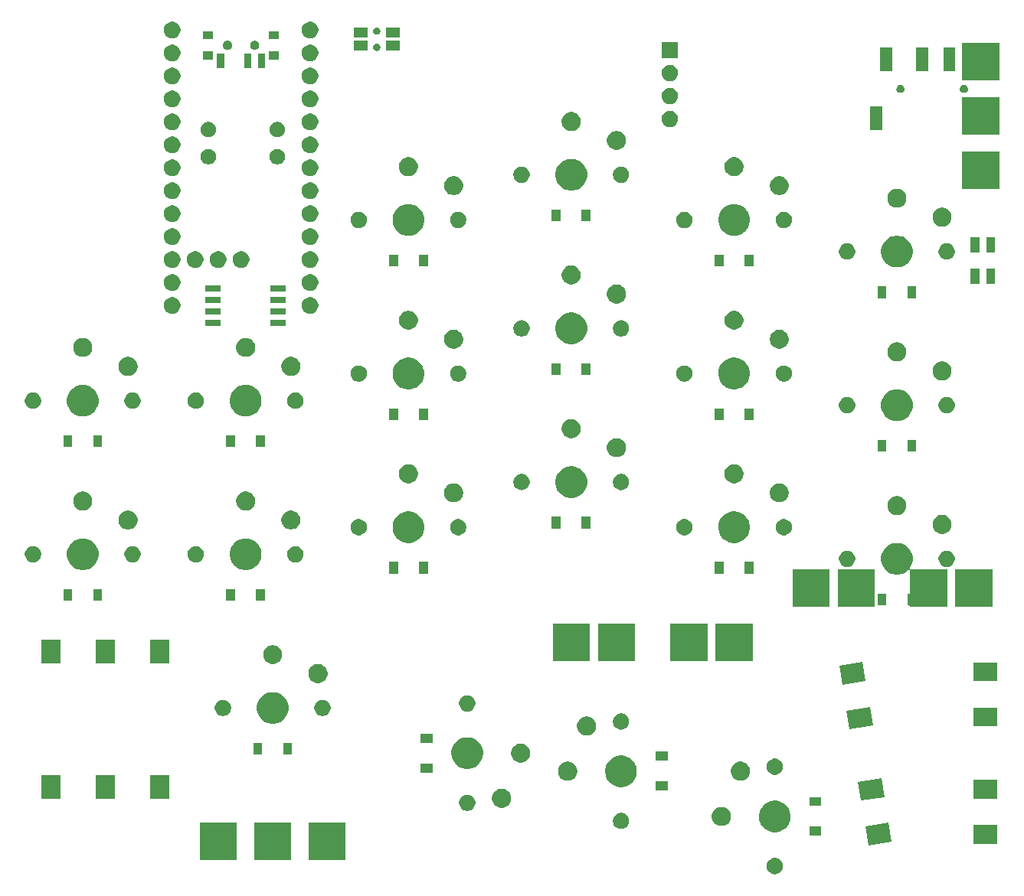
<source format=gbr>
G04 #@! TF.GenerationSoftware,KiCad,Pcbnew,5.1.6*
G04 #@! TF.CreationDate,2020-09-27T23:11:50-05:00*
G04 #@! TF.ProjectId,fissure,66697373-7572-4652-9e6b-696361645f70,rev?*
G04 #@! TF.SameCoordinates,Original*
G04 #@! TF.FileFunction,Soldermask,Bot*
G04 #@! TF.FilePolarity,Negative*
%FSLAX46Y46*%
G04 Gerber Fmt 4.6, Leading zero omitted, Abs format (unit mm)*
G04 Created by KiCad (PCBNEW 5.1.6) date 2020-09-27 23:11:50*
%MOMM*%
%LPD*%
G01*
G04 APERTURE LIST*
%ADD10C,0.100000*%
G04 APERTURE END LIST*
D10*
G36*
X110113512Y-138103927D02*
G01*
X110262812Y-138133624D01*
X110426784Y-138201544D01*
X110574354Y-138300147D01*
X110699853Y-138425646D01*
X110798456Y-138573216D01*
X110866376Y-138737188D01*
X110901000Y-138911259D01*
X110901000Y-139088741D01*
X110866376Y-139262812D01*
X110798456Y-139426784D01*
X110699853Y-139574354D01*
X110574354Y-139699853D01*
X110426784Y-139798456D01*
X110262812Y-139866376D01*
X110113512Y-139896073D01*
X110088742Y-139901000D01*
X109911258Y-139901000D01*
X109886488Y-139896073D01*
X109737188Y-139866376D01*
X109573216Y-139798456D01*
X109425646Y-139699853D01*
X109300147Y-139574354D01*
X109201544Y-139426784D01*
X109133624Y-139262812D01*
X109099000Y-139088741D01*
X109099000Y-138911259D01*
X109133624Y-138737188D01*
X109201544Y-138573216D01*
X109300147Y-138425646D01*
X109425646Y-138300147D01*
X109573216Y-138201544D01*
X109737188Y-138133624D01*
X109886488Y-138103927D01*
X109911258Y-138099000D01*
X110088742Y-138099000D01*
X110113512Y-138103927D01*
G37*
G36*
X62551000Y-138301000D02*
G01*
X58449000Y-138301000D01*
X58449000Y-134199000D01*
X62551000Y-134199000D01*
X62551000Y-138301000D01*
G37*
G36*
X50551000Y-138301000D02*
G01*
X46449000Y-138301000D01*
X46449000Y-134199000D01*
X50551000Y-134199000D01*
X50551000Y-138301000D01*
G37*
G36*
X56551000Y-138301000D02*
G01*
X52449000Y-138301000D01*
X52449000Y-134199000D01*
X56551000Y-134199000D01*
X56551000Y-138301000D01*
G37*
G36*
X122902778Y-136288950D02*
G01*
X120333528Y-136700478D01*
X120001080Y-134624934D01*
X122570330Y-134213406D01*
X122902778Y-136288950D01*
G37*
G36*
X134551000Y-136551000D02*
G01*
X131949000Y-136551000D01*
X131949000Y-134449000D01*
X134551000Y-134449000D01*
X134551000Y-136551000D01*
G37*
G36*
X115151000Y-135651000D02*
G01*
X113849000Y-135651000D01*
X113849000Y-134649000D01*
X115151000Y-134649000D01*
X115151000Y-135651000D01*
G37*
G36*
X110397985Y-131793860D02*
G01*
X110510748Y-131816290D01*
X110642741Y-131870963D01*
X110829408Y-131948283D01*
X111116196Y-132139909D01*
X111360091Y-132383804D01*
X111551717Y-132670592D01*
X111563837Y-132699853D01*
X111683710Y-132989252D01*
X111686279Y-133002167D01*
X111751000Y-133327540D01*
X111751000Y-133672460D01*
X111706140Y-133897985D01*
X111686279Y-133997835D01*
X111683710Y-134010747D01*
X111551717Y-134329408D01*
X111360091Y-134616196D01*
X111116196Y-134860091D01*
X110829408Y-135051717D01*
X110642741Y-135129037D01*
X110510748Y-135183710D01*
X110397985Y-135206140D01*
X110172460Y-135251000D01*
X109827540Y-135251000D01*
X109602015Y-135206140D01*
X109489252Y-135183710D01*
X109357259Y-135129037D01*
X109170592Y-135051717D01*
X108883804Y-134860091D01*
X108639909Y-134616196D01*
X108448283Y-134329408D01*
X108316290Y-134010747D01*
X108313722Y-133997835D01*
X108293860Y-133897985D01*
X108249000Y-133672460D01*
X108249000Y-133327540D01*
X108313721Y-133002167D01*
X108316290Y-132989252D01*
X108436163Y-132699853D01*
X108448283Y-132670592D01*
X108639909Y-132383804D01*
X108883804Y-132139909D01*
X109170592Y-131948283D01*
X109357259Y-131870963D01*
X109489252Y-131816290D01*
X109602015Y-131793860D01*
X109827540Y-131749000D01*
X110172460Y-131749000D01*
X110397985Y-131793860D01*
G37*
G36*
X93113512Y-133103927D02*
G01*
X93262812Y-133133624D01*
X93426784Y-133201544D01*
X93574354Y-133300147D01*
X93699853Y-133425646D01*
X93798456Y-133573216D01*
X93866376Y-133737188D01*
X93901000Y-133911259D01*
X93901000Y-134088741D01*
X93866376Y-134262812D01*
X93798456Y-134426784D01*
X93699853Y-134574354D01*
X93574354Y-134699853D01*
X93426784Y-134798456D01*
X93262812Y-134866376D01*
X93113512Y-134896073D01*
X93088742Y-134901000D01*
X92911258Y-134901000D01*
X92886488Y-134896073D01*
X92737188Y-134866376D01*
X92573216Y-134798456D01*
X92425646Y-134699853D01*
X92300147Y-134574354D01*
X92201544Y-134426784D01*
X92133624Y-134262812D01*
X92099000Y-134088741D01*
X92099000Y-133911259D01*
X92133624Y-133737188D01*
X92201544Y-133573216D01*
X92300147Y-133425646D01*
X92425646Y-133300147D01*
X92573216Y-133201544D01*
X92737188Y-133133624D01*
X92886488Y-133103927D01*
X92911258Y-133099000D01*
X93088742Y-133099000D01*
X93113512Y-133103927D01*
G37*
G36*
X104406564Y-132489389D02*
G01*
X104597833Y-132568615D01*
X104597835Y-132568616D01*
X104769973Y-132683635D01*
X104916365Y-132830027D01*
X105022756Y-132989252D01*
X105031385Y-133002167D01*
X105110611Y-133193436D01*
X105151000Y-133396484D01*
X105151000Y-133603516D01*
X105110611Y-133806564D01*
X105067245Y-133911258D01*
X105031384Y-133997835D01*
X104916365Y-134169973D01*
X104769973Y-134316365D01*
X104597835Y-134431384D01*
X104597834Y-134431385D01*
X104597833Y-134431385D01*
X104406564Y-134510611D01*
X104203516Y-134551000D01*
X103996484Y-134551000D01*
X103793436Y-134510611D01*
X103602167Y-134431385D01*
X103602166Y-134431385D01*
X103602165Y-134431384D01*
X103430027Y-134316365D01*
X103283635Y-134169973D01*
X103168616Y-133997835D01*
X103132755Y-133911258D01*
X103089389Y-133806564D01*
X103049000Y-133603516D01*
X103049000Y-133396484D01*
X103089389Y-133193436D01*
X103168615Y-133002167D01*
X103177245Y-132989252D01*
X103283635Y-132830027D01*
X103430027Y-132683635D01*
X103602165Y-132568616D01*
X103602167Y-132568615D01*
X103793436Y-132489389D01*
X103996484Y-132449000D01*
X104203516Y-132449000D01*
X104406564Y-132489389D01*
G37*
G36*
X76113512Y-131103927D02*
G01*
X76262812Y-131133624D01*
X76426784Y-131201544D01*
X76574354Y-131300147D01*
X76699853Y-131425646D01*
X76798456Y-131573216D01*
X76866376Y-131737188D01*
X76901000Y-131911259D01*
X76901000Y-132088741D01*
X76866376Y-132262812D01*
X76798456Y-132426784D01*
X76699853Y-132574354D01*
X76574354Y-132699853D01*
X76426784Y-132798456D01*
X76262812Y-132866376D01*
X76113512Y-132896073D01*
X76088742Y-132901000D01*
X75911258Y-132901000D01*
X75886488Y-132896073D01*
X75737188Y-132866376D01*
X75573216Y-132798456D01*
X75425646Y-132699853D01*
X75300147Y-132574354D01*
X75201544Y-132426784D01*
X75133624Y-132262812D01*
X75099000Y-132088741D01*
X75099000Y-131911259D01*
X75133624Y-131737188D01*
X75201544Y-131573216D01*
X75300147Y-131425646D01*
X75425646Y-131300147D01*
X75573216Y-131201544D01*
X75737188Y-131133624D01*
X75886488Y-131103927D01*
X75911258Y-131099000D01*
X76088742Y-131099000D01*
X76113512Y-131103927D01*
G37*
G36*
X80106564Y-130489389D02*
G01*
X80297833Y-130568615D01*
X80297835Y-130568616D01*
X80421131Y-130651000D01*
X80469973Y-130683635D01*
X80616365Y-130830027D01*
X80731385Y-131002167D01*
X80810611Y-131193436D01*
X80851000Y-131396484D01*
X80851000Y-131603516D01*
X80810611Y-131806564D01*
X80806582Y-131816290D01*
X80731384Y-131997835D01*
X80616365Y-132169973D01*
X80469973Y-132316365D01*
X80297835Y-132431384D01*
X80297834Y-132431385D01*
X80297833Y-132431385D01*
X80106564Y-132510611D01*
X79903516Y-132551000D01*
X79696484Y-132551000D01*
X79493436Y-132510611D01*
X79302167Y-132431385D01*
X79302166Y-132431385D01*
X79302165Y-132431384D01*
X79130027Y-132316365D01*
X78983635Y-132169973D01*
X78868616Y-131997835D01*
X78793418Y-131816290D01*
X78789389Y-131806564D01*
X78749000Y-131603516D01*
X78749000Y-131396484D01*
X78789389Y-131193436D01*
X78868615Y-131002167D01*
X78983635Y-130830027D01*
X79130027Y-130683635D01*
X79178869Y-130651000D01*
X79302165Y-130568616D01*
X79302167Y-130568615D01*
X79493436Y-130489389D01*
X79696484Y-130449000D01*
X79903516Y-130449000D01*
X80106564Y-130489389D01*
G37*
G36*
X115151000Y-132351000D02*
G01*
X113849000Y-132351000D01*
X113849000Y-131349000D01*
X115151000Y-131349000D01*
X115151000Y-132351000D01*
G37*
G36*
X122111987Y-131351881D02*
G01*
X119542737Y-131763409D01*
X119210289Y-129687865D01*
X121779539Y-129276337D01*
X122111987Y-131351881D01*
G37*
G36*
X134551000Y-131551000D02*
G01*
X131949000Y-131551000D01*
X131949000Y-129449000D01*
X134551000Y-129449000D01*
X134551000Y-131551000D01*
G37*
G36*
X31051000Y-131551000D02*
G01*
X28949000Y-131551000D01*
X28949000Y-128949000D01*
X31051000Y-128949000D01*
X31051000Y-131551000D01*
G37*
G36*
X37051000Y-131551000D02*
G01*
X34949000Y-131551000D01*
X34949000Y-128949000D01*
X37051000Y-128949000D01*
X37051000Y-131551000D01*
G37*
G36*
X43051000Y-131551000D02*
G01*
X40949000Y-131551000D01*
X40949000Y-128949000D01*
X43051000Y-128949000D01*
X43051000Y-131551000D01*
G37*
G36*
X98151000Y-130651000D02*
G01*
X96849000Y-130651000D01*
X96849000Y-129649000D01*
X98151000Y-129649000D01*
X98151000Y-130651000D01*
G37*
G36*
X93397985Y-126793860D02*
G01*
X93510748Y-126816290D01*
X93642741Y-126870963D01*
X93829408Y-126948283D01*
X94116196Y-127139909D01*
X94360091Y-127383804D01*
X94551717Y-127670592D01*
X94579302Y-127737189D01*
X94683710Y-127989252D01*
X94686279Y-128002167D01*
X94751000Y-128327540D01*
X94751000Y-128672460D01*
X94712428Y-128866375D01*
X94686279Y-128997835D01*
X94683710Y-129010747D01*
X94551717Y-129329408D01*
X94360091Y-129616196D01*
X94116196Y-129860091D01*
X93829408Y-130051717D01*
X93642741Y-130129037D01*
X93510748Y-130183710D01*
X93397985Y-130206140D01*
X93172460Y-130251000D01*
X92827540Y-130251000D01*
X92602015Y-130206140D01*
X92489252Y-130183710D01*
X92357259Y-130129037D01*
X92170592Y-130051717D01*
X91883804Y-129860091D01*
X91639909Y-129616196D01*
X91448283Y-129329408D01*
X91316290Y-129010747D01*
X91313722Y-128997835D01*
X91287572Y-128866375D01*
X91249000Y-128672460D01*
X91249000Y-128327540D01*
X91313721Y-128002167D01*
X91316290Y-127989252D01*
X91420698Y-127737189D01*
X91448283Y-127670592D01*
X91639909Y-127383804D01*
X91883804Y-127139909D01*
X92170592Y-126948283D01*
X92357259Y-126870963D01*
X92489252Y-126816290D01*
X92602015Y-126793860D01*
X92827540Y-126749000D01*
X93172460Y-126749000D01*
X93397985Y-126793860D01*
G37*
G36*
X87406564Y-127489389D02*
G01*
X87597833Y-127568615D01*
X87597835Y-127568616D01*
X87769973Y-127683635D01*
X87916365Y-127830027D01*
X88022756Y-127989252D01*
X88031385Y-128002167D01*
X88110611Y-128193436D01*
X88151000Y-128396484D01*
X88151000Y-128603516D01*
X88110611Y-128806564D01*
X88085836Y-128866376D01*
X88031384Y-128997835D01*
X87916365Y-129169973D01*
X87769973Y-129316365D01*
X87597835Y-129431384D01*
X87597834Y-129431385D01*
X87597833Y-129431385D01*
X87406564Y-129510611D01*
X87203516Y-129551000D01*
X86996484Y-129551000D01*
X86793436Y-129510611D01*
X86602167Y-129431385D01*
X86602166Y-129431385D01*
X86602165Y-129431384D01*
X86430027Y-129316365D01*
X86283635Y-129169973D01*
X86168616Y-128997835D01*
X86114164Y-128866376D01*
X86089389Y-128806564D01*
X86049000Y-128603516D01*
X86049000Y-128396484D01*
X86089389Y-128193436D01*
X86168615Y-128002167D01*
X86177245Y-127989252D01*
X86283635Y-127830027D01*
X86430027Y-127683635D01*
X86602165Y-127568616D01*
X86602167Y-127568615D01*
X86793436Y-127489389D01*
X86996484Y-127449000D01*
X87203516Y-127449000D01*
X87406564Y-127489389D01*
G37*
G36*
X106506564Y-127489389D02*
G01*
X106697833Y-127568615D01*
X106697835Y-127568616D01*
X106869973Y-127683635D01*
X107016365Y-127830027D01*
X107122756Y-127989252D01*
X107131385Y-128002167D01*
X107210611Y-128193436D01*
X107251000Y-128396484D01*
X107251000Y-128603516D01*
X107210611Y-128806564D01*
X107185836Y-128866376D01*
X107131384Y-128997835D01*
X107016365Y-129169973D01*
X106869973Y-129316365D01*
X106697835Y-129431384D01*
X106697834Y-129431385D01*
X106697833Y-129431385D01*
X106506564Y-129510611D01*
X106303516Y-129551000D01*
X106096484Y-129551000D01*
X105893436Y-129510611D01*
X105702167Y-129431385D01*
X105702166Y-129431385D01*
X105702165Y-129431384D01*
X105530027Y-129316365D01*
X105383635Y-129169973D01*
X105268616Y-128997835D01*
X105214164Y-128866376D01*
X105189389Y-128806564D01*
X105149000Y-128603516D01*
X105149000Y-128396484D01*
X105189389Y-128193436D01*
X105268615Y-128002167D01*
X105277245Y-127989252D01*
X105383635Y-127830027D01*
X105530027Y-127683635D01*
X105702165Y-127568616D01*
X105702167Y-127568615D01*
X105893436Y-127489389D01*
X106096484Y-127449000D01*
X106303516Y-127449000D01*
X106506564Y-127489389D01*
G37*
G36*
X110113512Y-127103927D02*
G01*
X110262812Y-127133624D01*
X110426784Y-127201544D01*
X110574354Y-127300147D01*
X110699853Y-127425646D01*
X110798456Y-127573216D01*
X110866376Y-127737188D01*
X110901000Y-127911259D01*
X110901000Y-128088741D01*
X110866376Y-128262812D01*
X110798456Y-128426784D01*
X110699853Y-128574354D01*
X110574354Y-128699853D01*
X110426784Y-128798456D01*
X110262812Y-128866376D01*
X110113512Y-128896073D01*
X110088742Y-128901000D01*
X109911258Y-128901000D01*
X109886488Y-128896073D01*
X109737188Y-128866376D01*
X109573216Y-128798456D01*
X109425646Y-128699853D01*
X109300147Y-128574354D01*
X109201544Y-128426784D01*
X109133624Y-128262812D01*
X109099000Y-128088741D01*
X109099000Y-127911259D01*
X109133624Y-127737188D01*
X109201544Y-127573216D01*
X109300147Y-127425646D01*
X109425646Y-127300147D01*
X109573216Y-127201544D01*
X109737188Y-127133624D01*
X109886488Y-127103927D01*
X109911258Y-127099000D01*
X110088742Y-127099000D01*
X110113512Y-127103927D01*
G37*
G36*
X72151000Y-128651000D02*
G01*
X70849000Y-128651000D01*
X70849000Y-127649000D01*
X72151000Y-127649000D01*
X72151000Y-128651000D01*
G37*
G36*
X76397985Y-124793860D02*
G01*
X76510748Y-124816290D01*
X76642741Y-124870963D01*
X76829408Y-124948283D01*
X77116196Y-125139909D01*
X77360091Y-125383804D01*
X77551717Y-125670592D01*
X77617757Y-125830027D01*
X77683710Y-125989252D01*
X77686279Y-126002167D01*
X77751000Y-126327540D01*
X77751000Y-126672460D01*
X77722390Y-126816290D01*
X77686279Y-126997835D01*
X77683710Y-127010747D01*
X77551717Y-127329408D01*
X77360091Y-127616196D01*
X77116196Y-127860091D01*
X76829408Y-128051717D01*
X76740021Y-128088742D01*
X76510748Y-128183710D01*
X76397985Y-128206140D01*
X76172460Y-128251000D01*
X75827540Y-128251000D01*
X75602015Y-128206140D01*
X75489252Y-128183710D01*
X75259979Y-128088742D01*
X75170592Y-128051717D01*
X74883804Y-127860091D01*
X74639909Y-127616196D01*
X74448283Y-127329408D01*
X74316290Y-127010747D01*
X74313722Y-126997835D01*
X74277610Y-126816290D01*
X74249000Y-126672460D01*
X74249000Y-126327540D01*
X74313721Y-126002167D01*
X74316290Y-125989252D01*
X74382243Y-125830027D01*
X74448283Y-125670592D01*
X74639909Y-125383804D01*
X74883804Y-125139909D01*
X75170592Y-124948283D01*
X75357259Y-124870963D01*
X75489252Y-124816290D01*
X75602015Y-124793860D01*
X75827540Y-124749000D01*
X76172460Y-124749000D01*
X76397985Y-124793860D01*
G37*
G36*
X82206564Y-125489389D02*
G01*
X82397833Y-125568615D01*
X82397835Y-125568616D01*
X82569973Y-125683635D01*
X82716365Y-125830027D01*
X82822756Y-125989252D01*
X82831385Y-126002167D01*
X82910611Y-126193436D01*
X82951000Y-126396484D01*
X82951000Y-126603516D01*
X82910611Y-126806564D01*
X82906582Y-126816290D01*
X82831384Y-126997835D01*
X82716365Y-127169973D01*
X82569973Y-127316365D01*
X82397835Y-127431384D01*
X82397834Y-127431385D01*
X82397833Y-127431385D01*
X82206564Y-127510611D01*
X82003516Y-127551000D01*
X81796484Y-127551000D01*
X81593436Y-127510611D01*
X81402167Y-127431385D01*
X81402166Y-127431385D01*
X81402165Y-127431384D01*
X81230027Y-127316365D01*
X81083635Y-127169973D01*
X80968616Y-126997835D01*
X80893418Y-126816290D01*
X80889389Y-126806564D01*
X80849000Y-126603516D01*
X80849000Y-126396484D01*
X80889389Y-126193436D01*
X80968615Y-126002167D01*
X80977245Y-125989252D01*
X81083635Y-125830027D01*
X81230027Y-125683635D01*
X81402165Y-125568616D01*
X81402167Y-125568615D01*
X81593436Y-125489389D01*
X81796484Y-125449000D01*
X82003516Y-125449000D01*
X82206564Y-125489389D01*
G37*
G36*
X98151000Y-127351000D02*
G01*
X96849000Y-127351000D01*
X96849000Y-126349000D01*
X98151000Y-126349000D01*
X98151000Y-127351000D01*
G37*
G36*
X56651000Y-126651000D02*
G01*
X55649000Y-126651000D01*
X55649000Y-125349000D01*
X56651000Y-125349000D01*
X56651000Y-126651000D01*
G37*
G36*
X53351000Y-126651000D02*
G01*
X52349000Y-126651000D01*
X52349000Y-125349000D01*
X53351000Y-125349000D01*
X53351000Y-126651000D01*
G37*
G36*
X72151000Y-125351000D02*
G01*
X70849000Y-125351000D01*
X70849000Y-124349000D01*
X72151000Y-124349000D01*
X72151000Y-125351000D01*
G37*
G36*
X89506564Y-122489389D02*
G01*
X89697833Y-122568615D01*
X89697835Y-122568616D01*
X89869973Y-122683635D01*
X90016365Y-122830027D01*
X90070643Y-122911259D01*
X90131385Y-123002167D01*
X90210611Y-123193436D01*
X90251000Y-123396484D01*
X90251000Y-123603516D01*
X90210611Y-123806564D01*
X90185836Y-123866376D01*
X90131384Y-123997835D01*
X90016365Y-124169973D01*
X89869973Y-124316365D01*
X89697835Y-124431384D01*
X89697834Y-124431385D01*
X89697833Y-124431385D01*
X89506564Y-124510611D01*
X89303516Y-124551000D01*
X89096484Y-124551000D01*
X88893436Y-124510611D01*
X88702167Y-124431385D01*
X88702166Y-124431385D01*
X88702165Y-124431384D01*
X88530027Y-124316365D01*
X88383635Y-124169973D01*
X88268616Y-123997835D01*
X88214164Y-123866376D01*
X88189389Y-123806564D01*
X88149000Y-123603516D01*
X88149000Y-123396484D01*
X88189389Y-123193436D01*
X88268615Y-123002167D01*
X88329358Y-122911259D01*
X88383635Y-122830027D01*
X88530027Y-122683635D01*
X88702165Y-122568616D01*
X88702167Y-122568615D01*
X88893436Y-122489389D01*
X89096484Y-122449000D01*
X89303516Y-122449000D01*
X89506564Y-122489389D01*
G37*
G36*
X93113512Y-122103927D02*
G01*
X93262812Y-122133624D01*
X93426784Y-122201544D01*
X93574354Y-122300147D01*
X93699853Y-122425646D01*
X93798456Y-122573216D01*
X93866376Y-122737188D01*
X93901000Y-122911259D01*
X93901000Y-123088741D01*
X93866376Y-123262812D01*
X93798456Y-123426784D01*
X93699853Y-123574354D01*
X93574354Y-123699853D01*
X93426784Y-123798456D01*
X93262812Y-123866376D01*
X93113512Y-123896073D01*
X93088742Y-123901000D01*
X92911258Y-123901000D01*
X92886488Y-123896073D01*
X92737188Y-123866376D01*
X92573216Y-123798456D01*
X92425646Y-123699853D01*
X92300147Y-123574354D01*
X92201544Y-123426784D01*
X92133624Y-123262812D01*
X92099000Y-123088741D01*
X92099000Y-122911259D01*
X92133624Y-122737188D01*
X92201544Y-122573216D01*
X92300147Y-122425646D01*
X92425646Y-122300147D01*
X92573216Y-122201544D01*
X92737188Y-122133624D01*
X92886488Y-122103927D01*
X92911258Y-122099000D01*
X93088742Y-122099000D01*
X93113512Y-122103927D01*
G37*
G36*
X120846723Y-123452571D02*
G01*
X118277473Y-123864099D01*
X117945025Y-121788555D01*
X120514275Y-121377027D01*
X120846723Y-123452571D01*
G37*
G36*
X134551000Y-123551000D02*
G01*
X131949000Y-123551000D01*
X131949000Y-121449000D01*
X134551000Y-121449000D01*
X134551000Y-123551000D01*
G37*
G36*
X54897985Y-119793860D02*
G01*
X55010748Y-119816290D01*
X55142741Y-119870963D01*
X55329408Y-119948283D01*
X55616196Y-120139909D01*
X55860091Y-120383804D01*
X56051717Y-120670592D01*
X56183710Y-120989253D01*
X56251000Y-121327540D01*
X56251000Y-121672460D01*
X56183710Y-122010747D01*
X56051717Y-122329408D01*
X55860091Y-122616196D01*
X55616196Y-122860091D01*
X55329408Y-123051717D01*
X55240021Y-123088742D01*
X55010748Y-123183710D01*
X54897985Y-123206140D01*
X54672460Y-123251000D01*
X54327540Y-123251000D01*
X54102015Y-123206140D01*
X53989252Y-123183710D01*
X53759979Y-123088742D01*
X53670592Y-123051717D01*
X53383804Y-122860091D01*
X53139909Y-122616196D01*
X52948283Y-122329408D01*
X52816290Y-122010747D01*
X52749000Y-121672460D01*
X52749000Y-121327540D01*
X52816290Y-120989253D01*
X52948283Y-120670592D01*
X53139909Y-120383804D01*
X53383804Y-120139909D01*
X53670592Y-119948283D01*
X53857259Y-119870963D01*
X53989252Y-119816290D01*
X54102015Y-119793860D01*
X54327540Y-119749000D01*
X54672460Y-119749000D01*
X54897985Y-119793860D01*
G37*
G36*
X60113512Y-120603927D02*
G01*
X60262812Y-120633624D01*
X60426784Y-120701544D01*
X60574354Y-120800147D01*
X60699853Y-120925646D01*
X60798456Y-121073216D01*
X60866376Y-121237188D01*
X60901000Y-121411259D01*
X60901000Y-121588741D01*
X60866376Y-121762812D01*
X60798456Y-121926784D01*
X60699853Y-122074354D01*
X60574354Y-122199853D01*
X60426784Y-122298456D01*
X60262812Y-122366376D01*
X60113512Y-122396073D01*
X60088742Y-122401000D01*
X59911258Y-122401000D01*
X59886488Y-122396073D01*
X59737188Y-122366376D01*
X59573216Y-122298456D01*
X59425646Y-122199853D01*
X59300147Y-122074354D01*
X59201544Y-121926784D01*
X59133624Y-121762812D01*
X59099000Y-121588741D01*
X59099000Y-121411259D01*
X59133624Y-121237188D01*
X59201544Y-121073216D01*
X59300147Y-120925646D01*
X59425646Y-120800147D01*
X59573216Y-120701544D01*
X59737188Y-120633624D01*
X59886488Y-120603927D01*
X59911258Y-120599000D01*
X60088742Y-120599000D01*
X60113512Y-120603927D01*
G37*
G36*
X49113512Y-120603927D02*
G01*
X49262812Y-120633624D01*
X49426784Y-120701544D01*
X49574354Y-120800147D01*
X49699853Y-120925646D01*
X49798456Y-121073216D01*
X49866376Y-121237188D01*
X49901000Y-121411259D01*
X49901000Y-121588741D01*
X49866376Y-121762812D01*
X49798456Y-121926784D01*
X49699853Y-122074354D01*
X49574354Y-122199853D01*
X49426784Y-122298456D01*
X49262812Y-122366376D01*
X49113512Y-122396073D01*
X49088742Y-122401000D01*
X48911258Y-122401000D01*
X48886488Y-122396073D01*
X48737188Y-122366376D01*
X48573216Y-122298456D01*
X48425646Y-122199853D01*
X48300147Y-122074354D01*
X48201544Y-121926784D01*
X48133624Y-121762812D01*
X48099000Y-121588741D01*
X48099000Y-121411259D01*
X48133624Y-121237188D01*
X48201544Y-121073216D01*
X48300147Y-120925646D01*
X48425646Y-120800147D01*
X48573216Y-120701544D01*
X48737188Y-120633624D01*
X48886488Y-120603927D01*
X48911258Y-120599000D01*
X49088742Y-120599000D01*
X49113512Y-120603927D01*
G37*
G36*
X76113512Y-120103927D02*
G01*
X76262812Y-120133624D01*
X76426784Y-120201544D01*
X76574354Y-120300147D01*
X76699853Y-120425646D01*
X76798456Y-120573216D01*
X76866376Y-120737188D01*
X76901000Y-120911259D01*
X76901000Y-121088741D01*
X76866376Y-121262812D01*
X76798456Y-121426784D01*
X76699853Y-121574354D01*
X76574354Y-121699853D01*
X76426784Y-121798456D01*
X76262812Y-121866376D01*
X76113512Y-121896073D01*
X76088742Y-121901000D01*
X75911258Y-121901000D01*
X75886488Y-121896073D01*
X75737188Y-121866376D01*
X75573216Y-121798456D01*
X75425646Y-121699853D01*
X75300147Y-121574354D01*
X75201544Y-121426784D01*
X75133624Y-121262812D01*
X75099000Y-121088741D01*
X75099000Y-120911259D01*
X75133624Y-120737188D01*
X75201544Y-120573216D01*
X75300147Y-120425646D01*
X75425646Y-120300147D01*
X75573216Y-120201544D01*
X75737188Y-120133624D01*
X75886488Y-120103927D01*
X75911258Y-120099000D01*
X76088742Y-120099000D01*
X76113512Y-120103927D01*
G37*
G36*
X120055932Y-118515502D02*
G01*
X117486682Y-118927030D01*
X117154234Y-116851486D01*
X119723484Y-116439958D01*
X120055932Y-118515502D01*
G37*
G36*
X59806564Y-116689389D02*
G01*
X59997833Y-116768615D01*
X59997835Y-116768616D01*
X60121859Y-116851486D01*
X60169973Y-116883635D01*
X60316365Y-117030027D01*
X60431385Y-117202167D01*
X60510611Y-117393436D01*
X60551000Y-117596484D01*
X60551000Y-117803516D01*
X60510611Y-118006564D01*
X60431385Y-118197833D01*
X60431384Y-118197835D01*
X60316365Y-118369973D01*
X60169973Y-118516365D01*
X59997835Y-118631384D01*
X59997834Y-118631385D01*
X59997833Y-118631385D01*
X59806564Y-118710611D01*
X59603516Y-118751000D01*
X59396484Y-118751000D01*
X59193436Y-118710611D01*
X59002167Y-118631385D01*
X59002166Y-118631385D01*
X59002165Y-118631384D01*
X58830027Y-118516365D01*
X58683635Y-118369973D01*
X58568616Y-118197835D01*
X58568615Y-118197833D01*
X58489389Y-118006564D01*
X58449000Y-117803516D01*
X58449000Y-117596484D01*
X58489389Y-117393436D01*
X58568615Y-117202167D01*
X58683635Y-117030027D01*
X58830027Y-116883635D01*
X58878141Y-116851486D01*
X59002165Y-116768616D01*
X59002167Y-116768615D01*
X59193436Y-116689389D01*
X59396484Y-116649000D01*
X59603516Y-116649000D01*
X59806564Y-116689389D01*
G37*
G36*
X134551000Y-118551000D02*
G01*
X131949000Y-118551000D01*
X131949000Y-116449000D01*
X134551000Y-116449000D01*
X134551000Y-118551000D01*
G37*
G36*
X54806564Y-114589389D02*
G01*
X54997833Y-114668615D01*
X54997835Y-114668616D01*
X55169973Y-114783635D01*
X55316365Y-114930027D01*
X55431385Y-115102167D01*
X55510611Y-115293436D01*
X55551000Y-115496484D01*
X55551000Y-115703516D01*
X55510611Y-115906564D01*
X55431385Y-116097833D01*
X55431384Y-116097835D01*
X55316365Y-116269973D01*
X55169973Y-116416365D01*
X54997835Y-116531384D01*
X54997834Y-116531385D01*
X54997833Y-116531385D01*
X54806564Y-116610611D01*
X54603516Y-116651000D01*
X54396484Y-116651000D01*
X54193436Y-116610611D01*
X54002167Y-116531385D01*
X54002166Y-116531385D01*
X54002165Y-116531384D01*
X53830027Y-116416365D01*
X53683635Y-116269973D01*
X53568616Y-116097835D01*
X53568615Y-116097833D01*
X53489389Y-115906564D01*
X53449000Y-115703516D01*
X53449000Y-115496484D01*
X53489389Y-115293436D01*
X53568615Y-115102167D01*
X53683635Y-114930027D01*
X53830027Y-114783635D01*
X54002165Y-114668616D01*
X54002167Y-114668615D01*
X54193436Y-114589389D01*
X54396484Y-114549000D01*
X54603516Y-114549000D01*
X54806564Y-114589389D01*
G37*
G36*
X43051000Y-116551000D02*
G01*
X40949000Y-116551000D01*
X40949000Y-113949000D01*
X43051000Y-113949000D01*
X43051000Y-116551000D01*
G37*
G36*
X37051000Y-116551000D02*
G01*
X34949000Y-116551000D01*
X34949000Y-113949000D01*
X37051000Y-113949000D01*
X37051000Y-116551000D01*
G37*
G36*
X31051000Y-116551000D02*
G01*
X28949000Y-116551000D01*
X28949000Y-113949000D01*
X31051000Y-113949000D01*
X31051000Y-116551000D01*
G37*
G36*
X89551000Y-116301000D02*
G01*
X85449000Y-116301000D01*
X85449000Y-112199000D01*
X89551000Y-112199000D01*
X89551000Y-116301000D01*
G37*
G36*
X94551000Y-116301000D02*
G01*
X90449000Y-116301000D01*
X90449000Y-112199000D01*
X94551000Y-112199000D01*
X94551000Y-116301000D01*
G37*
G36*
X102551000Y-116301000D02*
G01*
X98449000Y-116301000D01*
X98449000Y-112199000D01*
X102551000Y-112199000D01*
X102551000Y-116301000D01*
G37*
G36*
X107551000Y-116301000D02*
G01*
X103449000Y-116301000D01*
X103449000Y-112199000D01*
X107551000Y-112199000D01*
X107551000Y-116301000D01*
G37*
G36*
X123897985Y-103293860D02*
G01*
X124010748Y-103316290D01*
X124142741Y-103370963D01*
X124329408Y-103448283D01*
X124616196Y-103639909D01*
X124860091Y-103883804D01*
X125051717Y-104170592D01*
X125183710Y-104489253D01*
X125251000Y-104827540D01*
X125251000Y-105172460D01*
X125183710Y-105510747D01*
X125051717Y-105829408D01*
X124934687Y-106004555D01*
X124923136Y-106026166D01*
X124916023Y-106049615D01*
X124913621Y-106074001D01*
X124916023Y-106098387D01*
X124923136Y-106121836D01*
X124934687Y-106143446D01*
X124950232Y-106162388D01*
X124969174Y-106177934D01*
X124990785Y-106189485D01*
X125014234Y-106196598D01*
X125038620Y-106199000D01*
X129051000Y-106199000D01*
X129051000Y-110301000D01*
X124949000Y-110301000D01*
X124949000Y-110275999D01*
X124946598Y-110251613D01*
X124939485Y-110228164D01*
X124927934Y-110206553D01*
X124912389Y-110187611D01*
X124893447Y-110172066D01*
X124871836Y-110160515D01*
X124848387Y-110153402D01*
X124824001Y-110151000D01*
X124649000Y-110151000D01*
X124649000Y-108849000D01*
X124824001Y-108849000D01*
X124848387Y-108846598D01*
X124871836Y-108839485D01*
X124893447Y-108827934D01*
X124912389Y-108812389D01*
X124927934Y-108793447D01*
X124939485Y-108771836D01*
X124946598Y-108748387D01*
X124949000Y-108724001D01*
X124949000Y-106329062D01*
X124946598Y-106304676D01*
X124939485Y-106281227D01*
X124927934Y-106259616D01*
X124912389Y-106240674D01*
X124893447Y-106225129D01*
X124871836Y-106213578D01*
X124848387Y-106206465D01*
X124824001Y-106204063D01*
X124799615Y-106206465D01*
X124776166Y-106213578D01*
X124754555Y-106225129D01*
X124735613Y-106240674D01*
X124616196Y-106360091D01*
X124329408Y-106551717D01*
X124142741Y-106629037D01*
X124010748Y-106683710D01*
X123897985Y-106706140D01*
X123672460Y-106751000D01*
X123327540Y-106751000D01*
X123102015Y-106706140D01*
X122989252Y-106683710D01*
X122857259Y-106629037D01*
X122670592Y-106551717D01*
X122383804Y-106360091D01*
X122139909Y-106116196D01*
X121948283Y-105829408D01*
X121816290Y-105510747D01*
X121749000Y-105172460D01*
X121749000Y-104827540D01*
X121816290Y-104489253D01*
X121948283Y-104170592D01*
X122139909Y-103883804D01*
X122383804Y-103639909D01*
X122670592Y-103448283D01*
X122857259Y-103370963D01*
X122989252Y-103316290D01*
X123102015Y-103293860D01*
X123327540Y-103249000D01*
X123672460Y-103249000D01*
X123897985Y-103293860D01*
G37*
G36*
X134051000Y-110301000D02*
G01*
X129949000Y-110301000D01*
X129949000Y-106199000D01*
X134051000Y-106199000D01*
X134051000Y-110301000D01*
G37*
G36*
X121051000Y-110301000D02*
G01*
X116949000Y-110301000D01*
X116949000Y-106199000D01*
X121051000Y-106199000D01*
X121051000Y-110301000D01*
G37*
G36*
X116051000Y-110301000D02*
G01*
X111949000Y-110301000D01*
X111949000Y-106199000D01*
X116051000Y-106199000D01*
X116051000Y-110301000D01*
G37*
G36*
X122351000Y-110151000D02*
G01*
X121349000Y-110151000D01*
X121349000Y-108849000D01*
X122351000Y-108849000D01*
X122351000Y-110151000D01*
G37*
G36*
X35651000Y-109651000D02*
G01*
X34649000Y-109651000D01*
X34649000Y-108349000D01*
X35651000Y-108349000D01*
X35651000Y-109651000D01*
G37*
G36*
X32351000Y-109651000D02*
G01*
X31349000Y-109651000D01*
X31349000Y-108349000D01*
X32351000Y-108349000D01*
X32351000Y-109651000D01*
G37*
G36*
X50351000Y-109651000D02*
G01*
X49349000Y-109651000D01*
X49349000Y-108349000D01*
X50351000Y-108349000D01*
X50351000Y-109651000D01*
G37*
G36*
X53651000Y-109651000D02*
G01*
X52649000Y-109651000D01*
X52649000Y-108349000D01*
X53651000Y-108349000D01*
X53651000Y-109651000D01*
G37*
G36*
X71651000Y-106651000D02*
G01*
X70649000Y-106651000D01*
X70649000Y-105349000D01*
X71651000Y-105349000D01*
X71651000Y-106651000D01*
G37*
G36*
X68351000Y-106651000D02*
G01*
X67349000Y-106651000D01*
X67349000Y-105349000D01*
X68351000Y-105349000D01*
X68351000Y-106651000D01*
G37*
G36*
X107651000Y-106651000D02*
G01*
X106649000Y-106651000D01*
X106649000Y-105349000D01*
X107651000Y-105349000D01*
X107651000Y-106651000D01*
G37*
G36*
X104351000Y-106651000D02*
G01*
X103349000Y-106651000D01*
X103349000Y-105349000D01*
X104351000Y-105349000D01*
X104351000Y-106651000D01*
G37*
G36*
X51897985Y-102793860D02*
G01*
X52010748Y-102816290D01*
X52116490Y-102860090D01*
X52329408Y-102948283D01*
X52616196Y-103139909D01*
X52860091Y-103383804D01*
X53051717Y-103670592D01*
X53183710Y-103989253D01*
X53251000Y-104327540D01*
X53251000Y-104672460D01*
X53183710Y-105010747D01*
X53051717Y-105329408D01*
X52860091Y-105616196D01*
X52616196Y-105860091D01*
X52329408Y-106051717D01*
X52160125Y-106121836D01*
X52010748Y-106183710D01*
X51933880Y-106199000D01*
X51672460Y-106251000D01*
X51327540Y-106251000D01*
X51066120Y-106199000D01*
X50989252Y-106183710D01*
X50839875Y-106121836D01*
X50670592Y-106051717D01*
X50383804Y-105860091D01*
X50139909Y-105616196D01*
X49948283Y-105329408D01*
X49816290Y-105010747D01*
X49749000Y-104672460D01*
X49749000Y-104327540D01*
X49816290Y-103989253D01*
X49948283Y-103670592D01*
X50139909Y-103383804D01*
X50383804Y-103139909D01*
X50670592Y-102948283D01*
X50883510Y-102860090D01*
X50989252Y-102816290D01*
X51102015Y-102793860D01*
X51327540Y-102749000D01*
X51672460Y-102749000D01*
X51897985Y-102793860D01*
G37*
G36*
X33897985Y-102793860D02*
G01*
X34010748Y-102816290D01*
X34116490Y-102860090D01*
X34329408Y-102948283D01*
X34616196Y-103139909D01*
X34860091Y-103383804D01*
X35051717Y-103670592D01*
X35183710Y-103989253D01*
X35251000Y-104327540D01*
X35251000Y-104672460D01*
X35183710Y-105010747D01*
X35051717Y-105329408D01*
X34860091Y-105616196D01*
X34616196Y-105860091D01*
X34329408Y-106051717D01*
X34160125Y-106121836D01*
X34010748Y-106183710D01*
X33933880Y-106199000D01*
X33672460Y-106251000D01*
X33327540Y-106251000D01*
X33066120Y-106199000D01*
X32989252Y-106183710D01*
X32839875Y-106121836D01*
X32670592Y-106051717D01*
X32383804Y-105860091D01*
X32139909Y-105616196D01*
X31948283Y-105329408D01*
X31816290Y-105010747D01*
X31749000Y-104672460D01*
X31749000Y-104327540D01*
X31816290Y-103989253D01*
X31948283Y-103670592D01*
X32139909Y-103383804D01*
X32383804Y-103139909D01*
X32670592Y-102948283D01*
X32883510Y-102860090D01*
X32989252Y-102816290D01*
X33102015Y-102793860D01*
X33327540Y-102749000D01*
X33672460Y-102749000D01*
X33897985Y-102793860D01*
G37*
G36*
X118113512Y-104103927D02*
G01*
X118262812Y-104133624D01*
X118426784Y-104201544D01*
X118574354Y-104300147D01*
X118699853Y-104425646D01*
X118798456Y-104573216D01*
X118866376Y-104737188D01*
X118901000Y-104911259D01*
X118901000Y-105088741D01*
X118866376Y-105262812D01*
X118798456Y-105426784D01*
X118699853Y-105574354D01*
X118574354Y-105699853D01*
X118426784Y-105798456D01*
X118262812Y-105866376D01*
X118113512Y-105896073D01*
X118088742Y-105901000D01*
X117911258Y-105901000D01*
X117886488Y-105896073D01*
X117737188Y-105866376D01*
X117573216Y-105798456D01*
X117425646Y-105699853D01*
X117300147Y-105574354D01*
X117201544Y-105426784D01*
X117133624Y-105262812D01*
X117099000Y-105088741D01*
X117099000Y-104911259D01*
X117133624Y-104737188D01*
X117201544Y-104573216D01*
X117300147Y-104425646D01*
X117425646Y-104300147D01*
X117573216Y-104201544D01*
X117737188Y-104133624D01*
X117886488Y-104103927D01*
X117911258Y-104099000D01*
X118088742Y-104099000D01*
X118113512Y-104103927D01*
G37*
G36*
X129113512Y-104103927D02*
G01*
X129262812Y-104133624D01*
X129426784Y-104201544D01*
X129574354Y-104300147D01*
X129699853Y-104425646D01*
X129798456Y-104573216D01*
X129866376Y-104737188D01*
X129901000Y-104911259D01*
X129901000Y-105088741D01*
X129866376Y-105262812D01*
X129798456Y-105426784D01*
X129699853Y-105574354D01*
X129574354Y-105699853D01*
X129426784Y-105798456D01*
X129262812Y-105866376D01*
X129113512Y-105896073D01*
X129088742Y-105901000D01*
X128911258Y-105901000D01*
X128886488Y-105896073D01*
X128737188Y-105866376D01*
X128573216Y-105798456D01*
X128425646Y-105699853D01*
X128300147Y-105574354D01*
X128201544Y-105426784D01*
X128133624Y-105262812D01*
X128099000Y-105088741D01*
X128099000Y-104911259D01*
X128133624Y-104737188D01*
X128201544Y-104573216D01*
X128300147Y-104425646D01*
X128425646Y-104300147D01*
X128573216Y-104201544D01*
X128737188Y-104133624D01*
X128886488Y-104103927D01*
X128911258Y-104099000D01*
X129088742Y-104099000D01*
X129113512Y-104103927D01*
G37*
G36*
X46113512Y-103603927D02*
G01*
X46262812Y-103633624D01*
X46426784Y-103701544D01*
X46574354Y-103800147D01*
X46699853Y-103925646D01*
X46798456Y-104073216D01*
X46866376Y-104237188D01*
X46901000Y-104411259D01*
X46901000Y-104588741D01*
X46866376Y-104762812D01*
X46798456Y-104926784D01*
X46699853Y-105074354D01*
X46574354Y-105199853D01*
X46426784Y-105298456D01*
X46262812Y-105366376D01*
X46113512Y-105396073D01*
X46088742Y-105401000D01*
X45911258Y-105401000D01*
X45886488Y-105396073D01*
X45737188Y-105366376D01*
X45573216Y-105298456D01*
X45425646Y-105199853D01*
X45300147Y-105074354D01*
X45201544Y-104926784D01*
X45133624Y-104762812D01*
X45099000Y-104588741D01*
X45099000Y-104411259D01*
X45133624Y-104237188D01*
X45201544Y-104073216D01*
X45300147Y-103925646D01*
X45425646Y-103800147D01*
X45573216Y-103701544D01*
X45737188Y-103633624D01*
X45886488Y-103603927D01*
X45911258Y-103599000D01*
X46088742Y-103599000D01*
X46113512Y-103603927D01*
G37*
G36*
X57113512Y-103603927D02*
G01*
X57262812Y-103633624D01*
X57426784Y-103701544D01*
X57574354Y-103800147D01*
X57699853Y-103925646D01*
X57798456Y-104073216D01*
X57866376Y-104237188D01*
X57901000Y-104411259D01*
X57901000Y-104588741D01*
X57866376Y-104762812D01*
X57798456Y-104926784D01*
X57699853Y-105074354D01*
X57574354Y-105199853D01*
X57426784Y-105298456D01*
X57262812Y-105366376D01*
X57113512Y-105396073D01*
X57088742Y-105401000D01*
X56911258Y-105401000D01*
X56886488Y-105396073D01*
X56737188Y-105366376D01*
X56573216Y-105298456D01*
X56425646Y-105199853D01*
X56300147Y-105074354D01*
X56201544Y-104926784D01*
X56133624Y-104762812D01*
X56099000Y-104588741D01*
X56099000Y-104411259D01*
X56133624Y-104237188D01*
X56201544Y-104073216D01*
X56300147Y-103925646D01*
X56425646Y-103800147D01*
X56573216Y-103701544D01*
X56737188Y-103633624D01*
X56886488Y-103603927D01*
X56911258Y-103599000D01*
X57088742Y-103599000D01*
X57113512Y-103603927D01*
G37*
G36*
X28113512Y-103603927D02*
G01*
X28262812Y-103633624D01*
X28426784Y-103701544D01*
X28574354Y-103800147D01*
X28699853Y-103925646D01*
X28798456Y-104073216D01*
X28866376Y-104237188D01*
X28901000Y-104411259D01*
X28901000Y-104588741D01*
X28866376Y-104762812D01*
X28798456Y-104926784D01*
X28699853Y-105074354D01*
X28574354Y-105199853D01*
X28426784Y-105298456D01*
X28262812Y-105366376D01*
X28113512Y-105396073D01*
X28088742Y-105401000D01*
X27911258Y-105401000D01*
X27886488Y-105396073D01*
X27737188Y-105366376D01*
X27573216Y-105298456D01*
X27425646Y-105199853D01*
X27300147Y-105074354D01*
X27201544Y-104926784D01*
X27133624Y-104762812D01*
X27099000Y-104588741D01*
X27099000Y-104411259D01*
X27133624Y-104237188D01*
X27201544Y-104073216D01*
X27300147Y-103925646D01*
X27425646Y-103800147D01*
X27573216Y-103701544D01*
X27737188Y-103633624D01*
X27886488Y-103603927D01*
X27911258Y-103599000D01*
X28088742Y-103599000D01*
X28113512Y-103603927D01*
G37*
G36*
X39113512Y-103603927D02*
G01*
X39262812Y-103633624D01*
X39426784Y-103701544D01*
X39574354Y-103800147D01*
X39699853Y-103925646D01*
X39798456Y-104073216D01*
X39866376Y-104237188D01*
X39901000Y-104411259D01*
X39901000Y-104588741D01*
X39866376Y-104762812D01*
X39798456Y-104926784D01*
X39699853Y-105074354D01*
X39574354Y-105199853D01*
X39426784Y-105298456D01*
X39262812Y-105366376D01*
X39113512Y-105396073D01*
X39088742Y-105401000D01*
X38911258Y-105401000D01*
X38886488Y-105396073D01*
X38737188Y-105366376D01*
X38573216Y-105298456D01*
X38425646Y-105199853D01*
X38300147Y-105074354D01*
X38201544Y-104926784D01*
X38133624Y-104762812D01*
X38099000Y-104588741D01*
X38099000Y-104411259D01*
X38133624Y-104237188D01*
X38201544Y-104073216D01*
X38300147Y-103925646D01*
X38425646Y-103800147D01*
X38573216Y-103701544D01*
X38737188Y-103633624D01*
X38886488Y-103603927D01*
X38911258Y-103599000D01*
X39088742Y-103599000D01*
X39113512Y-103603927D01*
G37*
G36*
X69897985Y-99793860D02*
G01*
X70010748Y-99816290D01*
X70142741Y-99870963D01*
X70329408Y-99948283D01*
X70616196Y-100139909D01*
X70860091Y-100383804D01*
X71051717Y-100670592D01*
X71129037Y-100857259D01*
X71183710Y-100989252D01*
X71187154Y-101006565D01*
X71251000Y-101327540D01*
X71251000Y-101672460D01*
X71183710Y-102010747D01*
X71051717Y-102329408D01*
X70860091Y-102616196D01*
X70616196Y-102860091D01*
X70329408Y-103051717D01*
X70142741Y-103129037D01*
X70010748Y-103183710D01*
X69897985Y-103206140D01*
X69672460Y-103251000D01*
X69327540Y-103251000D01*
X69102015Y-103206140D01*
X68989252Y-103183710D01*
X68857259Y-103129037D01*
X68670592Y-103051717D01*
X68383804Y-102860091D01*
X68139909Y-102616196D01*
X67948283Y-102329408D01*
X67816290Y-102010747D01*
X67749000Y-101672460D01*
X67749000Y-101327540D01*
X67812846Y-101006565D01*
X67816290Y-100989252D01*
X67870963Y-100857259D01*
X67948283Y-100670592D01*
X68139909Y-100383804D01*
X68383804Y-100139909D01*
X68670592Y-99948283D01*
X68857259Y-99870963D01*
X68989252Y-99816290D01*
X69102015Y-99793860D01*
X69327540Y-99749000D01*
X69672460Y-99749000D01*
X69897985Y-99793860D01*
G37*
G36*
X105897985Y-99793860D02*
G01*
X106010748Y-99816290D01*
X106142741Y-99870963D01*
X106329408Y-99948283D01*
X106616196Y-100139909D01*
X106860091Y-100383804D01*
X107051717Y-100670592D01*
X107129037Y-100857259D01*
X107183710Y-100989252D01*
X107187154Y-101006565D01*
X107251000Y-101327540D01*
X107251000Y-101672460D01*
X107183710Y-102010747D01*
X107051717Y-102329408D01*
X106860091Y-102616196D01*
X106616196Y-102860091D01*
X106329408Y-103051717D01*
X106142741Y-103129037D01*
X106010748Y-103183710D01*
X105897985Y-103206140D01*
X105672460Y-103251000D01*
X105327540Y-103251000D01*
X105102015Y-103206140D01*
X104989252Y-103183710D01*
X104857259Y-103129037D01*
X104670592Y-103051717D01*
X104383804Y-102860091D01*
X104139909Y-102616196D01*
X103948283Y-102329408D01*
X103816290Y-102010747D01*
X103749000Y-101672460D01*
X103749000Y-101327540D01*
X103812846Y-101006565D01*
X103816290Y-100989252D01*
X103870963Y-100857259D01*
X103948283Y-100670592D01*
X104139909Y-100383804D01*
X104383804Y-100139909D01*
X104670592Y-99948283D01*
X104857259Y-99870963D01*
X104989252Y-99816290D01*
X105102015Y-99793860D01*
X105327540Y-99749000D01*
X105672460Y-99749000D01*
X105897985Y-99793860D01*
G37*
G36*
X100113512Y-100603927D02*
G01*
X100262812Y-100633624D01*
X100426784Y-100701544D01*
X100574354Y-100800147D01*
X100699853Y-100925646D01*
X100798456Y-101073216D01*
X100866376Y-101237188D01*
X100901000Y-101411259D01*
X100901000Y-101588741D01*
X100866376Y-101762812D01*
X100798456Y-101926784D01*
X100699853Y-102074354D01*
X100574354Y-102199853D01*
X100426784Y-102298456D01*
X100262812Y-102366376D01*
X100113512Y-102396073D01*
X100088742Y-102401000D01*
X99911258Y-102401000D01*
X99886488Y-102396073D01*
X99737188Y-102366376D01*
X99573216Y-102298456D01*
X99425646Y-102199853D01*
X99300147Y-102074354D01*
X99201544Y-101926784D01*
X99133624Y-101762812D01*
X99099000Y-101588741D01*
X99099000Y-101411259D01*
X99133624Y-101237188D01*
X99201544Y-101073216D01*
X99300147Y-100925646D01*
X99425646Y-100800147D01*
X99573216Y-100701544D01*
X99737188Y-100633624D01*
X99886488Y-100603927D01*
X99911258Y-100599000D01*
X100088742Y-100599000D01*
X100113512Y-100603927D01*
G37*
G36*
X111113512Y-100603927D02*
G01*
X111262812Y-100633624D01*
X111426784Y-100701544D01*
X111574354Y-100800147D01*
X111699853Y-100925646D01*
X111798456Y-101073216D01*
X111866376Y-101237188D01*
X111901000Y-101411259D01*
X111901000Y-101588741D01*
X111866376Y-101762812D01*
X111798456Y-101926784D01*
X111699853Y-102074354D01*
X111574354Y-102199853D01*
X111426784Y-102298456D01*
X111262812Y-102366376D01*
X111113512Y-102396073D01*
X111088742Y-102401000D01*
X110911258Y-102401000D01*
X110886488Y-102396073D01*
X110737188Y-102366376D01*
X110573216Y-102298456D01*
X110425646Y-102199853D01*
X110300147Y-102074354D01*
X110201544Y-101926784D01*
X110133624Y-101762812D01*
X110099000Y-101588741D01*
X110099000Y-101411259D01*
X110133624Y-101237188D01*
X110201544Y-101073216D01*
X110300147Y-100925646D01*
X110425646Y-100800147D01*
X110573216Y-100701544D01*
X110737188Y-100633624D01*
X110886488Y-100603927D01*
X110911258Y-100599000D01*
X111088742Y-100599000D01*
X111113512Y-100603927D01*
G37*
G36*
X64113512Y-100603927D02*
G01*
X64262812Y-100633624D01*
X64426784Y-100701544D01*
X64574354Y-100800147D01*
X64699853Y-100925646D01*
X64798456Y-101073216D01*
X64866376Y-101237188D01*
X64901000Y-101411259D01*
X64901000Y-101588741D01*
X64866376Y-101762812D01*
X64798456Y-101926784D01*
X64699853Y-102074354D01*
X64574354Y-102199853D01*
X64426784Y-102298456D01*
X64262812Y-102366376D01*
X64113512Y-102396073D01*
X64088742Y-102401000D01*
X63911258Y-102401000D01*
X63886488Y-102396073D01*
X63737188Y-102366376D01*
X63573216Y-102298456D01*
X63425646Y-102199853D01*
X63300147Y-102074354D01*
X63201544Y-101926784D01*
X63133624Y-101762812D01*
X63099000Y-101588741D01*
X63099000Y-101411259D01*
X63133624Y-101237188D01*
X63201544Y-101073216D01*
X63300147Y-100925646D01*
X63425646Y-100800147D01*
X63573216Y-100701544D01*
X63737188Y-100633624D01*
X63886488Y-100603927D01*
X63911258Y-100599000D01*
X64088742Y-100599000D01*
X64113512Y-100603927D01*
G37*
G36*
X75113512Y-100603927D02*
G01*
X75262812Y-100633624D01*
X75426784Y-100701544D01*
X75574354Y-100800147D01*
X75699853Y-100925646D01*
X75798456Y-101073216D01*
X75866376Y-101237188D01*
X75901000Y-101411259D01*
X75901000Y-101588741D01*
X75866376Y-101762812D01*
X75798456Y-101926784D01*
X75699853Y-102074354D01*
X75574354Y-102199853D01*
X75426784Y-102298456D01*
X75262812Y-102366376D01*
X75113512Y-102396073D01*
X75088742Y-102401000D01*
X74911258Y-102401000D01*
X74886488Y-102396073D01*
X74737188Y-102366376D01*
X74573216Y-102298456D01*
X74425646Y-102199853D01*
X74300147Y-102074354D01*
X74201544Y-101926784D01*
X74133624Y-101762812D01*
X74099000Y-101588741D01*
X74099000Y-101411259D01*
X74133624Y-101237188D01*
X74201544Y-101073216D01*
X74300147Y-100925646D01*
X74425646Y-100800147D01*
X74573216Y-100701544D01*
X74737188Y-100633624D01*
X74886488Y-100603927D01*
X74911258Y-100599000D01*
X75088742Y-100599000D01*
X75113512Y-100603927D01*
G37*
G36*
X128806564Y-100189389D02*
G01*
X128997833Y-100268615D01*
X128997835Y-100268616D01*
X129169973Y-100383635D01*
X129316365Y-100530027D01*
X129410288Y-100670592D01*
X129431385Y-100702167D01*
X129510611Y-100893436D01*
X129551000Y-101096484D01*
X129551000Y-101303516D01*
X129510611Y-101506564D01*
X129441895Y-101672460D01*
X129431384Y-101697835D01*
X129316365Y-101869973D01*
X129169973Y-102016365D01*
X128997835Y-102131384D01*
X128997834Y-102131385D01*
X128997833Y-102131385D01*
X128806564Y-102210611D01*
X128603516Y-102251000D01*
X128396484Y-102251000D01*
X128193436Y-102210611D01*
X128002167Y-102131385D01*
X128002166Y-102131385D01*
X128002165Y-102131384D01*
X127830027Y-102016365D01*
X127683635Y-101869973D01*
X127568616Y-101697835D01*
X127558105Y-101672460D01*
X127489389Y-101506564D01*
X127449000Y-101303516D01*
X127449000Y-101096484D01*
X127489389Y-100893436D01*
X127568615Y-100702167D01*
X127589713Y-100670592D01*
X127683635Y-100530027D01*
X127830027Y-100383635D01*
X128002165Y-100268616D01*
X128002167Y-100268615D01*
X128193436Y-100189389D01*
X128396484Y-100149000D01*
X128603516Y-100149000D01*
X128806564Y-100189389D01*
G37*
G36*
X56806564Y-99689389D02*
G01*
X56997833Y-99768615D01*
X56997835Y-99768616D01*
X57169973Y-99883635D01*
X57316365Y-100030027D01*
X57397197Y-100151000D01*
X57431385Y-100202167D01*
X57510611Y-100393436D01*
X57551000Y-100596484D01*
X57551000Y-100803516D01*
X57510611Y-101006564D01*
X57483002Y-101073218D01*
X57431384Y-101197835D01*
X57316365Y-101369973D01*
X57169973Y-101516365D01*
X56997835Y-101631384D01*
X56997834Y-101631385D01*
X56997833Y-101631385D01*
X56806564Y-101710611D01*
X56603516Y-101751000D01*
X56396484Y-101751000D01*
X56193436Y-101710611D01*
X56002167Y-101631385D01*
X56002166Y-101631385D01*
X56002165Y-101631384D01*
X55830027Y-101516365D01*
X55683635Y-101369973D01*
X55568616Y-101197835D01*
X55516998Y-101073218D01*
X55489389Y-101006564D01*
X55449000Y-100803516D01*
X55449000Y-100596484D01*
X55489389Y-100393436D01*
X55568615Y-100202167D01*
X55602804Y-100151000D01*
X55683635Y-100030027D01*
X55830027Y-99883635D01*
X56002165Y-99768616D01*
X56002167Y-99768615D01*
X56193436Y-99689389D01*
X56396484Y-99649000D01*
X56603516Y-99649000D01*
X56806564Y-99689389D01*
G37*
G36*
X38806564Y-99689389D02*
G01*
X38997833Y-99768615D01*
X38997835Y-99768616D01*
X39169973Y-99883635D01*
X39316365Y-100030027D01*
X39397197Y-100151000D01*
X39431385Y-100202167D01*
X39510611Y-100393436D01*
X39551000Y-100596484D01*
X39551000Y-100803516D01*
X39510611Y-101006564D01*
X39483002Y-101073218D01*
X39431384Y-101197835D01*
X39316365Y-101369973D01*
X39169973Y-101516365D01*
X38997835Y-101631384D01*
X38997834Y-101631385D01*
X38997833Y-101631385D01*
X38806564Y-101710611D01*
X38603516Y-101751000D01*
X38396484Y-101751000D01*
X38193436Y-101710611D01*
X38002167Y-101631385D01*
X38002166Y-101631385D01*
X38002165Y-101631384D01*
X37830027Y-101516365D01*
X37683635Y-101369973D01*
X37568616Y-101197835D01*
X37516998Y-101073218D01*
X37489389Y-101006564D01*
X37449000Y-100803516D01*
X37449000Y-100596484D01*
X37489389Y-100393436D01*
X37568615Y-100202167D01*
X37602804Y-100151000D01*
X37683635Y-100030027D01*
X37830027Y-99883635D01*
X38002165Y-99768616D01*
X38002167Y-99768615D01*
X38193436Y-99689389D01*
X38396484Y-99649000D01*
X38603516Y-99649000D01*
X38806564Y-99689389D01*
G37*
G36*
X89651000Y-101651000D02*
G01*
X88649000Y-101651000D01*
X88649000Y-100349000D01*
X89651000Y-100349000D01*
X89651000Y-101651000D01*
G37*
G36*
X86351000Y-101651000D02*
G01*
X85349000Y-101651000D01*
X85349000Y-100349000D01*
X86351000Y-100349000D01*
X86351000Y-101651000D01*
G37*
G36*
X123806564Y-98089389D02*
G01*
X123997833Y-98168615D01*
X123997835Y-98168616D01*
X124169973Y-98283635D01*
X124316365Y-98430027D01*
X124360772Y-98496486D01*
X124431385Y-98602167D01*
X124510611Y-98793436D01*
X124551000Y-98996484D01*
X124551000Y-99203516D01*
X124510611Y-99406564D01*
X124431385Y-99597833D01*
X124431384Y-99597835D01*
X124316365Y-99769973D01*
X124169973Y-99916365D01*
X123997835Y-100031384D01*
X123997834Y-100031385D01*
X123997833Y-100031385D01*
X123806564Y-100110611D01*
X123603516Y-100151000D01*
X123396484Y-100151000D01*
X123193436Y-100110611D01*
X123002167Y-100031385D01*
X123002166Y-100031385D01*
X123002165Y-100031384D01*
X122830027Y-99916365D01*
X122683635Y-99769973D01*
X122568616Y-99597835D01*
X122568615Y-99597833D01*
X122489389Y-99406564D01*
X122449000Y-99203516D01*
X122449000Y-98996484D01*
X122489389Y-98793436D01*
X122568615Y-98602167D01*
X122639229Y-98496486D01*
X122683635Y-98430027D01*
X122830027Y-98283635D01*
X123002165Y-98168616D01*
X123002167Y-98168615D01*
X123193436Y-98089389D01*
X123396484Y-98049000D01*
X123603516Y-98049000D01*
X123806564Y-98089389D01*
G37*
G36*
X51806564Y-97589389D02*
G01*
X51997833Y-97668615D01*
X51997835Y-97668616D01*
X52169973Y-97783635D01*
X52316365Y-97930027D01*
X52397676Y-98051717D01*
X52431385Y-98102167D01*
X52510611Y-98293436D01*
X52551000Y-98496484D01*
X52551000Y-98703516D01*
X52510611Y-98906564D01*
X52473365Y-98996484D01*
X52431384Y-99097835D01*
X52316365Y-99269973D01*
X52169973Y-99416365D01*
X51997835Y-99531384D01*
X51997834Y-99531385D01*
X51997833Y-99531385D01*
X51806564Y-99610611D01*
X51603516Y-99651000D01*
X51396484Y-99651000D01*
X51193436Y-99610611D01*
X51002167Y-99531385D01*
X51002166Y-99531385D01*
X51002165Y-99531384D01*
X50830027Y-99416365D01*
X50683635Y-99269973D01*
X50568616Y-99097835D01*
X50526635Y-98996484D01*
X50489389Y-98906564D01*
X50449000Y-98703516D01*
X50449000Y-98496484D01*
X50489389Y-98293436D01*
X50568615Y-98102167D01*
X50602325Y-98051717D01*
X50683635Y-97930027D01*
X50830027Y-97783635D01*
X51002165Y-97668616D01*
X51002167Y-97668615D01*
X51193436Y-97589389D01*
X51396484Y-97549000D01*
X51603516Y-97549000D01*
X51806564Y-97589389D01*
G37*
G36*
X33806564Y-97589389D02*
G01*
X33997833Y-97668615D01*
X33997835Y-97668616D01*
X34169973Y-97783635D01*
X34316365Y-97930027D01*
X34397676Y-98051717D01*
X34431385Y-98102167D01*
X34510611Y-98293436D01*
X34551000Y-98496484D01*
X34551000Y-98703516D01*
X34510611Y-98906564D01*
X34473365Y-98996484D01*
X34431384Y-99097835D01*
X34316365Y-99269973D01*
X34169973Y-99416365D01*
X33997835Y-99531384D01*
X33997834Y-99531385D01*
X33997833Y-99531385D01*
X33806564Y-99610611D01*
X33603516Y-99651000D01*
X33396484Y-99651000D01*
X33193436Y-99610611D01*
X33002167Y-99531385D01*
X33002166Y-99531385D01*
X33002165Y-99531384D01*
X32830027Y-99416365D01*
X32683635Y-99269973D01*
X32568616Y-99097835D01*
X32526635Y-98996484D01*
X32489389Y-98906564D01*
X32449000Y-98703516D01*
X32449000Y-98496484D01*
X32489389Y-98293436D01*
X32568615Y-98102167D01*
X32602325Y-98051717D01*
X32683635Y-97930027D01*
X32830027Y-97783635D01*
X33002165Y-97668616D01*
X33002167Y-97668615D01*
X33193436Y-97589389D01*
X33396484Y-97549000D01*
X33603516Y-97549000D01*
X33806564Y-97589389D01*
G37*
G36*
X74806564Y-96689389D02*
G01*
X74983823Y-96762812D01*
X74997835Y-96768616D01*
X75169973Y-96883635D01*
X75316365Y-97030027D01*
X75429839Y-97199852D01*
X75431385Y-97202167D01*
X75510611Y-97393436D01*
X75551000Y-97596484D01*
X75551000Y-97803516D01*
X75510611Y-98006564D01*
X75471011Y-98102167D01*
X75431384Y-98197835D01*
X75316365Y-98369973D01*
X75169973Y-98516365D01*
X74997835Y-98631384D01*
X74997834Y-98631385D01*
X74997833Y-98631385D01*
X74806564Y-98710611D01*
X74603516Y-98751000D01*
X74396484Y-98751000D01*
X74193436Y-98710611D01*
X74002167Y-98631385D01*
X74002166Y-98631385D01*
X74002165Y-98631384D01*
X73830027Y-98516365D01*
X73683635Y-98369973D01*
X73568616Y-98197835D01*
X73528989Y-98102167D01*
X73489389Y-98006564D01*
X73449000Y-97803516D01*
X73449000Y-97596484D01*
X73489389Y-97393436D01*
X73568615Y-97202167D01*
X73570162Y-97199852D01*
X73683635Y-97030027D01*
X73830027Y-96883635D01*
X74002165Y-96768616D01*
X74016177Y-96762812D01*
X74193436Y-96689389D01*
X74396484Y-96649000D01*
X74603516Y-96649000D01*
X74806564Y-96689389D01*
G37*
G36*
X110806564Y-96689389D02*
G01*
X110983823Y-96762812D01*
X110997835Y-96768616D01*
X111169973Y-96883635D01*
X111316365Y-97030027D01*
X111429839Y-97199852D01*
X111431385Y-97202167D01*
X111510611Y-97393436D01*
X111551000Y-97596484D01*
X111551000Y-97803516D01*
X111510611Y-98006564D01*
X111471011Y-98102167D01*
X111431384Y-98197835D01*
X111316365Y-98369973D01*
X111169973Y-98516365D01*
X110997835Y-98631384D01*
X110997834Y-98631385D01*
X110997833Y-98631385D01*
X110806564Y-98710611D01*
X110603516Y-98751000D01*
X110396484Y-98751000D01*
X110193436Y-98710611D01*
X110002167Y-98631385D01*
X110002166Y-98631385D01*
X110002165Y-98631384D01*
X109830027Y-98516365D01*
X109683635Y-98369973D01*
X109568616Y-98197835D01*
X109528989Y-98102167D01*
X109489389Y-98006564D01*
X109449000Y-97803516D01*
X109449000Y-97596484D01*
X109489389Y-97393436D01*
X109568615Y-97202167D01*
X109570162Y-97199852D01*
X109683635Y-97030027D01*
X109830027Y-96883635D01*
X110002165Y-96768616D01*
X110016177Y-96762812D01*
X110193436Y-96689389D01*
X110396484Y-96649000D01*
X110603516Y-96649000D01*
X110806564Y-96689389D01*
G37*
G36*
X87897985Y-94793860D02*
G01*
X88010748Y-94816290D01*
X88142741Y-94870963D01*
X88329408Y-94948283D01*
X88616196Y-95139909D01*
X88860091Y-95383804D01*
X89051717Y-95670592D01*
X89183710Y-95989253D01*
X89251000Y-96327540D01*
X89251000Y-96672460D01*
X89183710Y-97010747D01*
X89051717Y-97329408D01*
X88860091Y-97616196D01*
X88616196Y-97860091D01*
X88329408Y-98051717D01*
X88207615Y-98102165D01*
X88010748Y-98183710D01*
X87897985Y-98206140D01*
X87672460Y-98251000D01*
X87327540Y-98251000D01*
X87102015Y-98206140D01*
X86989252Y-98183710D01*
X86792385Y-98102165D01*
X86670592Y-98051717D01*
X86383804Y-97860091D01*
X86139909Y-97616196D01*
X85948283Y-97329408D01*
X85816290Y-97010747D01*
X85749000Y-96672460D01*
X85749000Y-96327540D01*
X85816290Y-95989253D01*
X85948283Y-95670592D01*
X86139909Y-95383804D01*
X86383804Y-95139909D01*
X86670592Y-94948283D01*
X86857259Y-94870963D01*
X86989252Y-94816290D01*
X87102015Y-94793860D01*
X87327540Y-94749000D01*
X87672460Y-94749000D01*
X87897985Y-94793860D01*
G37*
G36*
X82113512Y-95603927D02*
G01*
X82262812Y-95633624D01*
X82426784Y-95701544D01*
X82574354Y-95800147D01*
X82699853Y-95925646D01*
X82798456Y-96073216D01*
X82866376Y-96237188D01*
X82901000Y-96411259D01*
X82901000Y-96588741D01*
X82866376Y-96762812D01*
X82798456Y-96926784D01*
X82699853Y-97074354D01*
X82574354Y-97199853D01*
X82426784Y-97298456D01*
X82262812Y-97366376D01*
X82113512Y-97396073D01*
X82088742Y-97401000D01*
X81911258Y-97401000D01*
X81886488Y-97396073D01*
X81737188Y-97366376D01*
X81573216Y-97298456D01*
X81425646Y-97199853D01*
X81300147Y-97074354D01*
X81201544Y-96926784D01*
X81133624Y-96762812D01*
X81099000Y-96588741D01*
X81099000Y-96411259D01*
X81133624Y-96237188D01*
X81201544Y-96073216D01*
X81300147Y-95925646D01*
X81425646Y-95800147D01*
X81573216Y-95701544D01*
X81737188Y-95633624D01*
X81886488Y-95603927D01*
X81911258Y-95599000D01*
X82088742Y-95599000D01*
X82113512Y-95603927D01*
G37*
G36*
X93113512Y-95603927D02*
G01*
X93262812Y-95633624D01*
X93426784Y-95701544D01*
X93574354Y-95800147D01*
X93699853Y-95925646D01*
X93798456Y-96073216D01*
X93866376Y-96237188D01*
X93901000Y-96411259D01*
X93901000Y-96588741D01*
X93866376Y-96762812D01*
X93798456Y-96926784D01*
X93699853Y-97074354D01*
X93574354Y-97199853D01*
X93426784Y-97298456D01*
X93262812Y-97366376D01*
X93113512Y-97396073D01*
X93088742Y-97401000D01*
X92911258Y-97401000D01*
X92886488Y-97396073D01*
X92737188Y-97366376D01*
X92573216Y-97298456D01*
X92425646Y-97199853D01*
X92300147Y-97074354D01*
X92201544Y-96926784D01*
X92133624Y-96762812D01*
X92099000Y-96588741D01*
X92099000Y-96411259D01*
X92133624Y-96237188D01*
X92201544Y-96073216D01*
X92300147Y-95925646D01*
X92425646Y-95800147D01*
X92573216Y-95701544D01*
X92737188Y-95633624D01*
X92886488Y-95603927D01*
X92911258Y-95599000D01*
X93088742Y-95599000D01*
X93113512Y-95603927D01*
G37*
G36*
X69806564Y-94589389D02*
G01*
X69997833Y-94668615D01*
X69997835Y-94668616D01*
X70118138Y-94749000D01*
X70169973Y-94783635D01*
X70316365Y-94930027D01*
X70431385Y-95102167D01*
X70510611Y-95293436D01*
X70551000Y-95496484D01*
X70551000Y-95703516D01*
X70510611Y-95906564D01*
X70441581Y-96073218D01*
X70431384Y-96097835D01*
X70316365Y-96269973D01*
X70169973Y-96416365D01*
X69997835Y-96531384D01*
X69997834Y-96531385D01*
X69997833Y-96531385D01*
X69806564Y-96610611D01*
X69603516Y-96651000D01*
X69396484Y-96651000D01*
X69193436Y-96610611D01*
X69002167Y-96531385D01*
X69002166Y-96531385D01*
X69002165Y-96531384D01*
X68830027Y-96416365D01*
X68683635Y-96269973D01*
X68568616Y-96097835D01*
X68558419Y-96073218D01*
X68489389Y-95906564D01*
X68449000Y-95703516D01*
X68449000Y-95496484D01*
X68489389Y-95293436D01*
X68568615Y-95102167D01*
X68683635Y-94930027D01*
X68830027Y-94783635D01*
X68881862Y-94749000D01*
X69002165Y-94668616D01*
X69002167Y-94668615D01*
X69193436Y-94589389D01*
X69396484Y-94549000D01*
X69603516Y-94549000D01*
X69806564Y-94589389D01*
G37*
G36*
X105806564Y-94589389D02*
G01*
X105997833Y-94668615D01*
X105997835Y-94668616D01*
X106118138Y-94749000D01*
X106169973Y-94783635D01*
X106316365Y-94930027D01*
X106431385Y-95102167D01*
X106510611Y-95293436D01*
X106551000Y-95496484D01*
X106551000Y-95703516D01*
X106510611Y-95906564D01*
X106441581Y-96073218D01*
X106431384Y-96097835D01*
X106316365Y-96269973D01*
X106169973Y-96416365D01*
X105997835Y-96531384D01*
X105997834Y-96531385D01*
X105997833Y-96531385D01*
X105806564Y-96610611D01*
X105603516Y-96651000D01*
X105396484Y-96651000D01*
X105193436Y-96610611D01*
X105002167Y-96531385D01*
X105002166Y-96531385D01*
X105002165Y-96531384D01*
X104830027Y-96416365D01*
X104683635Y-96269973D01*
X104568616Y-96097835D01*
X104558419Y-96073218D01*
X104489389Y-95906564D01*
X104449000Y-95703516D01*
X104449000Y-95496484D01*
X104489389Y-95293436D01*
X104568615Y-95102167D01*
X104683635Y-94930027D01*
X104830027Y-94783635D01*
X104881862Y-94749000D01*
X105002165Y-94668616D01*
X105002167Y-94668615D01*
X105193436Y-94589389D01*
X105396484Y-94549000D01*
X105603516Y-94549000D01*
X105806564Y-94589389D01*
G37*
G36*
X92806564Y-91689389D02*
G01*
X92997833Y-91768615D01*
X92997835Y-91768616D01*
X93118138Y-91849000D01*
X93169973Y-91883635D01*
X93316365Y-92030027D01*
X93431385Y-92202167D01*
X93510611Y-92393436D01*
X93551000Y-92596484D01*
X93551000Y-92803516D01*
X93510611Y-93006564D01*
X93450784Y-93151000D01*
X93431384Y-93197835D01*
X93316365Y-93369973D01*
X93169973Y-93516365D01*
X92997835Y-93631384D01*
X92997834Y-93631385D01*
X92997833Y-93631385D01*
X92806564Y-93710611D01*
X92603516Y-93751000D01*
X92396484Y-93751000D01*
X92193436Y-93710611D01*
X92002167Y-93631385D01*
X92002166Y-93631385D01*
X92002165Y-93631384D01*
X91830027Y-93516365D01*
X91683635Y-93369973D01*
X91568616Y-93197835D01*
X91549216Y-93151000D01*
X91489389Y-93006564D01*
X91449000Y-92803516D01*
X91449000Y-92596484D01*
X91489389Y-92393436D01*
X91568615Y-92202167D01*
X91683635Y-92030027D01*
X91830027Y-91883635D01*
X91881862Y-91849000D01*
X92002165Y-91768616D01*
X92002167Y-91768615D01*
X92193436Y-91689389D01*
X92396484Y-91649000D01*
X92603516Y-91649000D01*
X92806564Y-91689389D01*
G37*
G36*
X122351000Y-93151000D02*
G01*
X121349000Y-93151000D01*
X121349000Y-91849000D01*
X122351000Y-91849000D01*
X122351000Y-93151000D01*
G37*
G36*
X125651000Y-93151000D02*
G01*
X124649000Y-93151000D01*
X124649000Y-91849000D01*
X125651000Y-91849000D01*
X125651000Y-93151000D01*
G37*
G36*
X32351000Y-92651000D02*
G01*
X31349000Y-92651000D01*
X31349000Y-91349000D01*
X32351000Y-91349000D01*
X32351000Y-92651000D01*
G37*
G36*
X53651000Y-92651000D02*
G01*
X52649000Y-92651000D01*
X52649000Y-91349000D01*
X53651000Y-91349000D01*
X53651000Y-92651000D01*
G37*
G36*
X50351000Y-92651000D02*
G01*
X49349000Y-92651000D01*
X49349000Y-91349000D01*
X50351000Y-91349000D01*
X50351000Y-92651000D01*
G37*
G36*
X35651000Y-92651000D02*
G01*
X34649000Y-92651000D01*
X34649000Y-91349000D01*
X35651000Y-91349000D01*
X35651000Y-92651000D01*
G37*
G36*
X87806564Y-89589389D02*
G01*
X87997833Y-89668615D01*
X87997835Y-89668616D01*
X88121131Y-89751000D01*
X88169973Y-89783635D01*
X88316365Y-89930027D01*
X88431385Y-90102167D01*
X88510611Y-90293436D01*
X88551000Y-90496484D01*
X88551000Y-90703516D01*
X88510611Y-90906564D01*
X88431385Y-91097833D01*
X88431384Y-91097835D01*
X88316365Y-91269973D01*
X88169973Y-91416365D01*
X87997835Y-91531384D01*
X87997834Y-91531385D01*
X87997833Y-91531385D01*
X87806564Y-91610611D01*
X87603516Y-91651000D01*
X87396484Y-91651000D01*
X87193436Y-91610611D01*
X87002167Y-91531385D01*
X87002166Y-91531385D01*
X87002165Y-91531384D01*
X86830027Y-91416365D01*
X86683635Y-91269973D01*
X86568616Y-91097835D01*
X86568615Y-91097833D01*
X86489389Y-90906564D01*
X86449000Y-90703516D01*
X86449000Y-90496484D01*
X86489389Y-90293436D01*
X86568615Y-90102167D01*
X86683635Y-89930027D01*
X86830027Y-89783635D01*
X86878869Y-89751000D01*
X87002165Y-89668616D01*
X87002167Y-89668615D01*
X87193436Y-89589389D01*
X87396484Y-89549000D01*
X87603516Y-89549000D01*
X87806564Y-89589389D01*
G37*
G36*
X123897985Y-86293860D02*
G01*
X124010748Y-86316290D01*
X124142741Y-86370963D01*
X124329408Y-86448283D01*
X124616196Y-86639909D01*
X124860091Y-86883804D01*
X125051717Y-87170592D01*
X125183710Y-87489253D01*
X125251000Y-87827540D01*
X125251000Y-88172460D01*
X125183710Y-88510747D01*
X125051717Y-88829408D01*
X124860091Y-89116196D01*
X124616196Y-89360091D01*
X124329408Y-89551717D01*
X124142741Y-89629037D01*
X124010748Y-89683710D01*
X123897985Y-89706140D01*
X123672460Y-89751000D01*
X123327540Y-89751000D01*
X123102015Y-89706140D01*
X122989252Y-89683710D01*
X122857259Y-89629037D01*
X122670592Y-89551717D01*
X122383804Y-89360091D01*
X122139909Y-89116196D01*
X121948283Y-88829408D01*
X121816290Y-88510747D01*
X121749000Y-88172460D01*
X121749000Y-87827540D01*
X121816290Y-87489253D01*
X121948283Y-87170592D01*
X122139909Y-86883804D01*
X122383804Y-86639909D01*
X122670592Y-86448283D01*
X122857259Y-86370963D01*
X122989252Y-86316290D01*
X123102015Y-86293860D01*
X123327540Y-86249000D01*
X123672460Y-86249000D01*
X123897985Y-86293860D01*
G37*
G36*
X71651000Y-89651000D02*
G01*
X70649000Y-89651000D01*
X70649000Y-88349000D01*
X71651000Y-88349000D01*
X71651000Y-89651000D01*
G37*
G36*
X68351000Y-89651000D02*
G01*
X67349000Y-89651000D01*
X67349000Y-88349000D01*
X68351000Y-88349000D01*
X68351000Y-89651000D01*
G37*
G36*
X107651000Y-89651000D02*
G01*
X106649000Y-89651000D01*
X106649000Y-88349000D01*
X107651000Y-88349000D01*
X107651000Y-89651000D01*
G37*
G36*
X104351000Y-89651000D02*
G01*
X103349000Y-89651000D01*
X103349000Y-88349000D01*
X104351000Y-88349000D01*
X104351000Y-89651000D01*
G37*
G36*
X33897985Y-85793860D02*
G01*
X34010748Y-85816290D01*
X34116490Y-85860090D01*
X34329408Y-85948283D01*
X34616196Y-86139909D01*
X34860091Y-86383804D01*
X35051717Y-86670592D01*
X35183710Y-86989253D01*
X35251000Y-87327540D01*
X35251000Y-87672460D01*
X35183710Y-88010747D01*
X35051717Y-88329408D01*
X34860091Y-88616196D01*
X34616196Y-88860091D01*
X34329408Y-89051717D01*
X34142741Y-89129037D01*
X34010748Y-89183710D01*
X33897985Y-89206140D01*
X33672460Y-89251000D01*
X33327540Y-89251000D01*
X33102015Y-89206140D01*
X32989252Y-89183710D01*
X32857259Y-89129037D01*
X32670592Y-89051717D01*
X32383804Y-88860091D01*
X32139909Y-88616196D01*
X31948283Y-88329408D01*
X31816290Y-88010747D01*
X31749000Y-87672460D01*
X31749000Y-87327540D01*
X31816290Y-86989253D01*
X31948283Y-86670592D01*
X32139909Y-86383804D01*
X32383804Y-86139909D01*
X32670592Y-85948283D01*
X32883510Y-85860090D01*
X32989252Y-85816290D01*
X33102015Y-85793860D01*
X33327540Y-85749000D01*
X33672460Y-85749000D01*
X33897985Y-85793860D01*
G37*
G36*
X51897985Y-85793860D02*
G01*
X52010748Y-85816290D01*
X52116490Y-85860090D01*
X52329408Y-85948283D01*
X52616196Y-86139909D01*
X52860091Y-86383804D01*
X53051717Y-86670592D01*
X53183710Y-86989253D01*
X53251000Y-87327540D01*
X53251000Y-87672460D01*
X53183710Y-88010747D01*
X53051717Y-88329408D01*
X52860091Y-88616196D01*
X52616196Y-88860091D01*
X52329408Y-89051717D01*
X52142741Y-89129037D01*
X52010748Y-89183710D01*
X51897985Y-89206140D01*
X51672460Y-89251000D01*
X51327540Y-89251000D01*
X51102015Y-89206140D01*
X50989252Y-89183710D01*
X50857259Y-89129037D01*
X50670592Y-89051717D01*
X50383804Y-88860091D01*
X50139909Y-88616196D01*
X49948283Y-88329408D01*
X49816290Y-88010747D01*
X49749000Y-87672460D01*
X49749000Y-87327540D01*
X49816290Y-86989253D01*
X49948283Y-86670592D01*
X50139909Y-86383804D01*
X50383804Y-86139909D01*
X50670592Y-85948283D01*
X50883510Y-85860090D01*
X50989252Y-85816290D01*
X51102015Y-85793860D01*
X51327540Y-85749000D01*
X51672460Y-85749000D01*
X51897985Y-85793860D01*
G37*
G36*
X129113512Y-87103927D02*
G01*
X129262812Y-87133624D01*
X129426784Y-87201544D01*
X129574354Y-87300147D01*
X129699853Y-87425646D01*
X129798456Y-87573216D01*
X129866376Y-87737188D01*
X129901000Y-87911259D01*
X129901000Y-88088741D01*
X129866376Y-88262812D01*
X129798456Y-88426784D01*
X129699853Y-88574354D01*
X129574354Y-88699853D01*
X129426784Y-88798456D01*
X129262812Y-88866376D01*
X129113512Y-88896073D01*
X129088742Y-88901000D01*
X128911258Y-88901000D01*
X128886488Y-88896073D01*
X128737188Y-88866376D01*
X128573216Y-88798456D01*
X128425646Y-88699853D01*
X128300147Y-88574354D01*
X128201544Y-88426784D01*
X128133624Y-88262812D01*
X128099000Y-88088741D01*
X128099000Y-87911259D01*
X128133624Y-87737188D01*
X128201544Y-87573216D01*
X128300147Y-87425646D01*
X128425646Y-87300147D01*
X128573216Y-87201544D01*
X128737188Y-87133624D01*
X128886488Y-87103927D01*
X128911258Y-87099000D01*
X129088742Y-87099000D01*
X129113512Y-87103927D01*
G37*
G36*
X118113512Y-87103927D02*
G01*
X118262812Y-87133624D01*
X118426784Y-87201544D01*
X118574354Y-87300147D01*
X118699853Y-87425646D01*
X118798456Y-87573216D01*
X118866376Y-87737188D01*
X118901000Y-87911259D01*
X118901000Y-88088741D01*
X118866376Y-88262812D01*
X118798456Y-88426784D01*
X118699853Y-88574354D01*
X118574354Y-88699853D01*
X118426784Y-88798456D01*
X118262812Y-88866376D01*
X118113512Y-88896073D01*
X118088742Y-88901000D01*
X117911258Y-88901000D01*
X117886488Y-88896073D01*
X117737188Y-88866376D01*
X117573216Y-88798456D01*
X117425646Y-88699853D01*
X117300147Y-88574354D01*
X117201544Y-88426784D01*
X117133624Y-88262812D01*
X117099000Y-88088741D01*
X117099000Y-87911259D01*
X117133624Y-87737188D01*
X117201544Y-87573216D01*
X117300147Y-87425646D01*
X117425646Y-87300147D01*
X117573216Y-87201544D01*
X117737188Y-87133624D01*
X117886488Y-87103927D01*
X117911258Y-87099000D01*
X118088742Y-87099000D01*
X118113512Y-87103927D01*
G37*
G36*
X57113512Y-86603927D02*
G01*
X57262812Y-86633624D01*
X57426784Y-86701544D01*
X57574354Y-86800147D01*
X57699853Y-86925646D01*
X57798456Y-87073216D01*
X57866376Y-87237188D01*
X57901000Y-87411259D01*
X57901000Y-87588741D01*
X57866376Y-87762812D01*
X57798456Y-87926784D01*
X57699853Y-88074354D01*
X57574354Y-88199853D01*
X57426784Y-88298456D01*
X57262812Y-88366376D01*
X57113512Y-88396073D01*
X57088742Y-88401000D01*
X56911258Y-88401000D01*
X56886488Y-88396073D01*
X56737188Y-88366376D01*
X56573216Y-88298456D01*
X56425646Y-88199853D01*
X56300147Y-88074354D01*
X56201544Y-87926784D01*
X56133624Y-87762812D01*
X56099000Y-87588741D01*
X56099000Y-87411259D01*
X56133624Y-87237188D01*
X56201544Y-87073216D01*
X56300147Y-86925646D01*
X56425646Y-86800147D01*
X56573216Y-86701544D01*
X56737188Y-86633624D01*
X56886488Y-86603927D01*
X56911258Y-86599000D01*
X57088742Y-86599000D01*
X57113512Y-86603927D01*
G37*
G36*
X46113512Y-86603927D02*
G01*
X46262812Y-86633624D01*
X46426784Y-86701544D01*
X46574354Y-86800147D01*
X46699853Y-86925646D01*
X46798456Y-87073216D01*
X46866376Y-87237188D01*
X46901000Y-87411259D01*
X46901000Y-87588741D01*
X46866376Y-87762812D01*
X46798456Y-87926784D01*
X46699853Y-88074354D01*
X46574354Y-88199853D01*
X46426784Y-88298456D01*
X46262812Y-88366376D01*
X46113512Y-88396073D01*
X46088742Y-88401000D01*
X45911258Y-88401000D01*
X45886488Y-88396073D01*
X45737188Y-88366376D01*
X45573216Y-88298456D01*
X45425646Y-88199853D01*
X45300147Y-88074354D01*
X45201544Y-87926784D01*
X45133624Y-87762812D01*
X45099000Y-87588741D01*
X45099000Y-87411259D01*
X45133624Y-87237188D01*
X45201544Y-87073216D01*
X45300147Y-86925646D01*
X45425646Y-86800147D01*
X45573216Y-86701544D01*
X45737188Y-86633624D01*
X45886488Y-86603927D01*
X45911258Y-86599000D01*
X46088742Y-86599000D01*
X46113512Y-86603927D01*
G37*
G36*
X39113512Y-86603927D02*
G01*
X39262812Y-86633624D01*
X39426784Y-86701544D01*
X39574354Y-86800147D01*
X39699853Y-86925646D01*
X39798456Y-87073216D01*
X39866376Y-87237188D01*
X39901000Y-87411259D01*
X39901000Y-87588741D01*
X39866376Y-87762812D01*
X39798456Y-87926784D01*
X39699853Y-88074354D01*
X39574354Y-88199853D01*
X39426784Y-88298456D01*
X39262812Y-88366376D01*
X39113512Y-88396073D01*
X39088742Y-88401000D01*
X38911258Y-88401000D01*
X38886488Y-88396073D01*
X38737188Y-88366376D01*
X38573216Y-88298456D01*
X38425646Y-88199853D01*
X38300147Y-88074354D01*
X38201544Y-87926784D01*
X38133624Y-87762812D01*
X38099000Y-87588741D01*
X38099000Y-87411259D01*
X38133624Y-87237188D01*
X38201544Y-87073216D01*
X38300147Y-86925646D01*
X38425646Y-86800147D01*
X38573216Y-86701544D01*
X38737188Y-86633624D01*
X38886488Y-86603927D01*
X38911258Y-86599000D01*
X39088742Y-86599000D01*
X39113512Y-86603927D01*
G37*
G36*
X28113512Y-86603927D02*
G01*
X28262812Y-86633624D01*
X28426784Y-86701544D01*
X28574354Y-86800147D01*
X28699853Y-86925646D01*
X28798456Y-87073216D01*
X28866376Y-87237188D01*
X28901000Y-87411259D01*
X28901000Y-87588741D01*
X28866376Y-87762812D01*
X28798456Y-87926784D01*
X28699853Y-88074354D01*
X28574354Y-88199853D01*
X28426784Y-88298456D01*
X28262812Y-88366376D01*
X28113512Y-88396073D01*
X28088742Y-88401000D01*
X27911258Y-88401000D01*
X27886488Y-88396073D01*
X27737188Y-88366376D01*
X27573216Y-88298456D01*
X27425646Y-88199853D01*
X27300147Y-88074354D01*
X27201544Y-87926784D01*
X27133624Y-87762812D01*
X27099000Y-87588741D01*
X27099000Y-87411259D01*
X27133624Y-87237188D01*
X27201544Y-87073216D01*
X27300147Y-86925646D01*
X27425646Y-86800147D01*
X27573216Y-86701544D01*
X27737188Y-86633624D01*
X27886488Y-86603927D01*
X27911258Y-86599000D01*
X28088742Y-86599000D01*
X28113512Y-86603927D01*
G37*
G36*
X69897985Y-82793860D02*
G01*
X70010748Y-82816290D01*
X70142741Y-82870963D01*
X70329408Y-82948283D01*
X70616196Y-83139909D01*
X70860091Y-83383804D01*
X71051717Y-83670592D01*
X71129037Y-83857259D01*
X71183710Y-83989252D01*
X71187154Y-84006565D01*
X71251000Y-84327540D01*
X71251000Y-84672460D01*
X71183710Y-85010747D01*
X71051717Y-85329408D01*
X70860091Y-85616196D01*
X70616196Y-85860091D01*
X70329408Y-86051717D01*
X70142741Y-86129037D01*
X70010748Y-86183710D01*
X69897985Y-86206140D01*
X69672460Y-86251000D01*
X69327540Y-86251000D01*
X69102015Y-86206140D01*
X68989252Y-86183710D01*
X68857259Y-86129037D01*
X68670592Y-86051717D01*
X68383804Y-85860091D01*
X68139909Y-85616196D01*
X67948283Y-85329408D01*
X67816290Y-85010747D01*
X67749000Y-84672460D01*
X67749000Y-84327540D01*
X67812846Y-84006565D01*
X67816290Y-83989252D01*
X67870963Y-83857259D01*
X67948283Y-83670592D01*
X68139909Y-83383804D01*
X68383804Y-83139909D01*
X68670592Y-82948283D01*
X68857259Y-82870963D01*
X68989252Y-82816290D01*
X69102015Y-82793860D01*
X69327540Y-82749000D01*
X69672460Y-82749000D01*
X69897985Y-82793860D01*
G37*
G36*
X105897985Y-82793860D02*
G01*
X106010748Y-82816290D01*
X106142741Y-82870963D01*
X106329408Y-82948283D01*
X106616196Y-83139909D01*
X106860091Y-83383804D01*
X107051717Y-83670592D01*
X107129037Y-83857259D01*
X107183710Y-83989252D01*
X107187154Y-84006565D01*
X107251000Y-84327540D01*
X107251000Y-84672460D01*
X107183710Y-85010747D01*
X107051717Y-85329408D01*
X106860091Y-85616196D01*
X106616196Y-85860091D01*
X106329408Y-86051717D01*
X106142741Y-86129037D01*
X106010748Y-86183710D01*
X105897985Y-86206140D01*
X105672460Y-86251000D01*
X105327540Y-86251000D01*
X105102015Y-86206140D01*
X104989252Y-86183710D01*
X104857259Y-86129037D01*
X104670592Y-86051717D01*
X104383804Y-85860091D01*
X104139909Y-85616196D01*
X103948283Y-85329408D01*
X103816290Y-85010747D01*
X103749000Y-84672460D01*
X103749000Y-84327540D01*
X103812846Y-84006565D01*
X103816290Y-83989252D01*
X103870963Y-83857259D01*
X103948283Y-83670592D01*
X104139909Y-83383804D01*
X104383804Y-83139909D01*
X104670592Y-82948283D01*
X104857259Y-82870963D01*
X104989252Y-82816290D01*
X105102015Y-82793860D01*
X105327540Y-82749000D01*
X105672460Y-82749000D01*
X105897985Y-82793860D01*
G37*
G36*
X111113512Y-83603927D02*
G01*
X111262812Y-83633624D01*
X111426784Y-83701544D01*
X111574354Y-83800147D01*
X111699853Y-83925646D01*
X111798456Y-84073216D01*
X111866376Y-84237188D01*
X111901000Y-84411259D01*
X111901000Y-84588741D01*
X111866376Y-84762812D01*
X111798456Y-84926784D01*
X111699853Y-85074354D01*
X111574354Y-85199853D01*
X111426784Y-85298456D01*
X111262812Y-85366376D01*
X111113512Y-85396073D01*
X111088742Y-85401000D01*
X110911258Y-85401000D01*
X110886488Y-85396073D01*
X110737188Y-85366376D01*
X110573216Y-85298456D01*
X110425646Y-85199853D01*
X110300147Y-85074354D01*
X110201544Y-84926784D01*
X110133624Y-84762812D01*
X110099000Y-84588741D01*
X110099000Y-84411259D01*
X110133624Y-84237188D01*
X110201544Y-84073216D01*
X110300147Y-83925646D01*
X110425646Y-83800147D01*
X110573216Y-83701544D01*
X110737188Y-83633624D01*
X110886488Y-83603927D01*
X110911258Y-83599000D01*
X111088742Y-83599000D01*
X111113512Y-83603927D01*
G37*
G36*
X100113512Y-83603927D02*
G01*
X100262812Y-83633624D01*
X100426784Y-83701544D01*
X100574354Y-83800147D01*
X100699853Y-83925646D01*
X100798456Y-84073216D01*
X100866376Y-84237188D01*
X100901000Y-84411259D01*
X100901000Y-84588741D01*
X100866376Y-84762812D01*
X100798456Y-84926784D01*
X100699853Y-85074354D01*
X100574354Y-85199853D01*
X100426784Y-85298456D01*
X100262812Y-85366376D01*
X100113512Y-85396073D01*
X100088742Y-85401000D01*
X99911258Y-85401000D01*
X99886488Y-85396073D01*
X99737188Y-85366376D01*
X99573216Y-85298456D01*
X99425646Y-85199853D01*
X99300147Y-85074354D01*
X99201544Y-84926784D01*
X99133624Y-84762812D01*
X99099000Y-84588741D01*
X99099000Y-84411259D01*
X99133624Y-84237188D01*
X99201544Y-84073216D01*
X99300147Y-83925646D01*
X99425646Y-83800147D01*
X99573216Y-83701544D01*
X99737188Y-83633624D01*
X99886488Y-83603927D01*
X99911258Y-83599000D01*
X100088742Y-83599000D01*
X100113512Y-83603927D01*
G37*
G36*
X64113512Y-83603927D02*
G01*
X64262812Y-83633624D01*
X64426784Y-83701544D01*
X64574354Y-83800147D01*
X64699853Y-83925646D01*
X64798456Y-84073216D01*
X64866376Y-84237188D01*
X64901000Y-84411259D01*
X64901000Y-84588741D01*
X64866376Y-84762812D01*
X64798456Y-84926784D01*
X64699853Y-85074354D01*
X64574354Y-85199853D01*
X64426784Y-85298456D01*
X64262812Y-85366376D01*
X64113512Y-85396073D01*
X64088742Y-85401000D01*
X63911258Y-85401000D01*
X63886488Y-85396073D01*
X63737188Y-85366376D01*
X63573216Y-85298456D01*
X63425646Y-85199853D01*
X63300147Y-85074354D01*
X63201544Y-84926784D01*
X63133624Y-84762812D01*
X63099000Y-84588741D01*
X63099000Y-84411259D01*
X63133624Y-84237188D01*
X63201544Y-84073216D01*
X63300147Y-83925646D01*
X63425646Y-83800147D01*
X63573216Y-83701544D01*
X63737188Y-83633624D01*
X63886488Y-83603927D01*
X63911258Y-83599000D01*
X64088742Y-83599000D01*
X64113512Y-83603927D01*
G37*
G36*
X75113512Y-83603927D02*
G01*
X75262812Y-83633624D01*
X75426784Y-83701544D01*
X75574354Y-83800147D01*
X75699853Y-83925646D01*
X75798456Y-84073216D01*
X75866376Y-84237188D01*
X75901000Y-84411259D01*
X75901000Y-84588741D01*
X75866376Y-84762812D01*
X75798456Y-84926784D01*
X75699853Y-85074354D01*
X75574354Y-85199853D01*
X75426784Y-85298456D01*
X75262812Y-85366376D01*
X75113512Y-85396073D01*
X75088742Y-85401000D01*
X74911258Y-85401000D01*
X74886488Y-85396073D01*
X74737188Y-85366376D01*
X74573216Y-85298456D01*
X74425646Y-85199853D01*
X74300147Y-85074354D01*
X74201544Y-84926784D01*
X74133624Y-84762812D01*
X74099000Y-84588741D01*
X74099000Y-84411259D01*
X74133624Y-84237188D01*
X74201544Y-84073216D01*
X74300147Y-83925646D01*
X74425646Y-83800147D01*
X74573216Y-83701544D01*
X74737188Y-83633624D01*
X74886488Y-83603927D01*
X74911258Y-83599000D01*
X75088742Y-83599000D01*
X75113512Y-83603927D01*
G37*
G36*
X128806564Y-83189389D02*
G01*
X128997833Y-83268615D01*
X128997835Y-83268616D01*
X129169973Y-83383635D01*
X129316365Y-83530027D01*
X129410288Y-83670592D01*
X129431385Y-83702167D01*
X129510611Y-83893436D01*
X129551000Y-84096484D01*
X129551000Y-84303516D01*
X129510611Y-84506564D01*
X129441895Y-84672460D01*
X129431384Y-84697835D01*
X129316365Y-84869973D01*
X129169973Y-85016365D01*
X128997835Y-85131384D01*
X128997834Y-85131385D01*
X128997833Y-85131385D01*
X128806564Y-85210611D01*
X128603516Y-85251000D01*
X128396484Y-85251000D01*
X128193436Y-85210611D01*
X128002167Y-85131385D01*
X128002166Y-85131385D01*
X128002165Y-85131384D01*
X127830027Y-85016365D01*
X127683635Y-84869973D01*
X127568616Y-84697835D01*
X127558105Y-84672460D01*
X127489389Y-84506564D01*
X127449000Y-84303516D01*
X127449000Y-84096484D01*
X127489389Y-83893436D01*
X127568615Y-83702167D01*
X127589713Y-83670592D01*
X127683635Y-83530027D01*
X127830027Y-83383635D01*
X128002165Y-83268616D01*
X128002167Y-83268615D01*
X128193436Y-83189389D01*
X128396484Y-83149000D01*
X128603516Y-83149000D01*
X128806564Y-83189389D01*
G37*
G36*
X38806564Y-82689389D02*
G01*
X38997833Y-82768615D01*
X38997835Y-82768616D01*
X39169973Y-82883635D01*
X39316365Y-83030027D01*
X39397197Y-83151000D01*
X39431385Y-83202167D01*
X39510611Y-83393436D01*
X39551000Y-83596484D01*
X39551000Y-83803516D01*
X39510611Y-84006564D01*
X39483002Y-84073218D01*
X39431384Y-84197835D01*
X39316365Y-84369973D01*
X39169973Y-84516365D01*
X38997835Y-84631384D01*
X38997834Y-84631385D01*
X38997833Y-84631385D01*
X38806564Y-84710611D01*
X38603516Y-84751000D01*
X38396484Y-84751000D01*
X38193436Y-84710611D01*
X38002167Y-84631385D01*
X38002166Y-84631385D01*
X38002165Y-84631384D01*
X37830027Y-84516365D01*
X37683635Y-84369973D01*
X37568616Y-84197835D01*
X37516998Y-84073218D01*
X37489389Y-84006564D01*
X37449000Y-83803516D01*
X37449000Y-83596484D01*
X37489389Y-83393436D01*
X37568615Y-83202167D01*
X37602804Y-83151000D01*
X37683635Y-83030027D01*
X37830027Y-82883635D01*
X38002165Y-82768616D01*
X38002167Y-82768615D01*
X38193436Y-82689389D01*
X38396484Y-82649000D01*
X38603516Y-82649000D01*
X38806564Y-82689389D01*
G37*
G36*
X56806564Y-82689389D02*
G01*
X56997833Y-82768615D01*
X56997835Y-82768616D01*
X57169973Y-82883635D01*
X57316365Y-83030027D01*
X57397197Y-83151000D01*
X57431385Y-83202167D01*
X57510611Y-83393436D01*
X57551000Y-83596484D01*
X57551000Y-83803516D01*
X57510611Y-84006564D01*
X57483002Y-84073218D01*
X57431384Y-84197835D01*
X57316365Y-84369973D01*
X57169973Y-84516365D01*
X56997835Y-84631384D01*
X56997834Y-84631385D01*
X56997833Y-84631385D01*
X56806564Y-84710611D01*
X56603516Y-84751000D01*
X56396484Y-84751000D01*
X56193436Y-84710611D01*
X56002167Y-84631385D01*
X56002166Y-84631385D01*
X56002165Y-84631384D01*
X55830027Y-84516365D01*
X55683635Y-84369973D01*
X55568616Y-84197835D01*
X55516998Y-84073218D01*
X55489389Y-84006564D01*
X55449000Y-83803516D01*
X55449000Y-83596484D01*
X55489389Y-83393436D01*
X55568615Y-83202167D01*
X55602804Y-83151000D01*
X55683635Y-83030027D01*
X55830027Y-82883635D01*
X56002165Y-82768616D01*
X56002167Y-82768615D01*
X56193436Y-82689389D01*
X56396484Y-82649000D01*
X56603516Y-82649000D01*
X56806564Y-82689389D01*
G37*
G36*
X89651000Y-84651000D02*
G01*
X88649000Y-84651000D01*
X88649000Y-83349000D01*
X89651000Y-83349000D01*
X89651000Y-84651000D01*
G37*
G36*
X86351000Y-84651000D02*
G01*
X85349000Y-84651000D01*
X85349000Y-83349000D01*
X86351000Y-83349000D01*
X86351000Y-84651000D01*
G37*
G36*
X123806564Y-81089389D02*
G01*
X123997833Y-81168615D01*
X123997835Y-81168616D01*
X124169973Y-81283635D01*
X124316365Y-81430027D01*
X124360772Y-81496486D01*
X124431385Y-81602167D01*
X124510611Y-81793436D01*
X124551000Y-81996484D01*
X124551000Y-82203516D01*
X124510611Y-82406564D01*
X124431385Y-82597833D01*
X124431384Y-82597835D01*
X124316365Y-82769973D01*
X124169973Y-82916365D01*
X123997835Y-83031384D01*
X123997834Y-83031385D01*
X123997833Y-83031385D01*
X123806564Y-83110611D01*
X123603516Y-83151000D01*
X123396484Y-83151000D01*
X123193436Y-83110611D01*
X123002167Y-83031385D01*
X123002166Y-83031385D01*
X123002165Y-83031384D01*
X122830027Y-82916365D01*
X122683635Y-82769973D01*
X122568616Y-82597835D01*
X122568615Y-82597833D01*
X122489389Y-82406564D01*
X122449000Y-82203516D01*
X122449000Y-81996484D01*
X122489389Y-81793436D01*
X122568615Y-81602167D01*
X122639229Y-81496486D01*
X122683635Y-81430027D01*
X122830027Y-81283635D01*
X123002165Y-81168616D01*
X123002167Y-81168615D01*
X123193436Y-81089389D01*
X123396484Y-81049000D01*
X123603516Y-81049000D01*
X123806564Y-81089389D01*
G37*
G36*
X51806564Y-80589389D02*
G01*
X51997833Y-80668615D01*
X51997835Y-80668616D01*
X52169973Y-80783635D01*
X52316365Y-80930027D01*
X52397676Y-81051717D01*
X52431385Y-81102167D01*
X52510611Y-81293436D01*
X52551000Y-81496484D01*
X52551000Y-81703516D01*
X52510611Y-81906564D01*
X52473365Y-81996484D01*
X52431384Y-82097835D01*
X52316365Y-82269973D01*
X52169973Y-82416365D01*
X51997835Y-82531384D01*
X51997834Y-82531385D01*
X51997833Y-82531385D01*
X51806564Y-82610611D01*
X51603516Y-82651000D01*
X51396484Y-82651000D01*
X51193436Y-82610611D01*
X51002167Y-82531385D01*
X51002166Y-82531385D01*
X51002165Y-82531384D01*
X50830027Y-82416365D01*
X50683635Y-82269973D01*
X50568616Y-82097835D01*
X50526635Y-81996484D01*
X50489389Y-81906564D01*
X50449000Y-81703516D01*
X50449000Y-81496484D01*
X50489389Y-81293436D01*
X50568615Y-81102167D01*
X50602325Y-81051717D01*
X50683635Y-80930027D01*
X50830027Y-80783635D01*
X51002165Y-80668616D01*
X51002167Y-80668615D01*
X51193436Y-80589389D01*
X51396484Y-80549000D01*
X51603516Y-80549000D01*
X51806564Y-80589389D01*
G37*
G36*
X33806564Y-80589389D02*
G01*
X33997833Y-80668615D01*
X33997835Y-80668616D01*
X34169973Y-80783635D01*
X34316365Y-80930027D01*
X34397676Y-81051717D01*
X34431385Y-81102167D01*
X34510611Y-81293436D01*
X34551000Y-81496484D01*
X34551000Y-81703516D01*
X34510611Y-81906564D01*
X34473365Y-81996484D01*
X34431384Y-82097835D01*
X34316365Y-82269973D01*
X34169973Y-82416365D01*
X33997835Y-82531384D01*
X33997834Y-82531385D01*
X33997833Y-82531385D01*
X33806564Y-82610611D01*
X33603516Y-82651000D01*
X33396484Y-82651000D01*
X33193436Y-82610611D01*
X33002167Y-82531385D01*
X33002166Y-82531385D01*
X33002165Y-82531384D01*
X32830027Y-82416365D01*
X32683635Y-82269973D01*
X32568616Y-82097835D01*
X32526635Y-81996484D01*
X32489389Y-81906564D01*
X32449000Y-81703516D01*
X32449000Y-81496484D01*
X32489389Y-81293436D01*
X32568615Y-81102167D01*
X32602325Y-81051717D01*
X32683635Y-80930027D01*
X32830027Y-80783635D01*
X33002165Y-80668616D01*
X33002167Y-80668615D01*
X33193436Y-80589389D01*
X33396484Y-80549000D01*
X33603516Y-80549000D01*
X33806564Y-80589389D01*
G37*
G36*
X110806564Y-79689389D02*
G01*
X110983823Y-79762812D01*
X110997835Y-79768616D01*
X111169973Y-79883635D01*
X111316365Y-80030027D01*
X111429839Y-80199852D01*
X111431385Y-80202167D01*
X111510611Y-80393436D01*
X111551000Y-80596484D01*
X111551000Y-80803516D01*
X111510611Y-81006564D01*
X111471011Y-81102167D01*
X111431384Y-81197835D01*
X111316365Y-81369973D01*
X111169973Y-81516365D01*
X110997835Y-81631384D01*
X110997834Y-81631385D01*
X110997833Y-81631385D01*
X110806564Y-81710611D01*
X110603516Y-81751000D01*
X110396484Y-81751000D01*
X110193436Y-81710611D01*
X110002167Y-81631385D01*
X110002166Y-81631385D01*
X110002165Y-81631384D01*
X109830027Y-81516365D01*
X109683635Y-81369973D01*
X109568616Y-81197835D01*
X109528989Y-81102167D01*
X109489389Y-81006564D01*
X109449000Y-80803516D01*
X109449000Y-80596484D01*
X109489389Y-80393436D01*
X109568615Y-80202167D01*
X109570162Y-80199852D01*
X109683635Y-80030027D01*
X109830027Y-79883635D01*
X110002165Y-79768616D01*
X110016177Y-79762812D01*
X110193436Y-79689389D01*
X110396484Y-79649000D01*
X110603516Y-79649000D01*
X110806564Y-79689389D01*
G37*
G36*
X74806564Y-79689389D02*
G01*
X74983823Y-79762812D01*
X74997835Y-79768616D01*
X75169973Y-79883635D01*
X75316365Y-80030027D01*
X75429839Y-80199852D01*
X75431385Y-80202167D01*
X75510611Y-80393436D01*
X75551000Y-80596484D01*
X75551000Y-80803516D01*
X75510611Y-81006564D01*
X75471011Y-81102167D01*
X75431384Y-81197835D01*
X75316365Y-81369973D01*
X75169973Y-81516365D01*
X74997835Y-81631384D01*
X74997834Y-81631385D01*
X74997833Y-81631385D01*
X74806564Y-81710611D01*
X74603516Y-81751000D01*
X74396484Y-81751000D01*
X74193436Y-81710611D01*
X74002167Y-81631385D01*
X74002166Y-81631385D01*
X74002165Y-81631384D01*
X73830027Y-81516365D01*
X73683635Y-81369973D01*
X73568616Y-81197835D01*
X73528989Y-81102167D01*
X73489389Y-81006564D01*
X73449000Y-80803516D01*
X73449000Y-80596484D01*
X73489389Y-80393436D01*
X73568615Y-80202167D01*
X73570162Y-80199852D01*
X73683635Y-80030027D01*
X73830027Y-79883635D01*
X74002165Y-79768616D01*
X74016177Y-79762812D01*
X74193436Y-79689389D01*
X74396484Y-79649000D01*
X74603516Y-79649000D01*
X74806564Y-79689389D01*
G37*
G36*
X87887442Y-77791763D02*
G01*
X88010748Y-77816290D01*
X88142741Y-77870963D01*
X88329408Y-77948283D01*
X88616196Y-78139909D01*
X88860091Y-78383804D01*
X89051717Y-78670592D01*
X89183710Y-78989253D01*
X89251000Y-79327540D01*
X89251000Y-79672460D01*
X89183710Y-80010747D01*
X89051717Y-80329408D01*
X88860091Y-80616196D01*
X88616196Y-80860091D01*
X88329408Y-81051717D01*
X88207615Y-81102165D01*
X88010748Y-81183710D01*
X87897985Y-81206140D01*
X87672460Y-81251000D01*
X87327540Y-81251000D01*
X87102015Y-81206140D01*
X86989252Y-81183710D01*
X86792385Y-81102165D01*
X86670592Y-81051717D01*
X86383804Y-80860091D01*
X86139909Y-80616196D01*
X85948283Y-80329408D01*
X85816290Y-80010747D01*
X85749000Y-79672460D01*
X85749000Y-79327540D01*
X85816290Y-78989253D01*
X85948283Y-78670592D01*
X86139909Y-78383804D01*
X86383804Y-78139909D01*
X86670592Y-77948283D01*
X86857259Y-77870963D01*
X86989252Y-77816290D01*
X87112558Y-77791763D01*
X87327540Y-77749000D01*
X87672460Y-77749000D01*
X87887442Y-77791763D01*
G37*
G36*
X93113512Y-78603927D02*
G01*
X93262812Y-78633624D01*
X93426784Y-78701544D01*
X93574354Y-78800147D01*
X93699853Y-78925646D01*
X93798456Y-79073216D01*
X93866376Y-79237188D01*
X93901000Y-79411259D01*
X93901000Y-79588741D01*
X93866376Y-79762812D01*
X93798456Y-79926784D01*
X93699853Y-80074354D01*
X93574354Y-80199853D01*
X93426784Y-80298456D01*
X93262812Y-80366376D01*
X93113512Y-80396073D01*
X93088742Y-80401000D01*
X92911258Y-80401000D01*
X92886488Y-80396073D01*
X92737188Y-80366376D01*
X92573216Y-80298456D01*
X92425646Y-80199853D01*
X92300147Y-80074354D01*
X92201544Y-79926784D01*
X92133624Y-79762812D01*
X92099000Y-79588741D01*
X92099000Y-79411259D01*
X92133624Y-79237188D01*
X92201544Y-79073216D01*
X92300147Y-78925646D01*
X92425646Y-78800147D01*
X92573216Y-78701544D01*
X92737188Y-78633624D01*
X92886488Y-78603927D01*
X92911258Y-78599000D01*
X93088742Y-78599000D01*
X93113512Y-78603927D01*
G37*
G36*
X82113512Y-78603927D02*
G01*
X82262812Y-78633624D01*
X82426784Y-78701544D01*
X82574354Y-78800147D01*
X82699853Y-78925646D01*
X82798456Y-79073216D01*
X82866376Y-79237188D01*
X82901000Y-79411259D01*
X82901000Y-79588741D01*
X82866376Y-79762812D01*
X82798456Y-79926784D01*
X82699853Y-80074354D01*
X82574354Y-80199853D01*
X82426784Y-80298456D01*
X82262812Y-80366376D01*
X82113512Y-80396073D01*
X82088742Y-80401000D01*
X81911258Y-80401000D01*
X81886488Y-80396073D01*
X81737188Y-80366376D01*
X81573216Y-80298456D01*
X81425646Y-80199853D01*
X81300147Y-80074354D01*
X81201544Y-79926784D01*
X81133624Y-79762812D01*
X81099000Y-79588741D01*
X81099000Y-79411259D01*
X81133624Y-79237188D01*
X81201544Y-79073216D01*
X81300147Y-78925646D01*
X81425646Y-78800147D01*
X81573216Y-78701544D01*
X81737188Y-78633624D01*
X81886488Y-78603927D01*
X81911258Y-78599000D01*
X82088742Y-78599000D01*
X82113512Y-78603927D01*
G37*
G36*
X105806564Y-77589389D02*
G01*
X105997833Y-77668615D01*
X105997835Y-77668616D01*
X106030259Y-77690281D01*
X106169973Y-77783635D01*
X106316365Y-77930027D01*
X106431385Y-78102167D01*
X106510611Y-78293436D01*
X106551000Y-78496484D01*
X106551000Y-78703516D01*
X106510611Y-78906564D01*
X106431385Y-79097833D01*
X106431384Y-79097835D01*
X106316365Y-79269973D01*
X106169973Y-79416365D01*
X105997835Y-79531384D01*
X105997834Y-79531385D01*
X105997833Y-79531385D01*
X105806564Y-79610611D01*
X105603516Y-79651000D01*
X105396484Y-79651000D01*
X105193436Y-79610611D01*
X105002167Y-79531385D01*
X105002166Y-79531385D01*
X105002165Y-79531384D01*
X104830027Y-79416365D01*
X104683635Y-79269973D01*
X104568616Y-79097835D01*
X104568615Y-79097833D01*
X104489389Y-78906564D01*
X104449000Y-78703516D01*
X104449000Y-78496484D01*
X104489389Y-78293436D01*
X104568615Y-78102167D01*
X104683635Y-77930027D01*
X104830027Y-77783635D01*
X104969741Y-77690281D01*
X105002165Y-77668616D01*
X105002167Y-77668615D01*
X105193436Y-77589389D01*
X105396484Y-77549000D01*
X105603516Y-77549000D01*
X105806564Y-77589389D01*
G37*
G36*
X69806564Y-77589389D02*
G01*
X69997833Y-77668615D01*
X69997835Y-77668616D01*
X70030259Y-77690281D01*
X70169973Y-77783635D01*
X70316365Y-77930027D01*
X70431385Y-78102167D01*
X70510611Y-78293436D01*
X70551000Y-78496484D01*
X70551000Y-78703516D01*
X70510611Y-78906564D01*
X70431385Y-79097833D01*
X70431384Y-79097835D01*
X70316365Y-79269973D01*
X70169973Y-79416365D01*
X69997835Y-79531384D01*
X69997834Y-79531385D01*
X69997833Y-79531385D01*
X69806564Y-79610611D01*
X69603516Y-79651000D01*
X69396484Y-79651000D01*
X69193436Y-79610611D01*
X69002167Y-79531385D01*
X69002166Y-79531385D01*
X69002165Y-79531384D01*
X68830027Y-79416365D01*
X68683635Y-79269973D01*
X68568616Y-79097835D01*
X68568615Y-79097833D01*
X68489389Y-78906564D01*
X68449000Y-78703516D01*
X68449000Y-78496484D01*
X68489389Y-78293436D01*
X68568615Y-78102167D01*
X68683635Y-77930027D01*
X68830027Y-77783635D01*
X68969741Y-77690281D01*
X69002165Y-77668616D01*
X69002167Y-77668615D01*
X69193436Y-77589389D01*
X69396484Y-77549000D01*
X69603516Y-77549000D01*
X69806564Y-77589389D01*
G37*
G36*
X55859928Y-78556764D02*
G01*
X55881009Y-78563160D01*
X55900445Y-78573548D01*
X55917476Y-78587524D01*
X55931452Y-78604555D01*
X55941840Y-78623991D01*
X55948236Y-78645072D01*
X55951000Y-78673140D01*
X55951000Y-79136860D01*
X55948236Y-79164928D01*
X55941840Y-79186009D01*
X55931452Y-79205445D01*
X55917476Y-79222476D01*
X55900445Y-79236452D01*
X55881009Y-79246840D01*
X55859928Y-79253236D01*
X55831860Y-79256000D01*
X54368140Y-79256000D01*
X54340072Y-79253236D01*
X54318991Y-79246840D01*
X54299555Y-79236452D01*
X54282524Y-79222476D01*
X54268548Y-79205445D01*
X54258160Y-79186009D01*
X54251764Y-79164928D01*
X54249000Y-79136860D01*
X54249000Y-78673140D01*
X54251764Y-78645072D01*
X54258160Y-78623991D01*
X54268548Y-78604555D01*
X54282524Y-78587524D01*
X54299555Y-78573548D01*
X54318991Y-78563160D01*
X54340072Y-78556764D01*
X54368140Y-78554000D01*
X55831860Y-78554000D01*
X55859928Y-78556764D01*
G37*
G36*
X48659928Y-78556764D02*
G01*
X48681009Y-78563160D01*
X48700445Y-78573548D01*
X48717476Y-78587524D01*
X48731452Y-78604555D01*
X48741840Y-78623991D01*
X48748236Y-78645072D01*
X48751000Y-78673140D01*
X48751000Y-79136860D01*
X48748236Y-79164928D01*
X48741840Y-79186009D01*
X48731452Y-79205445D01*
X48717476Y-79222476D01*
X48700445Y-79236452D01*
X48681009Y-79246840D01*
X48659928Y-79253236D01*
X48631860Y-79256000D01*
X47168140Y-79256000D01*
X47140072Y-79253236D01*
X47118991Y-79246840D01*
X47099555Y-79236452D01*
X47082524Y-79222476D01*
X47068548Y-79205445D01*
X47058160Y-79186009D01*
X47051764Y-79164928D01*
X47049000Y-79136860D01*
X47049000Y-78673140D01*
X47051764Y-78645072D01*
X47058160Y-78623991D01*
X47068548Y-78604555D01*
X47082524Y-78587524D01*
X47099555Y-78573548D01*
X47118991Y-78563160D01*
X47140072Y-78556764D01*
X47168140Y-78554000D01*
X48631860Y-78554000D01*
X48659928Y-78556764D01*
G37*
G36*
X48659928Y-77286764D02*
G01*
X48681009Y-77293160D01*
X48700445Y-77303548D01*
X48717476Y-77317524D01*
X48731452Y-77334555D01*
X48741840Y-77353991D01*
X48748236Y-77375072D01*
X48751000Y-77403140D01*
X48751000Y-77866860D01*
X48748236Y-77894928D01*
X48741840Y-77916009D01*
X48731452Y-77935445D01*
X48717476Y-77952476D01*
X48700445Y-77966452D01*
X48681009Y-77976840D01*
X48659928Y-77983236D01*
X48631860Y-77986000D01*
X47168140Y-77986000D01*
X47140072Y-77983236D01*
X47118991Y-77976840D01*
X47099555Y-77966452D01*
X47082524Y-77952476D01*
X47068548Y-77935445D01*
X47058160Y-77916009D01*
X47051764Y-77894928D01*
X47049000Y-77866860D01*
X47049000Y-77403140D01*
X47051764Y-77375072D01*
X47058160Y-77353991D01*
X47068548Y-77334555D01*
X47082524Y-77317524D01*
X47099555Y-77303548D01*
X47118991Y-77293160D01*
X47140072Y-77286764D01*
X47168140Y-77284000D01*
X48631860Y-77284000D01*
X48659928Y-77286764D01*
G37*
G36*
X55859928Y-77286764D02*
G01*
X55881009Y-77293160D01*
X55900445Y-77303548D01*
X55917476Y-77317524D01*
X55931452Y-77334555D01*
X55941840Y-77353991D01*
X55948236Y-77375072D01*
X55951000Y-77403140D01*
X55951000Y-77866860D01*
X55948236Y-77894928D01*
X55941840Y-77916009D01*
X55931452Y-77935445D01*
X55917476Y-77952476D01*
X55900445Y-77966452D01*
X55881009Y-77976840D01*
X55859928Y-77983236D01*
X55831860Y-77986000D01*
X54368140Y-77986000D01*
X54340072Y-77983236D01*
X54318991Y-77976840D01*
X54299555Y-77966452D01*
X54282524Y-77952476D01*
X54268548Y-77935445D01*
X54258160Y-77916009D01*
X54251764Y-77894928D01*
X54249000Y-77866860D01*
X54249000Y-77403140D01*
X54251764Y-77375072D01*
X54258160Y-77353991D01*
X54268548Y-77334555D01*
X54282524Y-77317524D01*
X54299555Y-77303548D01*
X54318991Y-77293160D01*
X54340072Y-77286764D01*
X54368140Y-77284000D01*
X55831860Y-77284000D01*
X55859928Y-77286764D01*
G37*
G36*
X58890483Y-76078335D02*
G01*
X59059240Y-76148236D01*
X59211118Y-76249718D01*
X59340282Y-76378882D01*
X59441764Y-76530760D01*
X59511665Y-76699517D01*
X59547300Y-76878668D01*
X59547300Y-77061332D01*
X59511665Y-77240483D01*
X59441764Y-77409240D01*
X59340282Y-77561118D01*
X59211118Y-77690282D01*
X59059240Y-77791764D01*
X58890483Y-77861665D01*
X58711332Y-77897300D01*
X58528668Y-77897300D01*
X58349517Y-77861665D01*
X58180760Y-77791764D01*
X58028882Y-77690282D01*
X57899718Y-77561118D01*
X57798236Y-77409240D01*
X57728335Y-77240483D01*
X57692700Y-77061332D01*
X57692700Y-76878668D01*
X57728335Y-76699517D01*
X57798236Y-76530760D01*
X57899718Y-76378882D01*
X58028882Y-76249718D01*
X58180760Y-76148236D01*
X58349517Y-76078335D01*
X58528668Y-76042700D01*
X58711332Y-76042700D01*
X58890483Y-76078335D01*
G37*
G36*
X43650483Y-76078335D02*
G01*
X43819240Y-76148236D01*
X43971118Y-76249718D01*
X44100282Y-76378882D01*
X44201764Y-76530760D01*
X44271665Y-76699517D01*
X44307300Y-76878668D01*
X44307300Y-77061332D01*
X44271665Y-77240483D01*
X44201764Y-77409240D01*
X44100282Y-77561118D01*
X43971118Y-77690282D01*
X43819240Y-77791764D01*
X43650483Y-77861665D01*
X43471332Y-77897300D01*
X43288668Y-77897300D01*
X43109517Y-77861665D01*
X42940760Y-77791764D01*
X42788882Y-77690282D01*
X42659718Y-77561118D01*
X42558236Y-77409240D01*
X42488335Y-77240483D01*
X42452700Y-77061332D01*
X42452700Y-76878668D01*
X42488335Y-76699517D01*
X42558236Y-76530760D01*
X42659718Y-76378882D01*
X42788882Y-76249718D01*
X42940760Y-76148236D01*
X43109517Y-76078335D01*
X43288668Y-76042700D01*
X43471332Y-76042700D01*
X43650483Y-76078335D01*
G37*
G36*
X92806564Y-74689389D02*
G01*
X92985600Y-74763548D01*
X92997835Y-74768616D01*
X93065743Y-74813991D01*
X93169973Y-74883635D01*
X93316365Y-75030027D01*
X93431385Y-75202167D01*
X93510611Y-75393436D01*
X93551000Y-75596484D01*
X93551000Y-75803516D01*
X93510611Y-76006564D01*
X93431385Y-76197833D01*
X93431384Y-76197835D01*
X93316365Y-76369973D01*
X93169973Y-76516365D01*
X92997835Y-76631384D01*
X92997834Y-76631385D01*
X92997833Y-76631385D01*
X92806564Y-76710611D01*
X92603516Y-76751000D01*
X92396484Y-76751000D01*
X92193436Y-76710611D01*
X92002167Y-76631385D01*
X92002166Y-76631385D01*
X92002165Y-76631384D01*
X91830027Y-76516365D01*
X91683635Y-76369973D01*
X91568616Y-76197835D01*
X91568615Y-76197833D01*
X91489389Y-76006564D01*
X91449000Y-75803516D01*
X91449000Y-75596484D01*
X91489389Y-75393436D01*
X91568615Y-75202167D01*
X91683635Y-75030027D01*
X91830027Y-74883635D01*
X91934257Y-74813991D01*
X92002165Y-74768616D01*
X92014400Y-74763548D01*
X92193436Y-74689389D01*
X92396484Y-74649000D01*
X92603516Y-74649000D01*
X92806564Y-74689389D01*
G37*
G36*
X48659928Y-76016764D02*
G01*
X48681009Y-76023160D01*
X48700445Y-76033548D01*
X48717476Y-76047524D01*
X48731452Y-76064555D01*
X48741840Y-76083991D01*
X48748236Y-76105072D01*
X48751000Y-76133140D01*
X48751000Y-76596860D01*
X48748236Y-76624928D01*
X48741840Y-76646009D01*
X48731452Y-76665445D01*
X48717476Y-76682476D01*
X48700445Y-76696452D01*
X48681009Y-76706840D01*
X48659928Y-76713236D01*
X48631860Y-76716000D01*
X47168140Y-76716000D01*
X47140072Y-76713236D01*
X47118991Y-76706840D01*
X47099555Y-76696452D01*
X47082524Y-76682476D01*
X47068548Y-76665445D01*
X47058160Y-76646009D01*
X47051764Y-76624928D01*
X47049000Y-76596860D01*
X47049000Y-76133140D01*
X47051764Y-76105072D01*
X47058160Y-76083991D01*
X47068548Y-76064555D01*
X47082524Y-76047524D01*
X47099555Y-76033548D01*
X47118991Y-76023160D01*
X47140072Y-76016764D01*
X47168140Y-76014000D01*
X48631860Y-76014000D01*
X48659928Y-76016764D01*
G37*
G36*
X55859928Y-76016764D02*
G01*
X55881009Y-76023160D01*
X55900445Y-76033548D01*
X55917476Y-76047524D01*
X55931452Y-76064555D01*
X55941840Y-76083991D01*
X55948236Y-76105072D01*
X55951000Y-76133140D01*
X55951000Y-76596860D01*
X55948236Y-76624928D01*
X55941840Y-76646009D01*
X55931452Y-76665445D01*
X55917476Y-76682476D01*
X55900445Y-76696452D01*
X55881009Y-76706840D01*
X55859928Y-76713236D01*
X55831860Y-76716000D01*
X54368140Y-76716000D01*
X54340072Y-76713236D01*
X54318991Y-76706840D01*
X54299555Y-76696452D01*
X54282524Y-76682476D01*
X54268548Y-76665445D01*
X54258160Y-76646009D01*
X54251764Y-76624928D01*
X54249000Y-76596860D01*
X54249000Y-76133140D01*
X54251764Y-76105072D01*
X54258160Y-76083991D01*
X54268548Y-76064555D01*
X54282524Y-76047524D01*
X54299555Y-76033548D01*
X54318991Y-76023160D01*
X54340072Y-76016764D01*
X54368140Y-76014000D01*
X55831860Y-76014000D01*
X55859928Y-76016764D01*
G37*
G36*
X125651000Y-76151000D02*
G01*
X124649000Y-76151000D01*
X124649000Y-74849000D01*
X125651000Y-74849000D01*
X125651000Y-76151000D01*
G37*
G36*
X122351000Y-76151000D02*
G01*
X121349000Y-76151000D01*
X121349000Y-74849000D01*
X122351000Y-74849000D01*
X122351000Y-76151000D01*
G37*
G36*
X48659928Y-74746764D02*
G01*
X48681009Y-74753160D01*
X48700445Y-74763548D01*
X48717476Y-74777524D01*
X48731452Y-74794555D01*
X48741840Y-74813991D01*
X48748236Y-74835072D01*
X48751000Y-74863140D01*
X48751000Y-75326860D01*
X48748236Y-75354928D01*
X48741840Y-75376009D01*
X48731452Y-75395445D01*
X48717476Y-75412476D01*
X48700445Y-75426452D01*
X48681009Y-75436840D01*
X48659928Y-75443236D01*
X48631860Y-75446000D01*
X47168140Y-75446000D01*
X47140072Y-75443236D01*
X47118991Y-75436840D01*
X47099555Y-75426452D01*
X47082524Y-75412476D01*
X47068548Y-75395445D01*
X47058160Y-75376009D01*
X47051764Y-75354928D01*
X47049000Y-75326860D01*
X47049000Y-74863140D01*
X47051764Y-74835072D01*
X47058160Y-74813991D01*
X47068548Y-74794555D01*
X47082524Y-74777524D01*
X47099555Y-74763548D01*
X47118991Y-74753160D01*
X47140072Y-74746764D01*
X47168140Y-74744000D01*
X48631860Y-74744000D01*
X48659928Y-74746764D01*
G37*
G36*
X55859928Y-74746764D02*
G01*
X55881009Y-74753160D01*
X55900445Y-74763548D01*
X55917476Y-74777524D01*
X55931452Y-74794555D01*
X55941840Y-74813991D01*
X55948236Y-74835072D01*
X55951000Y-74863140D01*
X55951000Y-75326860D01*
X55948236Y-75354928D01*
X55941840Y-75376009D01*
X55931452Y-75395445D01*
X55917476Y-75412476D01*
X55900445Y-75426452D01*
X55881009Y-75436840D01*
X55859928Y-75443236D01*
X55831860Y-75446000D01*
X54368140Y-75446000D01*
X54340072Y-75443236D01*
X54318991Y-75436840D01*
X54299555Y-75426452D01*
X54282524Y-75412476D01*
X54268548Y-75395445D01*
X54258160Y-75376009D01*
X54251764Y-75354928D01*
X54249000Y-75326860D01*
X54249000Y-74863140D01*
X54251764Y-74835072D01*
X54258160Y-74813991D01*
X54268548Y-74794555D01*
X54282524Y-74777524D01*
X54299555Y-74763548D01*
X54318991Y-74753160D01*
X54340072Y-74746764D01*
X54368140Y-74744000D01*
X55831860Y-74744000D01*
X55859928Y-74746764D01*
G37*
G36*
X43650483Y-73538335D02*
G01*
X43819240Y-73608236D01*
X43971118Y-73709718D01*
X44100282Y-73838882D01*
X44201764Y-73990760D01*
X44271665Y-74159517D01*
X44307300Y-74338668D01*
X44307300Y-74521332D01*
X44271665Y-74700483D01*
X44201764Y-74869240D01*
X44100282Y-75021118D01*
X43971118Y-75150282D01*
X43819240Y-75251764D01*
X43650483Y-75321665D01*
X43471332Y-75357300D01*
X43288668Y-75357300D01*
X43109517Y-75321665D01*
X42940760Y-75251764D01*
X42788882Y-75150282D01*
X42659718Y-75021118D01*
X42558236Y-74869240D01*
X42488335Y-74700483D01*
X42452700Y-74521332D01*
X42452700Y-74338668D01*
X42488335Y-74159517D01*
X42558236Y-73990760D01*
X42659718Y-73838882D01*
X42788882Y-73709718D01*
X42940760Y-73608236D01*
X43109517Y-73538335D01*
X43288668Y-73502700D01*
X43471332Y-73502700D01*
X43650483Y-73538335D01*
G37*
G36*
X58890483Y-73538335D02*
G01*
X59059240Y-73608236D01*
X59211118Y-73709718D01*
X59340282Y-73838882D01*
X59441764Y-73990760D01*
X59511665Y-74159517D01*
X59547300Y-74338668D01*
X59547300Y-74521332D01*
X59511665Y-74700483D01*
X59441764Y-74869240D01*
X59340282Y-75021118D01*
X59211118Y-75150282D01*
X59059240Y-75251764D01*
X58890483Y-75321665D01*
X58711332Y-75357300D01*
X58528668Y-75357300D01*
X58349517Y-75321665D01*
X58180760Y-75251764D01*
X58028882Y-75150282D01*
X57899718Y-75021118D01*
X57798236Y-74869240D01*
X57728335Y-74700483D01*
X57692700Y-74521332D01*
X57692700Y-74338668D01*
X57728335Y-74159517D01*
X57798236Y-73990760D01*
X57899718Y-73838882D01*
X58028882Y-73709718D01*
X58180760Y-73608236D01*
X58349517Y-73538335D01*
X58528668Y-73502700D01*
X58711332Y-73502700D01*
X58890483Y-73538335D01*
G37*
G36*
X87806564Y-72589389D02*
G01*
X87997833Y-72668615D01*
X87997835Y-72668616D01*
X88121131Y-72751000D01*
X88169973Y-72783635D01*
X88316365Y-72930027D01*
X88431385Y-73102167D01*
X88510611Y-73293436D01*
X88551000Y-73496484D01*
X88551000Y-73703516D01*
X88510611Y-73906564D01*
X88475736Y-73990759D01*
X88431384Y-74097835D01*
X88316365Y-74269973D01*
X88169973Y-74416365D01*
X87997835Y-74531384D01*
X87997834Y-74531385D01*
X87997833Y-74531385D01*
X87806564Y-74610611D01*
X87603516Y-74651000D01*
X87396484Y-74651000D01*
X87193436Y-74610611D01*
X87002167Y-74531385D01*
X87002166Y-74531385D01*
X87002165Y-74531384D01*
X86830027Y-74416365D01*
X86683635Y-74269973D01*
X86568616Y-74097835D01*
X86524264Y-73990759D01*
X86489389Y-73906564D01*
X86449000Y-73703516D01*
X86449000Y-73496484D01*
X86489389Y-73293436D01*
X86568615Y-73102167D01*
X86683635Y-72930027D01*
X86830027Y-72783635D01*
X86878869Y-72751000D01*
X87002165Y-72668616D01*
X87002167Y-72668615D01*
X87193436Y-72589389D01*
X87396484Y-72549000D01*
X87603516Y-72549000D01*
X87806564Y-72589389D01*
G37*
G36*
X132601000Y-74601000D02*
G01*
X131649000Y-74601000D01*
X131649000Y-72899000D01*
X132601000Y-72899000D01*
X132601000Y-74601000D01*
G37*
G36*
X134351000Y-74601000D02*
G01*
X133399000Y-74601000D01*
X133399000Y-72899000D01*
X134351000Y-72899000D01*
X134351000Y-74601000D01*
G37*
G36*
X58890483Y-70998335D02*
G01*
X59059240Y-71068236D01*
X59211118Y-71169718D01*
X59340282Y-71298882D01*
X59441764Y-71450760D01*
X59511665Y-71619517D01*
X59547300Y-71798668D01*
X59547300Y-71981332D01*
X59511665Y-72160483D01*
X59441764Y-72329240D01*
X59340282Y-72481118D01*
X59211118Y-72610282D01*
X59059240Y-72711764D01*
X58890483Y-72781665D01*
X58711332Y-72817300D01*
X58528668Y-72817300D01*
X58349517Y-72781665D01*
X58180760Y-72711764D01*
X58028882Y-72610282D01*
X57899718Y-72481118D01*
X57798236Y-72329240D01*
X57728335Y-72160483D01*
X57692700Y-71981332D01*
X57692700Y-71798668D01*
X57728335Y-71619517D01*
X57798236Y-71450760D01*
X57899718Y-71298882D01*
X58028882Y-71169718D01*
X58180760Y-71068236D01*
X58349517Y-70998335D01*
X58528668Y-70962700D01*
X58711332Y-70962700D01*
X58890483Y-70998335D01*
G37*
G36*
X51270483Y-70998335D02*
G01*
X51439240Y-71068236D01*
X51591118Y-71169718D01*
X51720282Y-71298882D01*
X51821764Y-71450760D01*
X51891665Y-71619517D01*
X51927300Y-71798668D01*
X51927300Y-71981332D01*
X51891665Y-72160483D01*
X51821764Y-72329240D01*
X51720282Y-72481118D01*
X51591118Y-72610282D01*
X51439240Y-72711764D01*
X51270483Y-72781665D01*
X51091332Y-72817300D01*
X50908668Y-72817300D01*
X50729517Y-72781665D01*
X50560760Y-72711764D01*
X50408882Y-72610282D01*
X50279718Y-72481118D01*
X50178236Y-72329240D01*
X50108335Y-72160483D01*
X50072700Y-71981332D01*
X50072700Y-71798668D01*
X50108335Y-71619517D01*
X50178236Y-71450760D01*
X50279718Y-71298882D01*
X50408882Y-71169718D01*
X50560760Y-71068236D01*
X50729517Y-70998335D01*
X50908668Y-70962700D01*
X51091332Y-70962700D01*
X51270483Y-70998335D01*
G37*
G36*
X46190483Y-70998335D02*
G01*
X46359240Y-71068236D01*
X46511118Y-71169718D01*
X46640282Y-71298882D01*
X46741764Y-71450760D01*
X46811665Y-71619517D01*
X46847300Y-71798668D01*
X46847300Y-71981332D01*
X46811665Y-72160483D01*
X46741764Y-72329240D01*
X46640282Y-72481118D01*
X46511118Y-72610282D01*
X46359240Y-72711764D01*
X46190483Y-72781665D01*
X46011332Y-72817300D01*
X45828668Y-72817300D01*
X45649517Y-72781665D01*
X45480760Y-72711764D01*
X45328882Y-72610282D01*
X45199718Y-72481118D01*
X45098236Y-72329240D01*
X45028335Y-72160483D01*
X44992700Y-71981332D01*
X44992700Y-71798668D01*
X45028335Y-71619517D01*
X45098236Y-71450760D01*
X45199718Y-71298882D01*
X45328882Y-71169718D01*
X45480760Y-71068236D01*
X45649517Y-70998335D01*
X45828668Y-70962700D01*
X46011332Y-70962700D01*
X46190483Y-70998335D01*
G37*
G36*
X48730483Y-70998335D02*
G01*
X48899240Y-71068236D01*
X49051118Y-71169718D01*
X49180282Y-71298882D01*
X49281764Y-71450760D01*
X49351665Y-71619517D01*
X49387300Y-71798668D01*
X49387300Y-71981332D01*
X49351665Y-72160483D01*
X49281764Y-72329240D01*
X49180282Y-72481118D01*
X49051118Y-72610282D01*
X48899240Y-72711764D01*
X48730483Y-72781665D01*
X48551332Y-72817300D01*
X48368668Y-72817300D01*
X48189517Y-72781665D01*
X48020760Y-72711764D01*
X47868882Y-72610282D01*
X47739718Y-72481118D01*
X47638236Y-72329240D01*
X47568335Y-72160483D01*
X47532700Y-71981332D01*
X47532700Y-71798668D01*
X47568335Y-71619517D01*
X47638236Y-71450760D01*
X47739718Y-71298882D01*
X47868882Y-71169718D01*
X48020760Y-71068236D01*
X48189517Y-70998335D01*
X48368668Y-70962700D01*
X48551332Y-70962700D01*
X48730483Y-70998335D01*
G37*
G36*
X43650483Y-70998335D02*
G01*
X43819240Y-71068236D01*
X43971118Y-71169718D01*
X44100282Y-71298882D01*
X44201764Y-71450760D01*
X44271665Y-71619517D01*
X44307300Y-71798668D01*
X44307300Y-71981332D01*
X44271665Y-72160483D01*
X44201764Y-72329240D01*
X44100282Y-72481118D01*
X43971118Y-72610282D01*
X43819240Y-72711764D01*
X43650483Y-72781665D01*
X43471332Y-72817300D01*
X43288668Y-72817300D01*
X43109517Y-72781665D01*
X42940760Y-72711764D01*
X42788882Y-72610282D01*
X42659718Y-72481118D01*
X42558236Y-72329240D01*
X42488335Y-72160483D01*
X42452700Y-71981332D01*
X42452700Y-71798668D01*
X42488335Y-71619517D01*
X42558236Y-71450760D01*
X42659718Y-71298882D01*
X42788882Y-71169718D01*
X42940760Y-71068236D01*
X43109517Y-70998335D01*
X43288668Y-70962700D01*
X43471332Y-70962700D01*
X43650483Y-70998335D01*
G37*
G36*
X123897985Y-69293860D02*
G01*
X124010748Y-69316290D01*
X124142741Y-69370963D01*
X124329408Y-69448283D01*
X124616196Y-69639909D01*
X124860091Y-69883804D01*
X125051717Y-70170592D01*
X125183710Y-70489253D01*
X125251000Y-70827540D01*
X125251000Y-71172460D01*
X125225853Y-71298881D01*
X125195643Y-71450759D01*
X125183710Y-71510747D01*
X125051717Y-71829408D01*
X124860091Y-72116196D01*
X124616196Y-72360091D01*
X124329408Y-72551717D01*
X124142741Y-72629037D01*
X124010748Y-72683710D01*
X123897985Y-72706140D01*
X123672460Y-72751000D01*
X123327540Y-72751000D01*
X123102015Y-72706140D01*
X122989252Y-72683710D01*
X122857259Y-72629037D01*
X122670592Y-72551717D01*
X122383804Y-72360091D01*
X122139909Y-72116196D01*
X121948283Y-71829408D01*
X121816290Y-71510747D01*
X121804358Y-71450759D01*
X121774147Y-71298881D01*
X121749000Y-71172460D01*
X121749000Y-70827540D01*
X121816290Y-70489253D01*
X121948283Y-70170592D01*
X122139909Y-69883804D01*
X122383804Y-69639909D01*
X122670592Y-69448283D01*
X122857259Y-69370963D01*
X122989252Y-69316290D01*
X123102015Y-69293860D01*
X123327540Y-69249000D01*
X123672460Y-69249000D01*
X123897985Y-69293860D01*
G37*
G36*
X107651000Y-72651000D02*
G01*
X106649000Y-72651000D01*
X106649000Y-71349000D01*
X107651000Y-71349000D01*
X107651000Y-72651000D01*
G37*
G36*
X71651000Y-72651000D02*
G01*
X70649000Y-72651000D01*
X70649000Y-71349000D01*
X71651000Y-71349000D01*
X71651000Y-72651000D01*
G37*
G36*
X68351000Y-72651000D02*
G01*
X67349000Y-72651000D01*
X67349000Y-71349000D01*
X68351000Y-71349000D01*
X68351000Y-72651000D01*
G37*
G36*
X104351000Y-72651000D02*
G01*
X103349000Y-72651000D01*
X103349000Y-71349000D01*
X104351000Y-71349000D01*
X104351000Y-72651000D01*
G37*
G36*
X118113512Y-70103927D02*
G01*
X118262812Y-70133624D01*
X118426784Y-70201544D01*
X118574354Y-70300147D01*
X118699853Y-70425646D01*
X118798456Y-70573216D01*
X118866376Y-70737188D01*
X118901000Y-70911259D01*
X118901000Y-71088741D01*
X118866376Y-71262812D01*
X118798456Y-71426784D01*
X118699853Y-71574354D01*
X118574354Y-71699853D01*
X118426784Y-71798456D01*
X118262812Y-71866376D01*
X118113512Y-71896073D01*
X118088742Y-71901000D01*
X117911258Y-71901000D01*
X117886488Y-71896073D01*
X117737188Y-71866376D01*
X117573216Y-71798456D01*
X117425646Y-71699853D01*
X117300147Y-71574354D01*
X117201544Y-71426784D01*
X117133624Y-71262812D01*
X117099000Y-71088741D01*
X117099000Y-70911259D01*
X117133624Y-70737188D01*
X117201544Y-70573216D01*
X117300147Y-70425646D01*
X117425646Y-70300147D01*
X117573216Y-70201544D01*
X117737188Y-70133624D01*
X117886488Y-70103927D01*
X117911258Y-70099000D01*
X118088742Y-70099000D01*
X118113512Y-70103927D01*
G37*
G36*
X129113512Y-70103927D02*
G01*
X129262812Y-70133624D01*
X129426784Y-70201544D01*
X129574354Y-70300147D01*
X129699853Y-70425646D01*
X129798456Y-70573216D01*
X129866376Y-70737188D01*
X129901000Y-70911259D01*
X129901000Y-71088741D01*
X129866376Y-71262812D01*
X129798456Y-71426784D01*
X129699853Y-71574354D01*
X129574354Y-71699853D01*
X129426784Y-71798456D01*
X129262812Y-71866376D01*
X129113512Y-71896073D01*
X129088742Y-71901000D01*
X128911258Y-71901000D01*
X128886488Y-71896073D01*
X128737188Y-71866376D01*
X128573216Y-71798456D01*
X128425646Y-71699853D01*
X128300147Y-71574354D01*
X128201544Y-71426784D01*
X128133624Y-71262812D01*
X128099000Y-71088741D01*
X128099000Y-70911259D01*
X128133624Y-70737188D01*
X128201544Y-70573216D01*
X128300147Y-70425646D01*
X128425646Y-70300147D01*
X128573216Y-70201544D01*
X128737188Y-70133624D01*
X128886488Y-70103927D01*
X128911258Y-70099000D01*
X129088742Y-70099000D01*
X129113512Y-70103927D01*
G37*
G36*
X134351000Y-71101000D02*
G01*
X133399000Y-71101000D01*
X133399000Y-69399000D01*
X134351000Y-69399000D01*
X134351000Y-71101000D01*
G37*
G36*
X132601000Y-71101000D02*
G01*
X131649000Y-71101000D01*
X131649000Y-69399000D01*
X132601000Y-69399000D01*
X132601000Y-71101000D01*
G37*
G36*
X58890483Y-68458335D02*
G01*
X59059240Y-68528236D01*
X59211118Y-68629718D01*
X59340282Y-68758882D01*
X59441764Y-68910760D01*
X59511665Y-69079517D01*
X59547300Y-69258668D01*
X59547300Y-69441332D01*
X59511665Y-69620483D01*
X59441764Y-69789240D01*
X59340282Y-69941118D01*
X59211118Y-70070282D01*
X59059240Y-70171764D01*
X58890483Y-70241665D01*
X58711332Y-70277300D01*
X58528668Y-70277300D01*
X58349517Y-70241665D01*
X58180760Y-70171764D01*
X58028882Y-70070282D01*
X57899718Y-69941118D01*
X57798236Y-69789240D01*
X57728335Y-69620483D01*
X57692700Y-69441332D01*
X57692700Y-69258668D01*
X57728335Y-69079517D01*
X57798236Y-68910760D01*
X57899718Y-68758882D01*
X58028882Y-68629718D01*
X58180760Y-68528236D01*
X58349517Y-68458335D01*
X58528668Y-68422700D01*
X58711332Y-68422700D01*
X58890483Y-68458335D01*
G37*
G36*
X43650483Y-68458335D02*
G01*
X43819240Y-68528236D01*
X43971118Y-68629718D01*
X44100282Y-68758882D01*
X44201764Y-68910760D01*
X44271665Y-69079517D01*
X44307300Y-69258668D01*
X44307300Y-69441332D01*
X44271665Y-69620483D01*
X44201764Y-69789240D01*
X44100282Y-69941118D01*
X43971118Y-70070282D01*
X43819240Y-70171764D01*
X43650483Y-70241665D01*
X43471332Y-70277300D01*
X43288668Y-70277300D01*
X43109517Y-70241665D01*
X42940760Y-70171764D01*
X42788882Y-70070282D01*
X42659718Y-69941118D01*
X42558236Y-69789240D01*
X42488335Y-69620483D01*
X42452700Y-69441332D01*
X42452700Y-69258668D01*
X42488335Y-69079517D01*
X42558236Y-68910760D01*
X42659718Y-68758882D01*
X42788882Y-68629718D01*
X42940760Y-68528236D01*
X43109517Y-68458335D01*
X43288668Y-68422700D01*
X43471332Y-68422700D01*
X43650483Y-68458335D01*
G37*
G36*
X69897985Y-65793860D02*
G01*
X70010748Y-65816290D01*
X70142741Y-65870963D01*
X70329408Y-65948283D01*
X70616196Y-66139909D01*
X70860091Y-66383804D01*
X71051717Y-66670592D01*
X71183710Y-66989253D01*
X71251000Y-67327540D01*
X71251000Y-67672460D01*
X71183710Y-68010747D01*
X71051717Y-68329408D01*
X70860091Y-68616196D01*
X70616196Y-68860091D01*
X70329408Y-69051717D01*
X70142741Y-69129037D01*
X70010748Y-69183710D01*
X69897985Y-69206140D01*
X69672460Y-69251000D01*
X69327540Y-69251000D01*
X69102015Y-69206140D01*
X68989252Y-69183710D01*
X68857259Y-69129037D01*
X68670592Y-69051717D01*
X68383804Y-68860091D01*
X68139909Y-68616196D01*
X67948283Y-68329408D01*
X67816290Y-68010747D01*
X67749000Y-67672460D01*
X67749000Y-67327540D01*
X67816290Y-66989253D01*
X67948283Y-66670592D01*
X68139909Y-66383804D01*
X68383804Y-66139909D01*
X68670592Y-65948283D01*
X68857259Y-65870963D01*
X68989252Y-65816290D01*
X69102015Y-65793860D01*
X69327540Y-65749000D01*
X69672460Y-65749000D01*
X69897985Y-65793860D01*
G37*
G36*
X105897985Y-65793860D02*
G01*
X106010748Y-65816290D01*
X106142741Y-65870963D01*
X106329408Y-65948283D01*
X106616196Y-66139909D01*
X106860091Y-66383804D01*
X107051717Y-66670592D01*
X107183710Y-66989253D01*
X107251000Y-67327540D01*
X107251000Y-67672460D01*
X107183710Y-68010747D01*
X107051717Y-68329408D01*
X106860091Y-68616196D01*
X106616196Y-68860091D01*
X106329408Y-69051717D01*
X106142741Y-69129037D01*
X106010748Y-69183710D01*
X105897985Y-69206140D01*
X105672460Y-69251000D01*
X105327540Y-69251000D01*
X105102015Y-69206140D01*
X104989252Y-69183710D01*
X104857259Y-69129037D01*
X104670592Y-69051717D01*
X104383804Y-68860091D01*
X104139909Y-68616196D01*
X103948283Y-68329408D01*
X103816290Y-68010747D01*
X103749000Y-67672460D01*
X103749000Y-67327540D01*
X103816290Y-66989253D01*
X103948283Y-66670592D01*
X104139909Y-66383804D01*
X104383804Y-66139909D01*
X104670592Y-65948283D01*
X104857259Y-65870963D01*
X104989252Y-65816290D01*
X105102015Y-65793860D01*
X105327540Y-65749000D01*
X105672460Y-65749000D01*
X105897985Y-65793860D01*
G37*
G36*
X64113512Y-66603927D02*
G01*
X64262812Y-66633624D01*
X64426784Y-66701544D01*
X64574354Y-66800147D01*
X64699853Y-66925646D01*
X64798456Y-67073216D01*
X64866376Y-67237188D01*
X64901000Y-67411259D01*
X64901000Y-67588741D01*
X64866376Y-67762812D01*
X64798456Y-67926784D01*
X64699853Y-68074354D01*
X64574354Y-68199853D01*
X64426784Y-68298456D01*
X64262812Y-68366376D01*
X64113512Y-68396073D01*
X64088742Y-68401000D01*
X63911258Y-68401000D01*
X63886488Y-68396073D01*
X63737188Y-68366376D01*
X63573216Y-68298456D01*
X63425646Y-68199853D01*
X63300147Y-68074354D01*
X63201544Y-67926784D01*
X63133624Y-67762812D01*
X63099000Y-67588741D01*
X63099000Y-67411259D01*
X63133624Y-67237188D01*
X63201544Y-67073216D01*
X63300147Y-66925646D01*
X63425646Y-66800147D01*
X63573216Y-66701544D01*
X63737188Y-66633624D01*
X63886488Y-66603927D01*
X63911258Y-66599000D01*
X64088742Y-66599000D01*
X64113512Y-66603927D01*
G37*
G36*
X100113512Y-66603927D02*
G01*
X100262812Y-66633624D01*
X100426784Y-66701544D01*
X100574354Y-66800147D01*
X100699853Y-66925646D01*
X100798456Y-67073216D01*
X100866376Y-67237188D01*
X100901000Y-67411259D01*
X100901000Y-67588741D01*
X100866376Y-67762812D01*
X100798456Y-67926784D01*
X100699853Y-68074354D01*
X100574354Y-68199853D01*
X100426784Y-68298456D01*
X100262812Y-68366376D01*
X100113512Y-68396073D01*
X100088742Y-68401000D01*
X99911258Y-68401000D01*
X99886488Y-68396073D01*
X99737188Y-68366376D01*
X99573216Y-68298456D01*
X99425646Y-68199853D01*
X99300147Y-68074354D01*
X99201544Y-67926784D01*
X99133624Y-67762812D01*
X99099000Y-67588741D01*
X99099000Y-67411259D01*
X99133624Y-67237188D01*
X99201544Y-67073216D01*
X99300147Y-66925646D01*
X99425646Y-66800147D01*
X99573216Y-66701544D01*
X99737188Y-66633624D01*
X99886488Y-66603927D01*
X99911258Y-66599000D01*
X100088742Y-66599000D01*
X100113512Y-66603927D01*
G37*
G36*
X75113512Y-66603927D02*
G01*
X75262812Y-66633624D01*
X75426784Y-66701544D01*
X75574354Y-66800147D01*
X75699853Y-66925646D01*
X75798456Y-67073216D01*
X75866376Y-67237188D01*
X75901000Y-67411259D01*
X75901000Y-67588741D01*
X75866376Y-67762812D01*
X75798456Y-67926784D01*
X75699853Y-68074354D01*
X75574354Y-68199853D01*
X75426784Y-68298456D01*
X75262812Y-68366376D01*
X75113512Y-68396073D01*
X75088742Y-68401000D01*
X74911258Y-68401000D01*
X74886488Y-68396073D01*
X74737188Y-68366376D01*
X74573216Y-68298456D01*
X74425646Y-68199853D01*
X74300147Y-68074354D01*
X74201544Y-67926784D01*
X74133624Y-67762812D01*
X74099000Y-67588741D01*
X74099000Y-67411259D01*
X74133624Y-67237188D01*
X74201544Y-67073216D01*
X74300147Y-66925646D01*
X74425646Y-66800147D01*
X74573216Y-66701544D01*
X74737188Y-66633624D01*
X74886488Y-66603927D01*
X74911258Y-66599000D01*
X75088742Y-66599000D01*
X75113512Y-66603927D01*
G37*
G36*
X111113512Y-66603927D02*
G01*
X111262812Y-66633624D01*
X111426784Y-66701544D01*
X111574354Y-66800147D01*
X111699853Y-66925646D01*
X111798456Y-67073216D01*
X111866376Y-67237188D01*
X111901000Y-67411259D01*
X111901000Y-67588741D01*
X111866376Y-67762812D01*
X111798456Y-67926784D01*
X111699853Y-68074354D01*
X111574354Y-68199853D01*
X111426784Y-68298456D01*
X111262812Y-68366376D01*
X111113512Y-68396073D01*
X111088742Y-68401000D01*
X110911258Y-68401000D01*
X110886488Y-68396073D01*
X110737188Y-68366376D01*
X110573216Y-68298456D01*
X110425646Y-68199853D01*
X110300147Y-68074354D01*
X110201544Y-67926784D01*
X110133624Y-67762812D01*
X110099000Y-67588741D01*
X110099000Y-67411259D01*
X110133624Y-67237188D01*
X110201544Y-67073216D01*
X110300147Y-66925646D01*
X110425646Y-66800147D01*
X110573216Y-66701544D01*
X110737188Y-66633624D01*
X110886488Y-66603927D01*
X110911258Y-66599000D01*
X111088742Y-66599000D01*
X111113512Y-66603927D01*
G37*
G36*
X128806564Y-66189389D02*
G01*
X128997833Y-66268615D01*
X128997835Y-66268616D01*
X129169973Y-66383635D01*
X129316365Y-66530027D01*
X129410288Y-66670592D01*
X129431385Y-66702167D01*
X129510611Y-66893436D01*
X129551000Y-67096484D01*
X129551000Y-67303516D01*
X129510611Y-67506564D01*
X129441895Y-67672460D01*
X129431384Y-67697835D01*
X129316365Y-67869973D01*
X129169973Y-68016365D01*
X128997835Y-68131384D01*
X128997834Y-68131385D01*
X128997833Y-68131385D01*
X128806564Y-68210611D01*
X128603516Y-68251000D01*
X128396484Y-68251000D01*
X128193436Y-68210611D01*
X128002167Y-68131385D01*
X128002166Y-68131385D01*
X128002165Y-68131384D01*
X127830027Y-68016365D01*
X127683635Y-67869973D01*
X127568616Y-67697835D01*
X127558105Y-67672460D01*
X127489389Y-67506564D01*
X127449000Y-67303516D01*
X127449000Y-67096484D01*
X127489389Y-66893436D01*
X127568615Y-66702167D01*
X127589713Y-66670592D01*
X127683635Y-66530027D01*
X127830027Y-66383635D01*
X128002165Y-66268616D01*
X128002167Y-66268615D01*
X128193436Y-66189389D01*
X128396484Y-66149000D01*
X128603516Y-66149000D01*
X128806564Y-66189389D01*
G37*
G36*
X43650483Y-65918335D02*
G01*
X43819240Y-65988236D01*
X43971118Y-66089718D01*
X44100282Y-66218882D01*
X44201764Y-66370760D01*
X44271665Y-66539517D01*
X44307300Y-66718668D01*
X44307300Y-66901332D01*
X44271665Y-67080483D01*
X44201764Y-67249240D01*
X44100282Y-67401118D01*
X43971118Y-67530282D01*
X43819240Y-67631764D01*
X43650483Y-67701665D01*
X43471332Y-67737300D01*
X43288668Y-67737300D01*
X43109517Y-67701665D01*
X42940760Y-67631764D01*
X42788882Y-67530282D01*
X42659718Y-67401118D01*
X42558236Y-67249240D01*
X42488335Y-67080483D01*
X42452700Y-66901332D01*
X42452700Y-66718668D01*
X42488335Y-66539517D01*
X42558236Y-66370760D01*
X42659718Y-66218882D01*
X42788882Y-66089718D01*
X42940760Y-65988236D01*
X43109517Y-65918335D01*
X43288668Y-65882700D01*
X43471332Y-65882700D01*
X43650483Y-65918335D01*
G37*
G36*
X58890483Y-65918335D02*
G01*
X59059240Y-65988236D01*
X59211118Y-66089718D01*
X59340282Y-66218882D01*
X59441764Y-66370760D01*
X59511665Y-66539517D01*
X59547300Y-66718668D01*
X59547300Y-66901332D01*
X59511665Y-67080483D01*
X59441764Y-67249240D01*
X59340282Y-67401118D01*
X59211118Y-67530282D01*
X59059240Y-67631764D01*
X58890483Y-67701665D01*
X58711332Y-67737300D01*
X58528668Y-67737300D01*
X58349517Y-67701665D01*
X58180760Y-67631764D01*
X58028882Y-67530282D01*
X57899718Y-67401118D01*
X57798236Y-67249240D01*
X57728335Y-67080483D01*
X57692700Y-66901332D01*
X57692700Y-66718668D01*
X57728335Y-66539517D01*
X57798236Y-66370760D01*
X57899718Y-66218882D01*
X58028882Y-66089718D01*
X58180760Y-65988236D01*
X58349517Y-65918335D01*
X58528668Y-65882700D01*
X58711332Y-65882700D01*
X58890483Y-65918335D01*
G37*
G36*
X86351000Y-67651000D02*
G01*
X85349000Y-67651000D01*
X85349000Y-66349000D01*
X86351000Y-66349000D01*
X86351000Y-67651000D01*
G37*
G36*
X89651000Y-67651000D02*
G01*
X88649000Y-67651000D01*
X88649000Y-66349000D01*
X89651000Y-66349000D01*
X89651000Y-67651000D01*
G37*
G36*
X123806564Y-64089389D02*
G01*
X123997833Y-64168615D01*
X123997835Y-64168616D01*
X124041561Y-64197833D01*
X124169973Y-64283635D01*
X124316365Y-64430027D01*
X124431385Y-64602167D01*
X124510611Y-64793436D01*
X124551000Y-64996484D01*
X124551000Y-65203516D01*
X124510611Y-65406564D01*
X124431385Y-65597833D01*
X124431384Y-65597835D01*
X124316365Y-65769973D01*
X124169973Y-65916365D01*
X123997835Y-66031384D01*
X123997834Y-66031385D01*
X123997833Y-66031385D01*
X123806564Y-66110611D01*
X123603516Y-66151000D01*
X123396484Y-66151000D01*
X123193436Y-66110611D01*
X123002167Y-66031385D01*
X123002166Y-66031385D01*
X123002165Y-66031384D01*
X122830027Y-65916365D01*
X122683635Y-65769973D01*
X122568616Y-65597835D01*
X122568615Y-65597833D01*
X122489389Y-65406564D01*
X122449000Y-65203516D01*
X122449000Y-64996484D01*
X122489389Y-64793436D01*
X122568615Y-64602167D01*
X122683635Y-64430027D01*
X122830027Y-64283635D01*
X122958439Y-64197833D01*
X123002165Y-64168616D01*
X123002167Y-64168615D01*
X123193436Y-64089389D01*
X123396484Y-64049000D01*
X123603516Y-64049000D01*
X123806564Y-64089389D01*
G37*
G36*
X43650483Y-63378335D02*
G01*
X43819240Y-63448236D01*
X43971118Y-63549718D01*
X44100282Y-63678882D01*
X44201764Y-63830760D01*
X44271665Y-63999517D01*
X44307300Y-64178668D01*
X44307300Y-64361332D01*
X44271665Y-64540483D01*
X44201764Y-64709240D01*
X44100282Y-64861118D01*
X43971118Y-64990282D01*
X43819240Y-65091764D01*
X43650483Y-65161665D01*
X43471332Y-65197300D01*
X43288668Y-65197300D01*
X43109517Y-65161665D01*
X42940760Y-65091764D01*
X42788882Y-64990282D01*
X42659718Y-64861118D01*
X42558236Y-64709240D01*
X42488335Y-64540483D01*
X42452700Y-64361332D01*
X42452700Y-64178668D01*
X42488335Y-63999517D01*
X42558236Y-63830760D01*
X42659718Y-63678882D01*
X42788882Y-63549718D01*
X42940760Y-63448236D01*
X43109517Y-63378335D01*
X43288668Y-63342700D01*
X43471332Y-63342700D01*
X43650483Y-63378335D01*
G37*
G36*
X58890483Y-63378335D02*
G01*
X59059240Y-63448236D01*
X59211118Y-63549718D01*
X59340282Y-63678882D01*
X59441764Y-63830760D01*
X59511665Y-63999517D01*
X59547300Y-64178668D01*
X59547300Y-64361332D01*
X59511665Y-64540483D01*
X59441764Y-64709240D01*
X59340282Y-64861118D01*
X59211118Y-64990282D01*
X59059240Y-65091764D01*
X58890483Y-65161665D01*
X58711332Y-65197300D01*
X58528668Y-65197300D01*
X58349517Y-65161665D01*
X58180760Y-65091764D01*
X58028882Y-64990282D01*
X57899718Y-64861118D01*
X57798236Y-64709240D01*
X57728335Y-64540483D01*
X57692700Y-64361332D01*
X57692700Y-64178668D01*
X57728335Y-63999517D01*
X57798236Y-63830760D01*
X57899718Y-63678882D01*
X58028882Y-63549718D01*
X58180760Y-63448236D01*
X58349517Y-63378335D01*
X58528668Y-63342700D01*
X58711332Y-63342700D01*
X58890483Y-63378335D01*
G37*
G36*
X110806564Y-62689389D02*
G01*
X110983823Y-62762812D01*
X110997835Y-62768616D01*
X111169973Y-62883635D01*
X111316365Y-63030027D01*
X111429839Y-63199852D01*
X111431385Y-63202167D01*
X111510611Y-63393436D01*
X111551000Y-63596484D01*
X111551000Y-63803516D01*
X111510611Y-64006564D01*
X111476303Y-64089390D01*
X111431384Y-64197835D01*
X111316365Y-64369973D01*
X111169973Y-64516365D01*
X110997835Y-64631384D01*
X110997834Y-64631385D01*
X110997833Y-64631385D01*
X110806564Y-64710611D01*
X110603516Y-64751000D01*
X110396484Y-64751000D01*
X110193436Y-64710611D01*
X110002167Y-64631385D01*
X110002166Y-64631385D01*
X110002165Y-64631384D01*
X109830027Y-64516365D01*
X109683635Y-64369973D01*
X109568616Y-64197835D01*
X109523697Y-64089390D01*
X109489389Y-64006564D01*
X109449000Y-63803516D01*
X109449000Y-63596484D01*
X109489389Y-63393436D01*
X109568615Y-63202167D01*
X109570162Y-63199852D01*
X109683635Y-63030027D01*
X109830027Y-62883635D01*
X110002165Y-62768616D01*
X110016177Y-62762812D01*
X110193436Y-62689389D01*
X110396484Y-62649000D01*
X110603516Y-62649000D01*
X110806564Y-62689389D01*
G37*
G36*
X74806564Y-62689389D02*
G01*
X74983823Y-62762812D01*
X74997835Y-62768616D01*
X75169973Y-62883635D01*
X75316365Y-63030027D01*
X75429839Y-63199852D01*
X75431385Y-63202167D01*
X75510611Y-63393436D01*
X75551000Y-63596484D01*
X75551000Y-63803516D01*
X75510611Y-64006564D01*
X75476303Y-64089390D01*
X75431384Y-64197835D01*
X75316365Y-64369973D01*
X75169973Y-64516365D01*
X74997835Y-64631384D01*
X74997834Y-64631385D01*
X74997833Y-64631385D01*
X74806564Y-64710611D01*
X74603516Y-64751000D01*
X74396484Y-64751000D01*
X74193436Y-64710611D01*
X74002167Y-64631385D01*
X74002166Y-64631385D01*
X74002165Y-64631384D01*
X73830027Y-64516365D01*
X73683635Y-64369973D01*
X73568616Y-64197835D01*
X73523697Y-64089390D01*
X73489389Y-64006564D01*
X73449000Y-63803516D01*
X73449000Y-63596484D01*
X73489389Y-63393436D01*
X73568615Y-63202167D01*
X73570162Y-63199852D01*
X73683635Y-63030027D01*
X73830027Y-62883635D01*
X74002165Y-62768616D01*
X74016177Y-62762812D01*
X74193436Y-62689389D01*
X74396484Y-62649000D01*
X74603516Y-62649000D01*
X74806564Y-62689389D01*
G37*
G36*
X87897985Y-60793860D02*
G01*
X88010748Y-60816290D01*
X88063969Y-60838335D01*
X88329408Y-60948283D01*
X88616196Y-61139909D01*
X88860091Y-61383804D01*
X89051717Y-61670592D01*
X89183710Y-61989253D01*
X89251000Y-62327540D01*
X89251000Y-62672460D01*
X89183710Y-63010747D01*
X89051717Y-63329408D01*
X88860091Y-63616196D01*
X88616196Y-63860091D01*
X88329408Y-64051717D01*
X88142741Y-64129037D01*
X88010748Y-64183710D01*
X87897985Y-64206140D01*
X87672460Y-64251000D01*
X87327540Y-64251000D01*
X87102015Y-64206140D01*
X86989252Y-64183710D01*
X86857259Y-64129037D01*
X86670592Y-64051717D01*
X86383804Y-63860091D01*
X86139909Y-63616196D01*
X85948283Y-63329408D01*
X85816290Y-63010747D01*
X85749000Y-62672460D01*
X85749000Y-62327540D01*
X85816290Y-61989253D01*
X85948283Y-61670592D01*
X86139909Y-61383804D01*
X86383804Y-61139909D01*
X86670592Y-60948283D01*
X86936031Y-60838335D01*
X86989252Y-60816290D01*
X87102015Y-60793860D01*
X87327540Y-60749000D01*
X87672460Y-60749000D01*
X87897985Y-60793860D01*
G37*
G36*
X134801000Y-64051000D02*
G01*
X130699000Y-64051000D01*
X130699000Y-59949000D01*
X134801000Y-59949000D01*
X134801000Y-64051000D01*
G37*
G36*
X82113512Y-61603927D02*
G01*
X82262812Y-61633624D01*
X82426784Y-61701544D01*
X82574354Y-61800147D01*
X82699853Y-61925646D01*
X82798456Y-62073216D01*
X82866376Y-62237188D01*
X82901000Y-62411259D01*
X82901000Y-62588741D01*
X82866376Y-62762812D01*
X82798456Y-62926784D01*
X82699853Y-63074354D01*
X82574354Y-63199853D01*
X82426784Y-63298456D01*
X82262812Y-63366376D01*
X82113512Y-63396073D01*
X82088742Y-63401000D01*
X81911258Y-63401000D01*
X81886488Y-63396073D01*
X81737188Y-63366376D01*
X81573216Y-63298456D01*
X81425646Y-63199853D01*
X81300147Y-63074354D01*
X81201544Y-62926784D01*
X81133624Y-62762812D01*
X81099000Y-62588741D01*
X81099000Y-62411259D01*
X81133624Y-62237188D01*
X81201544Y-62073216D01*
X81300147Y-61925646D01*
X81425646Y-61800147D01*
X81573216Y-61701544D01*
X81737188Y-61633624D01*
X81886488Y-61603927D01*
X81911258Y-61599000D01*
X82088742Y-61599000D01*
X82113512Y-61603927D01*
G37*
G36*
X93113512Y-61603927D02*
G01*
X93262812Y-61633624D01*
X93426784Y-61701544D01*
X93574354Y-61800147D01*
X93699853Y-61925646D01*
X93798456Y-62073216D01*
X93866376Y-62237188D01*
X93901000Y-62411259D01*
X93901000Y-62588741D01*
X93866376Y-62762812D01*
X93798456Y-62926784D01*
X93699853Y-63074354D01*
X93574354Y-63199853D01*
X93426784Y-63298456D01*
X93262812Y-63366376D01*
X93113512Y-63396073D01*
X93088742Y-63401000D01*
X92911258Y-63401000D01*
X92886488Y-63396073D01*
X92737188Y-63366376D01*
X92573216Y-63298456D01*
X92425646Y-63199853D01*
X92300147Y-63074354D01*
X92201544Y-62926784D01*
X92133624Y-62762812D01*
X92099000Y-62588741D01*
X92099000Y-62411259D01*
X92133624Y-62237188D01*
X92201544Y-62073216D01*
X92300147Y-61925646D01*
X92425646Y-61800147D01*
X92573216Y-61701544D01*
X92737188Y-61633624D01*
X92886488Y-61603927D01*
X92911258Y-61599000D01*
X93088742Y-61599000D01*
X93113512Y-61603927D01*
G37*
G36*
X58890483Y-60838335D02*
G01*
X59059240Y-60908236D01*
X59211118Y-61009718D01*
X59340282Y-61138882D01*
X59441764Y-61290760D01*
X59511665Y-61459517D01*
X59547300Y-61638668D01*
X59547300Y-61821332D01*
X59511665Y-62000483D01*
X59441764Y-62169240D01*
X59340282Y-62321118D01*
X59211118Y-62450282D01*
X59059240Y-62551764D01*
X58890483Y-62621665D01*
X58711332Y-62657300D01*
X58528668Y-62657300D01*
X58349517Y-62621665D01*
X58180760Y-62551764D01*
X58028882Y-62450282D01*
X57899718Y-62321118D01*
X57798236Y-62169240D01*
X57728335Y-62000483D01*
X57692700Y-61821332D01*
X57692700Y-61638668D01*
X57728335Y-61459517D01*
X57798236Y-61290760D01*
X57899718Y-61138882D01*
X58028882Y-61009718D01*
X58180760Y-60908236D01*
X58349517Y-60838335D01*
X58528668Y-60802700D01*
X58711332Y-60802700D01*
X58890483Y-60838335D01*
G37*
G36*
X43650483Y-60838335D02*
G01*
X43819240Y-60908236D01*
X43971118Y-61009718D01*
X44100282Y-61138882D01*
X44201764Y-61290760D01*
X44271665Y-61459517D01*
X44307300Y-61638668D01*
X44307300Y-61821332D01*
X44271665Y-62000483D01*
X44201764Y-62169240D01*
X44100282Y-62321118D01*
X43971118Y-62450282D01*
X43819240Y-62551764D01*
X43650483Y-62621665D01*
X43471332Y-62657300D01*
X43288668Y-62657300D01*
X43109517Y-62621665D01*
X42940760Y-62551764D01*
X42788882Y-62450282D01*
X42659718Y-62321118D01*
X42558236Y-62169240D01*
X42488335Y-62000483D01*
X42452700Y-61821332D01*
X42452700Y-61638668D01*
X42488335Y-61459517D01*
X42558236Y-61290760D01*
X42659718Y-61138882D01*
X42788882Y-61009718D01*
X42940760Y-60908236D01*
X43109517Y-60838335D01*
X43288668Y-60802700D01*
X43471332Y-60802700D01*
X43650483Y-60838335D01*
G37*
G36*
X105806564Y-60589389D02*
G01*
X105997833Y-60668615D01*
X105997835Y-60668616D01*
X106169973Y-60783635D01*
X106316365Y-60930027D01*
X106369614Y-61009719D01*
X106431385Y-61102167D01*
X106510611Y-61293436D01*
X106551000Y-61496484D01*
X106551000Y-61703516D01*
X106510611Y-61906564D01*
X106441581Y-62073218D01*
X106431384Y-62097835D01*
X106316365Y-62269973D01*
X106169973Y-62416365D01*
X105997835Y-62531384D01*
X105997834Y-62531385D01*
X105997833Y-62531385D01*
X105806564Y-62610611D01*
X105603516Y-62651000D01*
X105396484Y-62651000D01*
X105193436Y-62610611D01*
X105002167Y-62531385D01*
X105002166Y-62531385D01*
X105002165Y-62531384D01*
X104830027Y-62416365D01*
X104683635Y-62269973D01*
X104568616Y-62097835D01*
X104558419Y-62073218D01*
X104489389Y-61906564D01*
X104449000Y-61703516D01*
X104449000Y-61496484D01*
X104489389Y-61293436D01*
X104568615Y-61102167D01*
X104630387Y-61009719D01*
X104683635Y-60930027D01*
X104830027Y-60783635D01*
X105002165Y-60668616D01*
X105002167Y-60668615D01*
X105193436Y-60589389D01*
X105396484Y-60549000D01*
X105603516Y-60549000D01*
X105806564Y-60589389D01*
G37*
G36*
X69806564Y-60589389D02*
G01*
X69997833Y-60668615D01*
X69997835Y-60668616D01*
X70169973Y-60783635D01*
X70316365Y-60930027D01*
X70369614Y-61009719D01*
X70431385Y-61102167D01*
X70510611Y-61293436D01*
X70551000Y-61496484D01*
X70551000Y-61703516D01*
X70510611Y-61906564D01*
X70441581Y-62073218D01*
X70431384Y-62097835D01*
X70316365Y-62269973D01*
X70169973Y-62416365D01*
X69997835Y-62531384D01*
X69997834Y-62531385D01*
X69997833Y-62531385D01*
X69806564Y-62610611D01*
X69603516Y-62651000D01*
X69396484Y-62651000D01*
X69193436Y-62610611D01*
X69002167Y-62531385D01*
X69002166Y-62531385D01*
X69002165Y-62531384D01*
X68830027Y-62416365D01*
X68683635Y-62269973D01*
X68568616Y-62097835D01*
X68558419Y-62073218D01*
X68489389Y-61906564D01*
X68449000Y-61703516D01*
X68449000Y-61496484D01*
X68489389Y-61293436D01*
X68568615Y-61102167D01*
X68630387Y-61009719D01*
X68683635Y-60930027D01*
X68830027Y-60783635D01*
X69002165Y-60668616D01*
X69002167Y-60668615D01*
X69193436Y-60589389D01*
X69396484Y-60549000D01*
X69603516Y-60549000D01*
X69806564Y-60589389D01*
G37*
G36*
X55248228Y-59681703D02*
G01*
X55403100Y-59745853D01*
X55542481Y-59838985D01*
X55661015Y-59957519D01*
X55754147Y-60096900D01*
X55818297Y-60251772D01*
X55851000Y-60416184D01*
X55851000Y-60583816D01*
X55818297Y-60748228D01*
X55754147Y-60903100D01*
X55661015Y-61042481D01*
X55542481Y-61161015D01*
X55403100Y-61254147D01*
X55248228Y-61318297D01*
X55083816Y-61351000D01*
X54916184Y-61351000D01*
X54751772Y-61318297D01*
X54596900Y-61254147D01*
X54457519Y-61161015D01*
X54338985Y-61042481D01*
X54245853Y-60903100D01*
X54181703Y-60748228D01*
X54149000Y-60583816D01*
X54149000Y-60416184D01*
X54181703Y-60251772D01*
X54245853Y-60096900D01*
X54338985Y-59957519D01*
X54457519Y-59838985D01*
X54596900Y-59745853D01*
X54751772Y-59681703D01*
X54916184Y-59649000D01*
X55083816Y-59649000D01*
X55248228Y-59681703D01*
G37*
G36*
X47628228Y-59681703D02*
G01*
X47783100Y-59745853D01*
X47922481Y-59838985D01*
X48041015Y-59957519D01*
X48134147Y-60096900D01*
X48198297Y-60251772D01*
X48231000Y-60416184D01*
X48231000Y-60583816D01*
X48198297Y-60748228D01*
X48134147Y-60903100D01*
X48041015Y-61042481D01*
X47922481Y-61161015D01*
X47783100Y-61254147D01*
X47628228Y-61318297D01*
X47463816Y-61351000D01*
X47296184Y-61351000D01*
X47131772Y-61318297D01*
X46976900Y-61254147D01*
X46837519Y-61161015D01*
X46718985Y-61042481D01*
X46625853Y-60903100D01*
X46561703Y-60748228D01*
X46529000Y-60583816D01*
X46529000Y-60416184D01*
X46561703Y-60251772D01*
X46625853Y-60096900D01*
X46718985Y-59957519D01*
X46837519Y-59838985D01*
X46976900Y-59745853D01*
X47131772Y-59681703D01*
X47296184Y-59649000D01*
X47463816Y-59649000D01*
X47628228Y-59681703D01*
G37*
G36*
X43650483Y-58298335D02*
G01*
X43819240Y-58368236D01*
X43971118Y-58469718D01*
X44100282Y-58598882D01*
X44201764Y-58750760D01*
X44271665Y-58919517D01*
X44307300Y-59098668D01*
X44307300Y-59281332D01*
X44271665Y-59460483D01*
X44201764Y-59629240D01*
X44100282Y-59781118D01*
X43971118Y-59910282D01*
X43819240Y-60011764D01*
X43650483Y-60081665D01*
X43471332Y-60117300D01*
X43288668Y-60117300D01*
X43109517Y-60081665D01*
X42940760Y-60011764D01*
X42788882Y-59910282D01*
X42659718Y-59781118D01*
X42558236Y-59629240D01*
X42488335Y-59460483D01*
X42452700Y-59281332D01*
X42452700Y-59098668D01*
X42488335Y-58919517D01*
X42558236Y-58750760D01*
X42659718Y-58598882D01*
X42788882Y-58469718D01*
X42940760Y-58368236D01*
X43109517Y-58298335D01*
X43288668Y-58262700D01*
X43471332Y-58262700D01*
X43650483Y-58298335D01*
G37*
G36*
X58890483Y-58298335D02*
G01*
X59059240Y-58368236D01*
X59211118Y-58469718D01*
X59340282Y-58598882D01*
X59441764Y-58750760D01*
X59511665Y-58919517D01*
X59547300Y-59098668D01*
X59547300Y-59281332D01*
X59511665Y-59460483D01*
X59441764Y-59629240D01*
X59340282Y-59781118D01*
X59211118Y-59910282D01*
X59059240Y-60011764D01*
X58890483Y-60081665D01*
X58711332Y-60117300D01*
X58528668Y-60117300D01*
X58349517Y-60081665D01*
X58180760Y-60011764D01*
X58028882Y-59910282D01*
X57899718Y-59781118D01*
X57798236Y-59629240D01*
X57728335Y-59460483D01*
X57692700Y-59281332D01*
X57692700Y-59098668D01*
X57728335Y-58919517D01*
X57798236Y-58750760D01*
X57899718Y-58598882D01*
X58028882Y-58469718D01*
X58180760Y-58368236D01*
X58349517Y-58298335D01*
X58528668Y-58262700D01*
X58711332Y-58262700D01*
X58890483Y-58298335D01*
G37*
G36*
X92806564Y-57689389D02*
G01*
X92997833Y-57768615D01*
X92997835Y-57768616D01*
X93169973Y-57883635D01*
X93316365Y-58030027D01*
X93324687Y-58042481D01*
X93431385Y-58202167D01*
X93510611Y-58393436D01*
X93551000Y-58596484D01*
X93551000Y-58803516D01*
X93510611Y-59006564D01*
X93472460Y-59098668D01*
X93431384Y-59197835D01*
X93316365Y-59369973D01*
X93169973Y-59516365D01*
X92997835Y-59631384D01*
X92997834Y-59631385D01*
X92997833Y-59631385D01*
X92806564Y-59710611D01*
X92603516Y-59751000D01*
X92396484Y-59751000D01*
X92193436Y-59710611D01*
X92002167Y-59631385D01*
X92002166Y-59631385D01*
X92002165Y-59631384D01*
X91830027Y-59516365D01*
X91683635Y-59369973D01*
X91568616Y-59197835D01*
X91527540Y-59098668D01*
X91489389Y-59006564D01*
X91449000Y-58803516D01*
X91449000Y-58596484D01*
X91489389Y-58393436D01*
X91568615Y-58202167D01*
X91675314Y-58042481D01*
X91683635Y-58030027D01*
X91830027Y-57883635D01*
X92002165Y-57768616D01*
X92002167Y-57768615D01*
X92193436Y-57689389D01*
X92396484Y-57649000D01*
X92603516Y-57649000D01*
X92806564Y-57689389D01*
G37*
G36*
X55248228Y-56681703D02*
G01*
X55403100Y-56745853D01*
X55542481Y-56838985D01*
X55661015Y-56957519D01*
X55754147Y-57096900D01*
X55818297Y-57251772D01*
X55851000Y-57416184D01*
X55851000Y-57583816D01*
X55818297Y-57748228D01*
X55754147Y-57903100D01*
X55661015Y-58042481D01*
X55542481Y-58161015D01*
X55403100Y-58254147D01*
X55248228Y-58318297D01*
X55083816Y-58351000D01*
X54916184Y-58351000D01*
X54751772Y-58318297D01*
X54596900Y-58254147D01*
X54457519Y-58161015D01*
X54338985Y-58042481D01*
X54245853Y-57903100D01*
X54181703Y-57748228D01*
X54149000Y-57583816D01*
X54149000Y-57416184D01*
X54181703Y-57251772D01*
X54245853Y-57096900D01*
X54338985Y-56957519D01*
X54457519Y-56838985D01*
X54596900Y-56745853D01*
X54751772Y-56681703D01*
X54916184Y-56649000D01*
X55083816Y-56649000D01*
X55248228Y-56681703D01*
G37*
G36*
X47628228Y-56681703D02*
G01*
X47783100Y-56745853D01*
X47922481Y-56838985D01*
X48041015Y-56957519D01*
X48134147Y-57096900D01*
X48198297Y-57251772D01*
X48231000Y-57416184D01*
X48231000Y-57583816D01*
X48198297Y-57748228D01*
X48134147Y-57903100D01*
X48041015Y-58042481D01*
X47922481Y-58161015D01*
X47783100Y-58254147D01*
X47628228Y-58318297D01*
X47463816Y-58351000D01*
X47296184Y-58351000D01*
X47131772Y-58318297D01*
X46976900Y-58254147D01*
X46837519Y-58161015D01*
X46718985Y-58042481D01*
X46625853Y-57903100D01*
X46561703Y-57748228D01*
X46529000Y-57583816D01*
X46529000Y-57416184D01*
X46561703Y-57251772D01*
X46625853Y-57096900D01*
X46718985Y-56957519D01*
X46837519Y-56838985D01*
X46976900Y-56745853D01*
X47131772Y-56681703D01*
X47296184Y-56649000D01*
X47463816Y-56649000D01*
X47628228Y-56681703D01*
G37*
G36*
X134801000Y-58051000D02*
G01*
X130699000Y-58051000D01*
X130699000Y-53949000D01*
X134801000Y-53949000D01*
X134801000Y-58051000D01*
G37*
G36*
X87806564Y-55589389D02*
G01*
X87997833Y-55668615D01*
X87997835Y-55668616D01*
X88169973Y-55783635D01*
X88316365Y-55930027D01*
X88402463Y-56058881D01*
X88431385Y-56102167D01*
X88510611Y-56293436D01*
X88551000Y-56496484D01*
X88551000Y-56703516D01*
X88510611Y-56906564D01*
X88463685Y-57019853D01*
X88431384Y-57097835D01*
X88316365Y-57269973D01*
X88169973Y-57416365D01*
X87997835Y-57531384D01*
X87997834Y-57531385D01*
X87997833Y-57531385D01*
X87806564Y-57610611D01*
X87603516Y-57651000D01*
X87396484Y-57651000D01*
X87193436Y-57610611D01*
X87002167Y-57531385D01*
X87002166Y-57531385D01*
X87002165Y-57531384D01*
X86830027Y-57416365D01*
X86683635Y-57269973D01*
X86568616Y-57097835D01*
X86536315Y-57019853D01*
X86489389Y-56906564D01*
X86449000Y-56703516D01*
X86449000Y-56496484D01*
X86489389Y-56293436D01*
X86568615Y-56102167D01*
X86597538Y-56058881D01*
X86683635Y-55930027D01*
X86830027Y-55783635D01*
X87002165Y-55668616D01*
X87002167Y-55668615D01*
X87193436Y-55589389D01*
X87396484Y-55549000D01*
X87603516Y-55549000D01*
X87806564Y-55589389D01*
G37*
G36*
X58890483Y-55758335D02*
G01*
X59059240Y-55828236D01*
X59211118Y-55929718D01*
X59340282Y-56058882D01*
X59441764Y-56210760D01*
X59511665Y-56379517D01*
X59547300Y-56558668D01*
X59547300Y-56741332D01*
X59511665Y-56920483D01*
X59441764Y-57089240D01*
X59340282Y-57241118D01*
X59211118Y-57370282D01*
X59059240Y-57471764D01*
X58890483Y-57541665D01*
X58711332Y-57577300D01*
X58528668Y-57577300D01*
X58349517Y-57541665D01*
X58180760Y-57471764D01*
X58028882Y-57370282D01*
X57899718Y-57241118D01*
X57798236Y-57089240D01*
X57728335Y-56920483D01*
X57692700Y-56741332D01*
X57692700Y-56558668D01*
X57728335Y-56379517D01*
X57798236Y-56210760D01*
X57899718Y-56058882D01*
X58028882Y-55929718D01*
X58180760Y-55828236D01*
X58349517Y-55758335D01*
X58528668Y-55722700D01*
X58711332Y-55722700D01*
X58890483Y-55758335D01*
G37*
G36*
X43650483Y-55758335D02*
G01*
X43819240Y-55828236D01*
X43971118Y-55929718D01*
X44100282Y-56058882D01*
X44201764Y-56210760D01*
X44271665Y-56379517D01*
X44307300Y-56558668D01*
X44307300Y-56741332D01*
X44271665Y-56920483D01*
X44201764Y-57089240D01*
X44100282Y-57241118D01*
X43971118Y-57370282D01*
X43819240Y-57471764D01*
X43650483Y-57541665D01*
X43471332Y-57577300D01*
X43288668Y-57577300D01*
X43109517Y-57541665D01*
X42940760Y-57471764D01*
X42788882Y-57370282D01*
X42659718Y-57241118D01*
X42558236Y-57089240D01*
X42488335Y-56920483D01*
X42452700Y-56741332D01*
X42452700Y-56558668D01*
X42488335Y-56379517D01*
X42558236Y-56210760D01*
X42659718Y-56058882D01*
X42788882Y-55929718D01*
X42940760Y-55828236D01*
X43109517Y-55758335D01*
X43288668Y-55722700D01*
X43471332Y-55722700D01*
X43650483Y-55758335D01*
G37*
G36*
X121851000Y-57551000D02*
G01*
X120549000Y-57551000D01*
X120549000Y-54949000D01*
X121851000Y-54949000D01*
X121851000Y-57551000D01*
G37*
G36*
X98513512Y-55423927D02*
G01*
X98662812Y-55453624D01*
X98826784Y-55521544D01*
X98974354Y-55620147D01*
X99099853Y-55745646D01*
X99198456Y-55893216D01*
X99266376Y-56057188D01*
X99301000Y-56231259D01*
X99301000Y-56408741D01*
X99266376Y-56582812D01*
X99198456Y-56746784D01*
X99099853Y-56894354D01*
X98974354Y-57019853D01*
X98826784Y-57118456D01*
X98662812Y-57186376D01*
X98513512Y-57216073D01*
X98488742Y-57221000D01*
X98311258Y-57221000D01*
X98286488Y-57216073D01*
X98137188Y-57186376D01*
X97973216Y-57118456D01*
X97825646Y-57019853D01*
X97700147Y-56894354D01*
X97601544Y-56746784D01*
X97533624Y-56582812D01*
X97499000Y-56408741D01*
X97499000Y-56231259D01*
X97533624Y-56057188D01*
X97601544Y-55893216D01*
X97700147Y-55745646D01*
X97825646Y-55620147D01*
X97973216Y-55521544D01*
X98137188Y-55453624D01*
X98286488Y-55423927D01*
X98311258Y-55419000D01*
X98488742Y-55419000D01*
X98513512Y-55423927D01*
G37*
G36*
X58890483Y-53218335D02*
G01*
X59059240Y-53288236D01*
X59211118Y-53389718D01*
X59340282Y-53518882D01*
X59441764Y-53670760D01*
X59511665Y-53839517D01*
X59547300Y-54018668D01*
X59547300Y-54201332D01*
X59511665Y-54380483D01*
X59441764Y-54549240D01*
X59340282Y-54701118D01*
X59211118Y-54830282D01*
X59059240Y-54931764D01*
X58890483Y-55001665D01*
X58711332Y-55037300D01*
X58528668Y-55037300D01*
X58349517Y-55001665D01*
X58180760Y-54931764D01*
X58028882Y-54830282D01*
X57899718Y-54701118D01*
X57798236Y-54549240D01*
X57728335Y-54380483D01*
X57692700Y-54201332D01*
X57692700Y-54018668D01*
X57728335Y-53839517D01*
X57798236Y-53670760D01*
X57899718Y-53518882D01*
X58028882Y-53389718D01*
X58180760Y-53288236D01*
X58349517Y-53218335D01*
X58528668Y-53182700D01*
X58711332Y-53182700D01*
X58890483Y-53218335D01*
G37*
G36*
X43650483Y-53218335D02*
G01*
X43819240Y-53288236D01*
X43971118Y-53389718D01*
X44100282Y-53518882D01*
X44201764Y-53670760D01*
X44271665Y-53839517D01*
X44307300Y-54018668D01*
X44307300Y-54201332D01*
X44271665Y-54380483D01*
X44201764Y-54549240D01*
X44100282Y-54701118D01*
X43971118Y-54830282D01*
X43819240Y-54931764D01*
X43650483Y-55001665D01*
X43471332Y-55037300D01*
X43288668Y-55037300D01*
X43109517Y-55001665D01*
X42940760Y-54931764D01*
X42788882Y-54830282D01*
X42659718Y-54701118D01*
X42558236Y-54549240D01*
X42488335Y-54380483D01*
X42452700Y-54201332D01*
X42452700Y-54018668D01*
X42488335Y-53839517D01*
X42558236Y-53670760D01*
X42659718Y-53518882D01*
X42788882Y-53389718D01*
X42940760Y-53288236D01*
X43109517Y-53218335D01*
X43288668Y-53182700D01*
X43471332Y-53182700D01*
X43650483Y-53218335D01*
G37*
G36*
X98513512Y-52883927D02*
G01*
X98662812Y-52913624D01*
X98826784Y-52981544D01*
X98974354Y-53080147D01*
X99099853Y-53205646D01*
X99198456Y-53353216D01*
X99266376Y-53517188D01*
X99301000Y-53691259D01*
X99301000Y-53868741D01*
X99266376Y-54042812D01*
X99198456Y-54206784D01*
X99099853Y-54354354D01*
X98974354Y-54479853D01*
X98826784Y-54578456D01*
X98662812Y-54646376D01*
X98513512Y-54676073D01*
X98488742Y-54681000D01*
X98311258Y-54681000D01*
X98286488Y-54676073D01*
X98137188Y-54646376D01*
X97973216Y-54578456D01*
X97825646Y-54479853D01*
X97700147Y-54354354D01*
X97601544Y-54206784D01*
X97533624Y-54042812D01*
X97499000Y-53868741D01*
X97499000Y-53691259D01*
X97533624Y-53517188D01*
X97601544Y-53353216D01*
X97700147Y-53205646D01*
X97825646Y-53080147D01*
X97973216Y-52981544D01*
X98137188Y-52913624D01*
X98286488Y-52883927D01*
X98311258Y-52879000D01*
X98488742Y-52879000D01*
X98513512Y-52883927D01*
G37*
G36*
X124031552Y-52566331D02*
G01*
X124113627Y-52600328D01*
X124113629Y-52600329D01*
X124150813Y-52625175D01*
X124187495Y-52649685D01*
X124250315Y-52712505D01*
X124299672Y-52786373D01*
X124333669Y-52868448D01*
X124351000Y-52955579D01*
X124351000Y-53044421D01*
X124333669Y-53131552D01*
X124302978Y-53205646D01*
X124299671Y-53213629D01*
X124250314Y-53287496D01*
X124187496Y-53350314D01*
X124113629Y-53399671D01*
X124113628Y-53399672D01*
X124113627Y-53399672D01*
X124031552Y-53433669D01*
X123944421Y-53451000D01*
X123855579Y-53451000D01*
X123768448Y-53433669D01*
X123686373Y-53399672D01*
X123686372Y-53399672D01*
X123686371Y-53399671D01*
X123612504Y-53350314D01*
X123549686Y-53287496D01*
X123500329Y-53213629D01*
X123497022Y-53205646D01*
X123466331Y-53131552D01*
X123449000Y-53044421D01*
X123449000Y-52955579D01*
X123466331Y-52868448D01*
X123500328Y-52786373D01*
X123549685Y-52712505D01*
X123612505Y-52649685D01*
X123649187Y-52625175D01*
X123686371Y-52600329D01*
X123686373Y-52600328D01*
X123768448Y-52566331D01*
X123855579Y-52549000D01*
X123944421Y-52549000D01*
X124031552Y-52566331D01*
G37*
G36*
X131031552Y-52566331D02*
G01*
X131113627Y-52600328D01*
X131113629Y-52600329D01*
X131150813Y-52625175D01*
X131187495Y-52649685D01*
X131250315Y-52712505D01*
X131299672Y-52786373D01*
X131333669Y-52868448D01*
X131351000Y-52955579D01*
X131351000Y-53044421D01*
X131333669Y-53131552D01*
X131302978Y-53205646D01*
X131299671Y-53213629D01*
X131250314Y-53287496D01*
X131187496Y-53350314D01*
X131113629Y-53399671D01*
X131113628Y-53399672D01*
X131113627Y-53399672D01*
X131031552Y-53433669D01*
X130944421Y-53451000D01*
X130855579Y-53451000D01*
X130768448Y-53433669D01*
X130686373Y-53399672D01*
X130686372Y-53399672D01*
X130686371Y-53399671D01*
X130612504Y-53350314D01*
X130549686Y-53287496D01*
X130500329Y-53213629D01*
X130497022Y-53205646D01*
X130466331Y-53131552D01*
X130449000Y-53044421D01*
X130449000Y-52955579D01*
X130466331Y-52868448D01*
X130500328Y-52786373D01*
X130549685Y-52712505D01*
X130612505Y-52649685D01*
X130649187Y-52625175D01*
X130686371Y-52600329D01*
X130686373Y-52600328D01*
X130768448Y-52566331D01*
X130855579Y-52549000D01*
X130944421Y-52549000D01*
X131031552Y-52566331D01*
G37*
G36*
X58890483Y-50678335D02*
G01*
X59059240Y-50748236D01*
X59211118Y-50849718D01*
X59340282Y-50978882D01*
X59441764Y-51130760D01*
X59511665Y-51299517D01*
X59547300Y-51478668D01*
X59547300Y-51661332D01*
X59511665Y-51840483D01*
X59441764Y-52009240D01*
X59340282Y-52161118D01*
X59211118Y-52290282D01*
X59059240Y-52391764D01*
X58890483Y-52461665D01*
X58711332Y-52497300D01*
X58528668Y-52497300D01*
X58349517Y-52461665D01*
X58180760Y-52391764D01*
X58028882Y-52290282D01*
X57899718Y-52161118D01*
X57798236Y-52009240D01*
X57728335Y-51840483D01*
X57692700Y-51661332D01*
X57692700Y-51478668D01*
X57728335Y-51299517D01*
X57798236Y-51130760D01*
X57899718Y-50978882D01*
X58028882Y-50849718D01*
X58180760Y-50748236D01*
X58349517Y-50678335D01*
X58528668Y-50642700D01*
X58711332Y-50642700D01*
X58890483Y-50678335D01*
G37*
G36*
X43650483Y-50678335D02*
G01*
X43819240Y-50748236D01*
X43971118Y-50849718D01*
X44100282Y-50978882D01*
X44201764Y-51130760D01*
X44271665Y-51299517D01*
X44307300Y-51478668D01*
X44307300Y-51661332D01*
X44271665Y-51840483D01*
X44201764Y-52009240D01*
X44100282Y-52161118D01*
X43971118Y-52290282D01*
X43819240Y-52391764D01*
X43650483Y-52461665D01*
X43471332Y-52497300D01*
X43288668Y-52497300D01*
X43109517Y-52461665D01*
X42940760Y-52391764D01*
X42788882Y-52290282D01*
X42659718Y-52161118D01*
X42558236Y-52009240D01*
X42488335Y-51840483D01*
X42452700Y-51661332D01*
X42452700Y-51478668D01*
X42488335Y-51299517D01*
X42558236Y-51130760D01*
X42659718Y-50978882D01*
X42788882Y-50849718D01*
X42940760Y-50748236D01*
X43109517Y-50678335D01*
X43288668Y-50642700D01*
X43471332Y-50642700D01*
X43650483Y-50678335D01*
G37*
G36*
X98513512Y-50343927D02*
G01*
X98662812Y-50373624D01*
X98826784Y-50441544D01*
X98974354Y-50540147D01*
X99099853Y-50665646D01*
X99198456Y-50813216D01*
X99266376Y-50977188D01*
X99301000Y-51151259D01*
X99301000Y-51328741D01*
X99266376Y-51502812D01*
X99198456Y-51666784D01*
X99099853Y-51814354D01*
X98974354Y-51939853D01*
X98826784Y-52038456D01*
X98662812Y-52106376D01*
X98513512Y-52136073D01*
X98488742Y-52141000D01*
X98311258Y-52141000D01*
X98286488Y-52136073D01*
X98137188Y-52106376D01*
X97973216Y-52038456D01*
X97825646Y-51939853D01*
X97700147Y-51814354D01*
X97601544Y-51666784D01*
X97533624Y-51502812D01*
X97499000Y-51328741D01*
X97499000Y-51151259D01*
X97533624Y-50977188D01*
X97601544Y-50813216D01*
X97700147Y-50665646D01*
X97825646Y-50540147D01*
X97973216Y-50441544D01*
X98137188Y-50373624D01*
X98286488Y-50343927D01*
X98311258Y-50339000D01*
X98488742Y-50339000D01*
X98513512Y-50343927D01*
G37*
G36*
X134801000Y-52051000D02*
G01*
X130699000Y-52051000D01*
X130699000Y-47949000D01*
X134801000Y-47949000D01*
X134801000Y-52051000D01*
G37*
G36*
X126951000Y-51051000D02*
G01*
X125649000Y-51051000D01*
X125649000Y-48449000D01*
X126951000Y-48449000D01*
X126951000Y-51051000D01*
G37*
G36*
X122951000Y-51051000D02*
G01*
X121649000Y-51051000D01*
X121649000Y-48449000D01*
X122951000Y-48449000D01*
X122951000Y-51051000D01*
G37*
G36*
X129951000Y-51051000D02*
G01*
X128649000Y-51051000D01*
X128649000Y-48449000D01*
X129951000Y-48449000D01*
X129951000Y-51051000D01*
G37*
G36*
X53651000Y-50731000D02*
G01*
X52849000Y-50731000D01*
X52849000Y-49129000D01*
X53651000Y-49129000D01*
X53651000Y-50731000D01*
G37*
G36*
X52151000Y-50731000D02*
G01*
X51349000Y-50731000D01*
X51349000Y-49129000D01*
X52151000Y-49129000D01*
X52151000Y-50731000D01*
G37*
G36*
X49151000Y-50731000D02*
G01*
X48349000Y-50731000D01*
X48349000Y-49129000D01*
X49151000Y-49129000D01*
X49151000Y-50731000D01*
G37*
G36*
X43650483Y-48138335D02*
G01*
X43819240Y-48208236D01*
X43971118Y-48309718D01*
X44100282Y-48438882D01*
X44201764Y-48590760D01*
X44271665Y-48759517D01*
X44307300Y-48938668D01*
X44307300Y-49121332D01*
X44271665Y-49300483D01*
X44201764Y-49469240D01*
X44100282Y-49621118D01*
X43971118Y-49750282D01*
X43819240Y-49851764D01*
X43650483Y-49921665D01*
X43471332Y-49957300D01*
X43288668Y-49957300D01*
X43109517Y-49921665D01*
X42940760Y-49851764D01*
X42788882Y-49750282D01*
X42659718Y-49621118D01*
X42558236Y-49469240D01*
X42488335Y-49300483D01*
X42452700Y-49121332D01*
X42452700Y-48938668D01*
X42488335Y-48759517D01*
X42558236Y-48590760D01*
X42659718Y-48438882D01*
X42788882Y-48309718D01*
X42940760Y-48208236D01*
X43109517Y-48138335D01*
X43288668Y-48102700D01*
X43471332Y-48102700D01*
X43650483Y-48138335D01*
G37*
G36*
X58890483Y-48138335D02*
G01*
X59059240Y-48208236D01*
X59211118Y-48309718D01*
X59340282Y-48438882D01*
X59441764Y-48590760D01*
X59511665Y-48759517D01*
X59547300Y-48938668D01*
X59547300Y-49121332D01*
X59511665Y-49300483D01*
X59441764Y-49469240D01*
X59340282Y-49621118D01*
X59211118Y-49750282D01*
X59059240Y-49851764D01*
X58890483Y-49921665D01*
X58711332Y-49957300D01*
X58528668Y-49957300D01*
X58349517Y-49921665D01*
X58180760Y-49851764D01*
X58028882Y-49750282D01*
X57899718Y-49621118D01*
X57798236Y-49469240D01*
X57728335Y-49300483D01*
X57692700Y-49121332D01*
X57692700Y-48938668D01*
X57728335Y-48759517D01*
X57798236Y-48590760D01*
X57899718Y-48438882D01*
X58028882Y-48309718D01*
X58180760Y-48208236D01*
X58349517Y-48138335D01*
X58528668Y-48102700D01*
X58711332Y-48102700D01*
X58890483Y-48138335D01*
G37*
G36*
X55201000Y-49731000D02*
G01*
X54099000Y-49731000D01*
X54099000Y-48829000D01*
X55201000Y-48829000D01*
X55201000Y-49731000D01*
G37*
G36*
X47901000Y-49731000D02*
G01*
X46799000Y-49731000D01*
X46799000Y-48829000D01*
X47901000Y-48829000D01*
X47901000Y-49731000D01*
G37*
G36*
X99301000Y-49601000D02*
G01*
X97499000Y-49601000D01*
X97499000Y-47799000D01*
X99301000Y-47799000D01*
X99301000Y-49601000D01*
G37*
G36*
X66078231Y-48006705D02*
G01*
X66116967Y-48014410D01*
X66139793Y-48023865D01*
X66189944Y-48044638D01*
X66255622Y-48088523D01*
X66311477Y-48144378D01*
X66355362Y-48210056D01*
X66385590Y-48283034D01*
X66401000Y-48360504D01*
X66401000Y-48439496D01*
X66393295Y-48478231D01*
X66391080Y-48489369D01*
X66385590Y-48516966D01*
X66355362Y-48589944D01*
X66311477Y-48655622D01*
X66255622Y-48711477D01*
X66189944Y-48755362D01*
X66147195Y-48773069D01*
X66116967Y-48785590D01*
X66078231Y-48793295D01*
X66039496Y-48801000D01*
X65960504Y-48801000D01*
X65921769Y-48793295D01*
X65883033Y-48785590D01*
X65852805Y-48773069D01*
X65810056Y-48755362D01*
X65744378Y-48711477D01*
X65688523Y-48655622D01*
X65644638Y-48589944D01*
X65614410Y-48516966D01*
X65608921Y-48489369D01*
X65606705Y-48478231D01*
X65599000Y-48439496D01*
X65599000Y-48360504D01*
X65614410Y-48283034D01*
X65644638Y-48210056D01*
X65688523Y-48144378D01*
X65744378Y-48088523D01*
X65810056Y-48044638D01*
X65860207Y-48023865D01*
X65883033Y-48014410D01*
X65921769Y-48006705D01*
X65960504Y-47999000D01*
X66039496Y-47999000D01*
X66078231Y-48006705D01*
G37*
G36*
X68551000Y-48796000D02*
G01*
X67049000Y-48796000D01*
X67049000Y-47644000D01*
X68551000Y-47644000D01*
X68551000Y-48796000D01*
G37*
G36*
X64951000Y-48796000D02*
G01*
X63449000Y-48796000D01*
X63449000Y-47644000D01*
X64951000Y-47644000D01*
X64951000Y-48796000D01*
G37*
G36*
X49597740Y-47678627D02*
G01*
X49646136Y-47688253D01*
X49683902Y-47703896D01*
X49737311Y-47726019D01*
X49737312Y-47726020D01*
X49819369Y-47780848D01*
X49889152Y-47850631D01*
X49889153Y-47850633D01*
X49943981Y-47932689D01*
X49950737Y-47949000D01*
X49981747Y-48023864D01*
X50001000Y-48120656D01*
X50001000Y-48219344D01*
X49983024Y-48309718D01*
X49981747Y-48316135D01*
X49943981Y-48407311D01*
X49943980Y-48407312D01*
X49889152Y-48489369D01*
X49819369Y-48559152D01*
X49778062Y-48586752D01*
X49737311Y-48613981D01*
X49683902Y-48636104D01*
X49646136Y-48651747D01*
X49597740Y-48661374D01*
X49549345Y-48671000D01*
X49450655Y-48671000D01*
X49402260Y-48661373D01*
X49353864Y-48651747D01*
X49316098Y-48636104D01*
X49262689Y-48613981D01*
X49221938Y-48586752D01*
X49180631Y-48559152D01*
X49110848Y-48489369D01*
X49056020Y-48407312D01*
X49056019Y-48407311D01*
X49018253Y-48316135D01*
X49016977Y-48309718D01*
X48999000Y-48219344D01*
X48999000Y-48120656D01*
X49018253Y-48023864D01*
X49049263Y-47949000D01*
X49056019Y-47932689D01*
X49110847Y-47850633D01*
X49110848Y-47850631D01*
X49180631Y-47780848D01*
X49262688Y-47726020D01*
X49262689Y-47726019D01*
X49316098Y-47703896D01*
X49353864Y-47688253D01*
X49402260Y-47678627D01*
X49450655Y-47669000D01*
X49549345Y-47669000D01*
X49597740Y-47678627D01*
G37*
G36*
X52597740Y-47678627D02*
G01*
X52646136Y-47688253D01*
X52683902Y-47703896D01*
X52737311Y-47726019D01*
X52737312Y-47726020D01*
X52819369Y-47780848D01*
X52889152Y-47850631D01*
X52889153Y-47850633D01*
X52943981Y-47932689D01*
X52950737Y-47949000D01*
X52981747Y-48023864D01*
X53001000Y-48120656D01*
X53001000Y-48219344D01*
X52983024Y-48309718D01*
X52981747Y-48316135D01*
X52943981Y-48407311D01*
X52943980Y-48407312D01*
X52889152Y-48489369D01*
X52819369Y-48559152D01*
X52778062Y-48586752D01*
X52737311Y-48613981D01*
X52683902Y-48636104D01*
X52646136Y-48651747D01*
X52597740Y-48661374D01*
X52549345Y-48671000D01*
X52450655Y-48671000D01*
X52402260Y-48661373D01*
X52353864Y-48651747D01*
X52316098Y-48636104D01*
X52262689Y-48613981D01*
X52221938Y-48586752D01*
X52180631Y-48559152D01*
X52110848Y-48489369D01*
X52056020Y-48407312D01*
X52056019Y-48407311D01*
X52018253Y-48316135D01*
X52016977Y-48309718D01*
X51999000Y-48219344D01*
X51999000Y-48120656D01*
X52018253Y-48023864D01*
X52049263Y-47949000D01*
X52056019Y-47932689D01*
X52110847Y-47850633D01*
X52110848Y-47850631D01*
X52180631Y-47780848D01*
X52262688Y-47726020D01*
X52262689Y-47726019D01*
X52316098Y-47703896D01*
X52353864Y-47688253D01*
X52402260Y-47678627D01*
X52450655Y-47669000D01*
X52549345Y-47669000D01*
X52597740Y-47678627D01*
G37*
G36*
X55201000Y-47521000D02*
G01*
X54099000Y-47521000D01*
X54099000Y-46619000D01*
X55201000Y-46619000D01*
X55201000Y-47521000D01*
G37*
G36*
X47901000Y-47521000D02*
G01*
X46799000Y-47521000D01*
X46799000Y-46619000D01*
X47901000Y-46619000D01*
X47901000Y-47521000D01*
G37*
G36*
X43650483Y-45598335D02*
G01*
X43819240Y-45668236D01*
X43971118Y-45769718D01*
X44100282Y-45898882D01*
X44201764Y-46050760D01*
X44271665Y-46219517D01*
X44307300Y-46398668D01*
X44307300Y-46581332D01*
X44271665Y-46760483D01*
X44201764Y-46929240D01*
X44100282Y-47081118D01*
X43971118Y-47210282D01*
X43819240Y-47311764D01*
X43650483Y-47381665D01*
X43471332Y-47417300D01*
X43288668Y-47417300D01*
X43109517Y-47381665D01*
X42940760Y-47311764D01*
X42788882Y-47210282D01*
X42659718Y-47081118D01*
X42558236Y-46929240D01*
X42488335Y-46760483D01*
X42452700Y-46581332D01*
X42452700Y-46398668D01*
X42488335Y-46219517D01*
X42558236Y-46050760D01*
X42659718Y-45898882D01*
X42788882Y-45769718D01*
X42940760Y-45668236D01*
X43109517Y-45598335D01*
X43288668Y-45562700D01*
X43471332Y-45562700D01*
X43650483Y-45598335D01*
G37*
G36*
X58890483Y-45598335D02*
G01*
X59059240Y-45668236D01*
X59211118Y-45769718D01*
X59340282Y-45898882D01*
X59441764Y-46050760D01*
X59511665Y-46219517D01*
X59547300Y-46398668D01*
X59547300Y-46581332D01*
X59511665Y-46760483D01*
X59441764Y-46929240D01*
X59340282Y-47081118D01*
X59211118Y-47210282D01*
X59059240Y-47311764D01*
X58890483Y-47381665D01*
X58711332Y-47417300D01*
X58528668Y-47417300D01*
X58349517Y-47381665D01*
X58180760Y-47311764D01*
X58028882Y-47210282D01*
X57899718Y-47081118D01*
X57798236Y-46929240D01*
X57728335Y-46760483D01*
X57692700Y-46581332D01*
X57692700Y-46398668D01*
X57728335Y-46219517D01*
X57798236Y-46050760D01*
X57899718Y-45898882D01*
X58028882Y-45769718D01*
X58180760Y-45668236D01*
X58349517Y-45598335D01*
X58528668Y-45562700D01*
X58711332Y-45562700D01*
X58890483Y-45598335D01*
G37*
G36*
X68551000Y-47356000D02*
G01*
X67049000Y-47356000D01*
X67049000Y-46204000D01*
X68551000Y-46204000D01*
X68551000Y-47356000D01*
G37*
G36*
X64951000Y-47356000D02*
G01*
X63449000Y-47356000D01*
X63449000Y-46204000D01*
X64951000Y-46204000D01*
X64951000Y-47356000D01*
G37*
G36*
X66064632Y-46204000D02*
G01*
X66116967Y-46214410D01*
X66129296Y-46219517D01*
X66189944Y-46244638D01*
X66255622Y-46288523D01*
X66311477Y-46344378D01*
X66355362Y-46410056D01*
X66385590Y-46483034D01*
X66401000Y-46560504D01*
X66401000Y-46639496D01*
X66385590Y-46716966D01*
X66355362Y-46789944D01*
X66311477Y-46855622D01*
X66255622Y-46911477D01*
X66189944Y-46955362D01*
X66147195Y-46973069D01*
X66116967Y-46985590D01*
X66078231Y-46993295D01*
X66039496Y-47001000D01*
X65960504Y-47001000D01*
X65921769Y-46993295D01*
X65883033Y-46985590D01*
X65852805Y-46973069D01*
X65810056Y-46955362D01*
X65744378Y-46911477D01*
X65688523Y-46855622D01*
X65644638Y-46789944D01*
X65614410Y-46716966D01*
X65599000Y-46639496D01*
X65599000Y-46560504D01*
X65614410Y-46483034D01*
X65644638Y-46410056D01*
X65688523Y-46344378D01*
X65744378Y-46288523D01*
X65810056Y-46244638D01*
X65870704Y-46219517D01*
X65883033Y-46214410D01*
X65935368Y-46204000D01*
X65960504Y-46199000D01*
X66039496Y-46199000D01*
X66064632Y-46204000D01*
G37*
M02*

</source>
